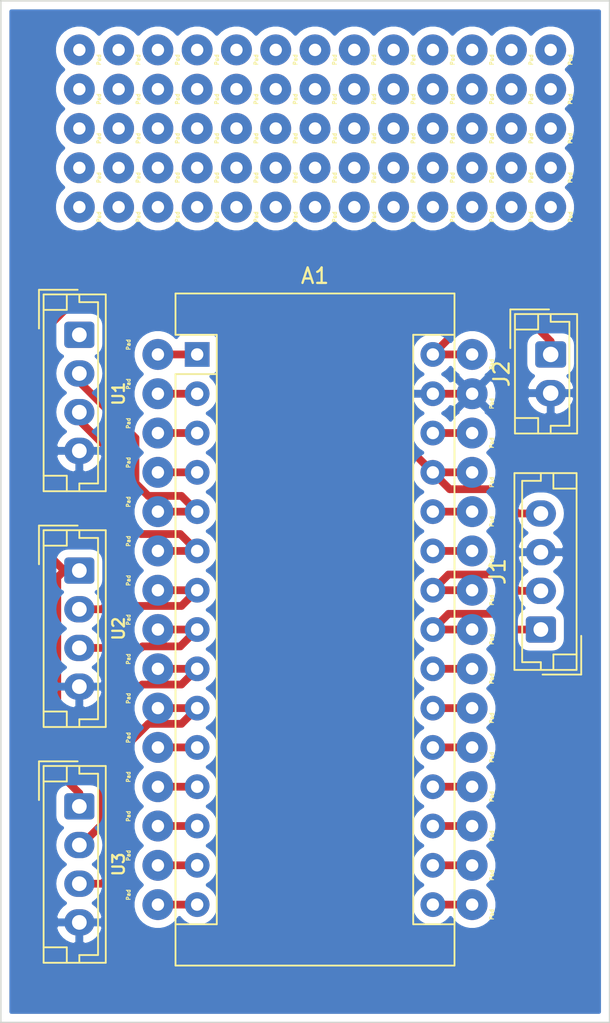
<source format=kicad_pcb>
(kicad_pcb (version 20171130) (host pcbnew "(5.1.5)-2")

  (general
    (thickness 1.6)
    (drawings 4)
    (tracks 90)
    (zones 0)
    (modules 101)
    (nets 31)
  )

  (page A4)
  (layers
    (0 F.Cu signal)
    (31 B.Cu signal)
    (32 B.Adhes user)
    (33 F.Adhes user)
    (34 B.Paste user)
    (35 F.Paste user)
    (36 B.SilkS user)
    (37 F.SilkS user)
    (38 B.Mask user)
    (39 F.Mask user)
    (40 Dwgs.User user)
    (41 Cmts.User user)
    (42 Eco1.User user)
    (43 Eco2.User user)
    (44 Edge.Cuts user)
    (45 Margin user)
    (46 B.CrtYd user)
    (47 F.CrtYd user)
    (48 B.Fab user)
    (49 F.Fab user)
  )

  (setup
    (last_trace_width 0.5)
    (user_trace_width 0.5)
    (trace_clearance 0.2)
    (zone_clearance 0.508)
    (zone_45_only no)
    (trace_min 0.2)
    (via_size 0.8)
    (via_drill 0.4)
    (via_min_size 0.4)
    (via_min_drill 0.3)
    (uvia_size 0.3)
    (uvia_drill 0.1)
    (uvias_allowed no)
    (uvia_min_size 0.2)
    (uvia_min_drill 0.1)
    (edge_width 0.05)
    (segment_width 0.2)
    (pcb_text_width 0.3)
    (pcb_text_size 1.5 1.5)
    (mod_edge_width 0.12)
    (mod_text_size 1 1)
    (mod_text_width 0.15)
    (pad_size 1.99898 1.99898)
    (pad_drill 0.8001)
    (pad_to_mask_clearance 0.051)
    (solder_mask_min_width 0.25)
    (aux_axis_origin 0 0)
    (visible_elements 7FFFFFFF)
    (pcbplotparams
      (layerselection 0x010fc_ffffffff)
      (usegerberextensions false)
      (usegerberattributes false)
      (usegerberadvancedattributes false)
      (creategerberjobfile false)
      (excludeedgelayer true)
      (linewidth 0.100000)
      (plotframeref false)
      (viasonmask false)
      (mode 1)
      (useauxorigin false)
      (hpglpennumber 1)
      (hpglpenspeed 20)
      (hpglpendiameter 15.000000)
      (psnegative false)
      (psa4output false)
      (plotreference true)
      (plotvalue true)
      (plotinvisibletext false)
      (padsonsilk false)
      (subtractmaskfromsilk false)
      (outputformat 1)
      (mirror false)
      (drillshape 1)
      (scaleselection 1)
      (outputdirectory ""))
  )

  (net 0 "")
  (net 1 "Net-(A1-Pad16)")
  (net 2 "Net-(A1-Pad15)")
  (net 3 "Net-(A1-Pad30)")
  (net 4 "Net-(A1-Pad14)")
  (net 5 GND)
  (net 6 "Net-(A1-Pad13)")
  (net 7 "Net-(A1-Pad28)")
  (net 8 "Net-(A1-Pad12)")
  (net 9 "Net-(A1-Pad27)")
  (net 10 "Net-(A1-Pad11)")
  (net 11 "Net-(A1-Pad26)")
  (net 12 "Net-(A1-Pad10)")
  (net 13 "Net-(A1-Pad25)")
  (net 14 "Net-(A1-Pad9)")
  (net 15 "Net-(A1-Pad24)")
  (net 16 "Net-(A1-Pad8)")
  (net 17 "Net-(A1-Pad23)")
  (net 18 "Net-(A1-Pad7)")
  (net 19 "Net-(A1-Pad22)")
  (net 20 "Net-(A1-Pad6)")
  (net 21 "Net-(A1-Pad21)")
  (net 22 "Net-(A1-Pad5)")
  (net 23 "Net-(A1-Pad20)")
  (net 24 "Net-(A1-Pad4)")
  (net 25 "Net-(A1-Pad19)")
  (net 26 "Net-(A1-Pad3)")
  (net 27 "Net-(A1-Pad18)")
  (net 28 "Net-(A1-Pad2)")
  (net 29 "Net-(A1-Pad17)")
  (net 30 "Net-(A1-Pad1)")

  (net_class Default "This is the default net class."
    (clearance 0.2)
    (trace_width 0.25)
    (via_dia 0.8)
    (via_drill 0.4)
    (uvia_dia 0.3)
    (uvia_drill 0.1)
    (add_net GND)
    (add_net "Net-(A1-Pad1)")
    (add_net "Net-(A1-Pad10)")
    (add_net "Net-(A1-Pad11)")
    (add_net "Net-(A1-Pad12)")
    (add_net "Net-(A1-Pad13)")
    (add_net "Net-(A1-Pad14)")
    (add_net "Net-(A1-Pad15)")
    (add_net "Net-(A1-Pad16)")
    (add_net "Net-(A1-Pad17)")
    (add_net "Net-(A1-Pad18)")
    (add_net "Net-(A1-Pad19)")
    (add_net "Net-(A1-Pad2)")
    (add_net "Net-(A1-Pad20)")
    (add_net "Net-(A1-Pad21)")
    (add_net "Net-(A1-Pad22)")
    (add_net "Net-(A1-Pad23)")
    (add_net "Net-(A1-Pad24)")
    (add_net "Net-(A1-Pad25)")
    (add_net "Net-(A1-Pad26)")
    (add_net "Net-(A1-Pad27)")
    (add_net "Net-(A1-Pad28)")
    (add_net "Net-(A1-Pad3)")
    (add_net "Net-(A1-Pad30)")
    (add_net "Net-(A1-Pad4)")
    (add_net "Net-(A1-Pad5)")
    (add_net "Net-(A1-Pad6)")
    (add_net "Net-(A1-Pad7)")
    (add_net "Net-(A1-Pad8)")
    (add_net "Net-(A1-Pad9)")
  )

  (module Module:Arduino_Nano (layer F.Cu) (tedit 58ACAF70) (tstamp 5E2AA1D6)
    (at 143.51 81.28)
    (descr "Arduino Nano, http://www.mouser.com/pdfdocs/Gravitech_Arduino_Nano3_0.pdf")
    (tags "Arduino Nano")
    (path /5E27973B)
    (fp_text reference A1 (at 7.62 -5.08) (layer F.SilkS)
      (effects (font (size 1 1) (thickness 0.15)))
    )
    (fp_text value Arduino_Nano_v3.x (at 8.89 19.05 90) (layer F.Fab)
      (effects (font (size 1 1) (thickness 0.15)))
    )
    (fp_line (start 16.75 42.16) (end -1.53 42.16) (layer F.CrtYd) (width 0.05))
    (fp_line (start 16.75 42.16) (end 16.75 -4.06) (layer F.CrtYd) (width 0.05))
    (fp_line (start -1.53 -4.06) (end -1.53 42.16) (layer F.CrtYd) (width 0.05))
    (fp_line (start -1.53 -4.06) (end 16.75 -4.06) (layer F.CrtYd) (width 0.05))
    (fp_line (start 16.51 -3.81) (end 16.51 39.37) (layer F.Fab) (width 0.1))
    (fp_line (start 0 -3.81) (end 16.51 -3.81) (layer F.Fab) (width 0.1))
    (fp_line (start -1.27 -2.54) (end 0 -3.81) (layer F.Fab) (width 0.1))
    (fp_line (start -1.27 39.37) (end -1.27 -2.54) (layer F.Fab) (width 0.1))
    (fp_line (start 16.51 39.37) (end -1.27 39.37) (layer F.Fab) (width 0.1))
    (fp_line (start 16.64 -3.94) (end -1.4 -3.94) (layer F.SilkS) (width 0.12))
    (fp_line (start 16.64 39.5) (end 16.64 -3.94) (layer F.SilkS) (width 0.12))
    (fp_line (start -1.4 39.5) (end 16.64 39.5) (layer F.SilkS) (width 0.12))
    (fp_line (start 3.81 41.91) (end 3.81 31.75) (layer F.Fab) (width 0.1))
    (fp_line (start 11.43 41.91) (end 3.81 41.91) (layer F.Fab) (width 0.1))
    (fp_line (start 11.43 31.75) (end 11.43 41.91) (layer F.Fab) (width 0.1))
    (fp_line (start 3.81 31.75) (end 11.43 31.75) (layer F.Fab) (width 0.1))
    (fp_line (start 1.27 36.83) (end -1.4 36.83) (layer F.SilkS) (width 0.12))
    (fp_line (start 1.27 1.27) (end 1.27 36.83) (layer F.SilkS) (width 0.12))
    (fp_line (start 1.27 1.27) (end -1.4 1.27) (layer F.SilkS) (width 0.12))
    (fp_line (start 13.97 36.83) (end 16.64 36.83) (layer F.SilkS) (width 0.12))
    (fp_line (start 13.97 -1.27) (end 13.97 36.83) (layer F.SilkS) (width 0.12))
    (fp_line (start 13.97 -1.27) (end 16.64 -1.27) (layer F.SilkS) (width 0.12))
    (fp_line (start -1.4 -3.94) (end -1.4 -1.27) (layer F.SilkS) (width 0.12))
    (fp_line (start -1.4 1.27) (end -1.4 39.5) (layer F.SilkS) (width 0.12))
    (fp_line (start 1.27 -1.27) (end -1.4 -1.27) (layer F.SilkS) (width 0.12))
    (fp_line (start 1.27 1.27) (end 1.27 -1.27) (layer F.SilkS) (width 0.12))
    (fp_text user %R (at 6.35 19.05 90) (layer F.Fab)
      (effects (font (size 1 1) (thickness 0.15)))
    )
    (pad 16 thru_hole oval (at 15.24 35.56) (size 1.6 1.6) (drill 0.8) (layers *.Cu *.Mask)
      (net 1 "Net-(A1-Pad16)"))
    (pad 15 thru_hole oval (at 0 35.56) (size 1.6 1.6) (drill 0.8) (layers *.Cu *.Mask)
      (net 2 "Net-(A1-Pad15)"))
    (pad 30 thru_hole oval (at 15.24 0) (size 1.6 1.6) (drill 0.8) (layers *.Cu *.Mask)
      (net 3 "Net-(A1-Pad30)"))
    (pad 14 thru_hole oval (at 0 33.02) (size 1.6 1.6) (drill 0.8) (layers *.Cu *.Mask)
      (net 4 "Net-(A1-Pad14)"))
    (pad 29 thru_hole oval (at 15.24 2.54) (size 1.6 1.6) (drill 0.8) (layers *.Cu *.Mask)
      (net 5 GND))
    (pad 13 thru_hole oval (at 0 30.48) (size 1.6 1.6) (drill 0.8) (layers *.Cu *.Mask)
      (net 6 "Net-(A1-Pad13)"))
    (pad 28 thru_hole oval (at 15.24 5.08) (size 1.6 1.6) (drill 0.8) (layers *.Cu *.Mask)
      (net 7 "Net-(A1-Pad28)"))
    (pad 12 thru_hole oval (at 0 27.94) (size 1.6 1.6) (drill 0.8) (layers *.Cu *.Mask)
      (net 8 "Net-(A1-Pad12)"))
    (pad 27 thru_hole oval (at 15.24 7.62) (size 1.6 1.6) (drill 0.8) (layers *.Cu *.Mask)
      (net 9 "Net-(A1-Pad27)"))
    (pad 11 thru_hole oval (at 0 25.4) (size 1.6 1.6) (drill 0.8) (layers *.Cu *.Mask)
      (net 10 "Net-(A1-Pad11)"))
    (pad 26 thru_hole oval (at 15.24 10.16) (size 1.6 1.6) (drill 0.8) (layers *.Cu *.Mask)
      (net 11 "Net-(A1-Pad26)"))
    (pad 10 thru_hole oval (at 0 22.86) (size 1.6 1.6) (drill 0.8) (layers *.Cu *.Mask)
      (net 12 "Net-(A1-Pad10)"))
    (pad 25 thru_hole oval (at 15.24 12.7) (size 1.6 1.6) (drill 0.8) (layers *.Cu *.Mask)
      (net 13 "Net-(A1-Pad25)"))
    (pad 9 thru_hole oval (at 0 20.32) (size 1.6 1.6) (drill 0.8) (layers *.Cu *.Mask)
      (net 14 "Net-(A1-Pad9)"))
    (pad 24 thru_hole oval (at 15.24 15.24) (size 1.6 1.6) (drill 0.8) (layers *.Cu *.Mask)
      (net 15 "Net-(A1-Pad24)"))
    (pad 8 thru_hole oval (at 0 17.78) (size 1.6 1.6) (drill 0.8) (layers *.Cu *.Mask)
      (net 16 "Net-(A1-Pad8)"))
    (pad 23 thru_hole oval (at 15.24 17.78) (size 1.6 1.6) (drill 0.8) (layers *.Cu *.Mask)
      (net 17 "Net-(A1-Pad23)"))
    (pad 7 thru_hole oval (at 0 15.24) (size 1.6 1.6) (drill 0.8) (layers *.Cu *.Mask)
      (net 18 "Net-(A1-Pad7)"))
    (pad 22 thru_hole oval (at 15.24 20.32) (size 1.6 1.6) (drill 0.8) (layers *.Cu *.Mask)
      (net 19 "Net-(A1-Pad22)"))
    (pad 6 thru_hole oval (at 0 12.7) (size 1.6 1.6) (drill 0.8) (layers *.Cu *.Mask)
      (net 20 "Net-(A1-Pad6)"))
    (pad 21 thru_hole oval (at 15.24 22.86) (size 1.6 1.6) (drill 0.8) (layers *.Cu *.Mask)
      (net 21 "Net-(A1-Pad21)"))
    (pad 5 thru_hole oval (at 0 10.16) (size 1.6 1.6) (drill 0.8) (layers *.Cu *.Mask)
      (net 22 "Net-(A1-Pad5)"))
    (pad 20 thru_hole oval (at 15.24 25.4) (size 1.6 1.6) (drill 0.8) (layers *.Cu *.Mask)
      (net 23 "Net-(A1-Pad20)"))
    (pad 4 thru_hole oval (at 0 7.62) (size 1.6 1.6) (drill 0.8) (layers *.Cu *.Mask)
      (net 24 "Net-(A1-Pad4)"))
    (pad 19 thru_hole oval (at 15.24 27.94) (size 1.6 1.6) (drill 0.8) (layers *.Cu *.Mask)
      (net 25 "Net-(A1-Pad19)"))
    (pad 3 thru_hole oval (at 0 5.08) (size 1.6 1.6) (drill 0.8) (layers *.Cu *.Mask)
      (net 26 "Net-(A1-Pad3)"))
    (pad 18 thru_hole oval (at 15.24 30.48) (size 1.6 1.6) (drill 0.8) (layers *.Cu *.Mask)
      (net 27 "Net-(A1-Pad18)"))
    (pad 2 thru_hole oval (at 0 2.54) (size 1.6 1.6) (drill 0.8) (layers *.Cu *.Mask)
      (net 28 "Net-(A1-Pad2)"))
    (pad 17 thru_hole oval (at 15.24 33.02) (size 1.6 1.6) (drill 0.8) (layers *.Cu *.Mask)
      (net 29 "Net-(A1-Pad17)"))
    (pad 1 thru_hole rect (at 0 0) (size 1.6 1.6) (drill 0.8) (layers *.Cu *.Mask)
      (net 30 "Net-(A1-Pad1)"))
    (model ${KISYS3DMOD}/Module.3dshapes/Arduino_Nano_WithMountingHoles.wrl
      (at (xyz 0 0 0))
      (scale (xyz 1 1 1))
      (rotate (xyz 0 0 0))
    )
  )

  (module Connector_Wire:SolderWirePad_1x01_Drill0.8mm (layer F.Cu) (tedit 5A2676A0) (tstamp 5E30FFC0)
    (at 166.37 61.595)
    (descr "Wire solder connection")
    (tags connector)
    (attr virtual)
    (fp_text reference Pad (at 1.27 0.635 -90) (layer F.SilkS)
      (effects (font (size 0.25 0.25) (thickness 0.0625)))
    )
    (fp_text value SolderWirePad (at 0 1.27) (layer F.Fab)
      (effects (font (size 0.25 0.25) (thickness 0.0625)))
    )
    (fp_line (start 1.5 1.5) (end -1.5 1.5) (layer F.CrtYd) (width 0.05))
    (fp_line (start 1.5 1.5) (end 1.5 -1.5) (layer F.CrtYd) (width 0.05))
    (fp_line (start -1.5 -1.5) (end -1.5 1.5) (layer F.CrtYd) (width 0.05))
    (fp_line (start -1.5 -1.5) (end 1.5 -1.5) (layer F.CrtYd) (width 0.05))
    (fp_text user Pad (at 1.27 -1.27 -90) (layer F.Fab)
      (effects (font (size 0.25 0.25) (thickness 0.0625)))
    )
    (pad 1 thru_hole circle (at 0 0) (size 1.99898 1.99898) (drill 0.8001) (layers *.Cu *.Mask))
  )

  (module Connector_Wire:SolderWirePad_1x01_Drill0.8mm (layer F.Cu) (tedit 5A2676A0) (tstamp 5E30FFAE)
    (at 163.83 61.595)
    (descr "Wire solder connection")
    (tags connector)
    (attr virtual)
    (fp_text reference Pad (at 1.27 0.635 -90) (layer F.SilkS)
      (effects (font (size 0.25 0.25) (thickness 0.0625)))
    )
    (fp_text value SolderWirePad (at 0 1.27) (layer F.Fab)
      (effects (font (size 0.25 0.25) (thickness 0.0625)))
    )
    (fp_text user Pad (at 1.27 -1.27 -90) (layer F.Fab)
      (effects (font (size 0.25 0.25) (thickness 0.0625)))
    )
    (fp_line (start -1.5 -1.5) (end 1.5 -1.5) (layer F.CrtYd) (width 0.05))
    (fp_line (start -1.5 -1.5) (end -1.5 1.5) (layer F.CrtYd) (width 0.05))
    (fp_line (start 1.5 1.5) (end 1.5 -1.5) (layer F.CrtYd) (width 0.05))
    (fp_line (start 1.5 1.5) (end -1.5 1.5) (layer F.CrtYd) (width 0.05))
    (pad 1 thru_hole circle (at 0 0) (size 1.99898 1.99898) (drill 0.8001) (layers *.Cu *.Mask))
  )

  (module Connector_Wire:SolderWirePad_1x01_Drill0.8mm (layer F.Cu) (tedit 5A2676A0) (tstamp 5E30FF9C)
    (at 163.83 64.135)
    (descr "Wire solder connection")
    (tags connector)
    (attr virtual)
    (fp_text reference Pad (at 1.27 0.635 -90) (layer F.SilkS)
      (effects (font (size 0.25 0.25) (thickness 0.0625)))
    )
    (fp_text value SolderWirePad (at 0 1.27) (layer F.Fab)
      (effects (font (size 0.25 0.25) (thickness 0.0625)))
    )
    (fp_line (start 1.5 1.5) (end -1.5 1.5) (layer F.CrtYd) (width 0.05))
    (fp_line (start 1.5 1.5) (end 1.5 -1.5) (layer F.CrtYd) (width 0.05))
    (fp_line (start -1.5 -1.5) (end -1.5 1.5) (layer F.CrtYd) (width 0.05))
    (fp_line (start -1.5 -1.5) (end 1.5 -1.5) (layer F.CrtYd) (width 0.05))
    (fp_text user Pad (at 1.27 -1.27 -90) (layer F.Fab)
      (effects (font (size 0.25 0.25) (thickness 0.0625)))
    )
    (pad 1 thru_hole circle (at 0 0) (size 1.99898 1.99898) (drill 0.8001) (layers *.Cu *.Mask))
  )

  (module Connector_Wire:SolderWirePad_1x01_Drill0.8mm (layer F.Cu) (tedit 5A2676A0) (tstamp 5E30FF8A)
    (at 166.37 64.135)
    (descr "Wire solder connection")
    (tags connector)
    (attr virtual)
    (fp_text reference Pad (at 1.27 0.635 -90) (layer F.SilkS)
      (effects (font (size 0.25 0.25) (thickness 0.0625)))
    )
    (fp_text value SolderWirePad (at 0 1.27) (layer F.Fab)
      (effects (font (size 0.25 0.25) (thickness 0.0625)))
    )
    (fp_text user Pad (at 1.27 -1.27 -90) (layer F.Fab)
      (effects (font (size 0.25 0.25) (thickness 0.0625)))
    )
    (fp_line (start -1.5 -1.5) (end 1.5 -1.5) (layer F.CrtYd) (width 0.05))
    (fp_line (start -1.5 -1.5) (end -1.5 1.5) (layer F.CrtYd) (width 0.05))
    (fp_line (start 1.5 1.5) (end 1.5 -1.5) (layer F.CrtYd) (width 0.05))
    (fp_line (start 1.5 1.5) (end -1.5 1.5) (layer F.CrtYd) (width 0.05))
    (pad 1 thru_hole circle (at 0 0) (size 1.99898 1.99898) (drill 0.8001) (layers *.Cu *.Mask))
  )

  (module Connector_Wire:SolderWirePad_1x01_Drill0.8mm (layer F.Cu) (tedit 5A2676A0) (tstamp 5E30FF78)
    (at 166.37 66.675)
    (descr "Wire solder connection")
    (tags connector)
    (attr virtual)
    (fp_text reference Pad (at 1.27 0.635 -90) (layer F.SilkS)
      (effects (font (size 0.25 0.25) (thickness 0.0625)))
    )
    (fp_text value SolderWirePad (at 0 1.27) (layer F.Fab)
      (effects (font (size 0.25 0.25) (thickness 0.0625)))
    )
    (fp_line (start 1.5 1.5) (end -1.5 1.5) (layer F.CrtYd) (width 0.05))
    (fp_line (start 1.5 1.5) (end 1.5 -1.5) (layer F.CrtYd) (width 0.05))
    (fp_line (start -1.5 -1.5) (end -1.5 1.5) (layer F.CrtYd) (width 0.05))
    (fp_line (start -1.5 -1.5) (end 1.5 -1.5) (layer F.CrtYd) (width 0.05))
    (fp_text user Pad (at 1.27 -1.27 -90) (layer F.Fab)
      (effects (font (size 0.25 0.25) (thickness 0.0625)))
    )
    (pad 1 thru_hole circle (at 0 0) (size 1.99898 1.99898) (drill 0.8001) (layers *.Cu *.Mask))
  )

  (module Connector_Wire:SolderWirePad_1x01_Drill0.8mm (layer F.Cu) (tedit 5A2676A0) (tstamp 5E30FF66)
    (at 163.83 66.675)
    (descr "Wire solder connection")
    (tags connector)
    (attr virtual)
    (fp_text reference Pad (at 1.27 0.635 -90) (layer F.SilkS)
      (effects (font (size 0.25 0.25) (thickness 0.0625)))
    )
    (fp_text value SolderWirePad (at 0 1.27) (layer F.Fab)
      (effects (font (size 0.25 0.25) (thickness 0.0625)))
    )
    (fp_text user Pad (at 1.27 -1.27 -90) (layer F.Fab)
      (effects (font (size 0.25 0.25) (thickness 0.0625)))
    )
    (fp_line (start -1.5 -1.5) (end 1.5 -1.5) (layer F.CrtYd) (width 0.05))
    (fp_line (start -1.5 -1.5) (end -1.5 1.5) (layer F.CrtYd) (width 0.05))
    (fp_line (start 1.5 1.5) (end 1.5 -1.5) (layer F.CrtYd) (width 0.05))
    (fp_line (start 1.5 1.5) (end -1.5 1.5) (layer F.CrtYd) (width 0.05))
    (pad 1 thru_hole circle (at 0 0) (size 1.99898 1.99898) (drill 0.8001) (layers *.Cu *.Mask))
  )

  (module Connector_Wire:SolderWirePad_1x01_Drill0.8mm (layer F.Cu) (tedit 5A2676A0) (tstamp 5E30FF54)
    (at 163.83 69.215)
    (descr "Wire solder connection")
    (tags connector)
    (attr virtual)
    (fp_text reference Pad (at 1.27 0.635 -90) (layer F.SilkS)
      (effects (font (size 0.25 0.25) (thickness 0.0625)))
    )
    (fp_text value SolderWirePad (at 0 1.27) (layer F.Fab)
      (effects (font (size 0.25 0.25) (thickness 0.0625)))
    )
    (fp_line (start 1.5 1.5) (end -1.5 1.5) (layer F.CrtYd) (width 0.05))
    (fp_line (start 1.5 1.5) (end 1.5 -1.5) (layer F.CrtYd) (width 0.05))
    (fp_line (start -1.5 -1.5) (end -1.5 1.5) (layer F.CrtYd) (width 0.05))
    (fp_line (start -1.5 -1.5) (end 1.5 -1.5) (layer F.CrtYd) (width 0.05))
    (fp_text user Pad (at 1.27 -1.27 -90) (layer F.Fab)
      (effects (font (size 0.25 0.25) (thickness 0.0625)))
    )
    (pad 1 thru_hole circle (at 0 0) (size 1.99898 1.99898) (drill 0.8001) (layers *.Cu *.Mask))
  )

  (module Connector_Wire:SolderWirePad_1x01_Drill0.8mm (layer F.Cu) (tedit 5A2676A0) (tstamp 5E30FF42)
    (at 166.37 69.215)
    (descr "Wire solder connection")
    (tags connector)
    (attr virtual)
    (fp_text reference Pad (at 1.27 0.635 -90) (layer F.SilkS)
      (effects (font (size 0.25 0.25) (thickness 0.0625)))
    )
    (fp_text value SolderWirePad (at 0 1.27) (layer F.Fab)
      (effects (font (size 0.25 0.25) (thickness 0.0625)))
    )
    (fp_text user Pad (at 1.27 -1.27 -90) (layer F.Fab)
      (effects (font (size 0.25 0.25) (thickness 0.0625)))
    )
    (fp_line (start -1.5 -1.5) (end 1.5 -1.5) (layer F.CrtYd) (width 0.05))
    (fp_line (start -1.5 -1.5) (end -1.5 1.5) (layer F.CrtYd) (width 0.05))
    (fp_line (start 1.5 1.5) (end 1.5 -1.5) (layer F.CrtYd) (width 0.05))
    (fp_line (start 1.5 1.5) (end -1.5 1.5) (layer F.CrtYd) (width 0.05))
    (pad 1 thru_hole circle (at 0 0) (size 1.99898 1.99898) (drill 0.8001) (layers *.Cu *.Mask))
  )

  (module Connector_Wire:SolderWirePad_1x01_Drill0.8mm (layer F.Cu) (tedit 5A2676A0) (tstamp 5E30FF30)
    (at 166.37 71.755)
    (descr "Wire solder connection")
    (tags connector)
    (attr virtual)
    (fp_text reference Pad (at 1.27 0.635 -90) (layer F.SilkS)
      (effects (font (size 0.25 0.25) (thickness 0.0625)))
    )
    (fp_text value SolderWirePad (at 0 1.27) (layer F.Fab)
      (effects (font (size 0.25 0.25) (thickness 0.0625)))
    )
    (fp_line (start 1.5 1.5) (end -1.5 1.5) (layer F.CrtYd) (width 0.05))
    (fp_line (start 1.5 1.5) (end 1.5 -1.5) (layer F.CrtYd) (width 0.05))
    (fp_line (start -1.5 -1.5) (end -1.5 1.5) (layer F.CrtYd) (width 0.05))
    (fp_line (start -1.5 -1.5) (end 1.5 -1.5) (layer F.CrtYd) (width 0.05))
    (fp_text user Pad (at 1.27 -1.27 -90) (layer F.Fab)
      (effects (font (size 0.25 0.25) (thickness 0.0625)))
    )
    (pad 1 thru_hole circle (at 0 0) (size 1.99898 1.99898) (drill 0.8001) (layers *.Cu *.Mask))
  )

  (module Connector_Wire:SolderWirePad_1x01_Drill0.8mm (layer F.Cu) (tedit 5A2676A0) (tstamp 5E30FF1E)
    (at 163.83 71.755)
    (descr "Wire solder connection")
    (tags connector)
    (attr virtual)
    (fp_text reference Pad (at 1.27 0.635 -90) (layer F.SilkS)
      (effects (font (size 0.25 0.25) (thickness 0.0625)))
    )
    (fp_text value SolderWirePad (at 0 1.27) (layer F.Fab)
      (effects (font (size 0.25 0.25) (thickness 0.0625)))
    )
    (fp_text user Pad (at 1.27 -1.27 -90) (layer F.Fab)
      (effects (font (size 0.25 0.25) (thickness 0.0625)))
    )
    (fp_line (start -1.5 -1.5) (end 1.5 -1.5) (layer F.CrtYd) (width 0.05))
    (fp_line (start -1.5 -1.5) (end -1.5 1.5) (layer F.CrtYd) (width 0.05))
    (fp_line (start 1.5 1.5) (end 1.5 -1.5) (layer F.CrtYd) (width 0.05))
    (fp_line (start 1.5 1.5) (end -1.5 1.5) (layer F.CrtYd) (width 0.05))
    (pad 1 thru_hole circle (at 0 0) (size 1.99898 1.99898) (drill 0.8001) (layers *.Cu *.Mask))
  )

  (module Connector_Wire:SolderWirePad_1x01_Drill0.8mm (layer F.Cu) (tedit 5A2676A0) (tstamp 5E30FF0C)
    (at 161.29 71.755)
    (descr "Wire solder connection")
    (tags connector)
    (attr virtual)
    (fp_text reference Pad (at 1.27 0.635 -90) (layer F.SilkS)
      (effects (font (size 0.25 0.25) (thickness 0.0625)))
    )
    (fp_text value SolderWirePad (at 0 1.27) (layer F.Fab)
      (effects (font (size 0.25 0.25) (thickness 0.0625)))
    )
    (fp_line (start 1.5 1.5) (end -1.5 1.5) (layer F.CrtYd) (width 0.05))
    (fp_line (start 1.5 1.5) (end 1.5 -1.5) (layer F.CrtYd) (width 0.05))
    (fp_line (start -1.5 -1.5) (end -1.5 1.5) (layer F.CrtYd) (width 0.05))
    (fp_line (start -1.5 -1.5) (end 1.5 -1.5) (layer F.CrtYd) (width 0.05))
    (fp_text user Pad (at 1.27 -1.27 -90) (layer F.Fab)
      (effects (font (size 0.25 0.25) (thickness 0.0625)))
    )
    (pad 1 thru_hole circle (at 0 0) (size 1.99898 1.99898) (drill 0.8001) (layers *.Cu *.Mask))
  )

  (module Connector_Wire:SolderWirePad_1x01_Drill0.8mm (layer F.Cu) (tedit 5A2676A0) (tstamp 5E30FEFA)
    (at 161.29 69.215)
    (descr "Wire solder connection")
    (tags connector)
    (attr virtual)
    (fp_text reference Pad (at 1.27 0.635 -90) (layer F.SilkS)
      (effects (font (size 0.25 0.25) (thickness 0.0625)))
    )
    (fp_text value SolderWirePad (at 0 1.27) (layer F.Fab)
      (effects (font (size 0.25 0.25) (thickness 0.0625)))
    )
    (fp_text user Pad (at 1.27 -1.27 -90) (layer F.Fab)
      (effects (font (size 0.25 0.25) (thickness 0.0625)))
    )
    (fp_line (start -1.5 -1.5) (end 1.5 -1.5) (layer F.CrtYd) (width 0.05))
    (fp_line (start -1.5 -1.5) (end -1.5 1.5) (layer F.CrtYd) (width 0.05))
    (fp_line (start 1.5 1.5) (end 1.5 -1.5) (layer F.CrtYd) (width 0.05))
    (fp_line (start 1.5 1.5) (end -1.5 1.5) (layer F.CrtYd) (width 0.05))
    (pad 1 thru_hole circle (at 0 0) (size 1.99898 1.99898) (drill 0.8001) (layers *.Cu *.Mask))
  )

  (module Connector_Wire:SolderWirePad_1x01_Drill0.8mm (layer F.Cu) (tedit 5A2676A0) (tstamp 5E30FEE8)
    (at 161.29 66.675)
    (descr "Wire solder connection")
    (tags connector)
    (attr virtual)
    (fp_text reference Pad (at 1.27 0.635 -90) (layer F.SilkS)
      (effects (font (size 0.25 0.25) (thickness 0.0625)))
    )
    (fp_text value SolderWirePad (at 0 1.27) (layer F.Fab)
      (effects (font (size 0.25 0.25) (thickness 0.0625)))
    )
    (fp_line (start 1.5 1.5) (end -1.5 1.5) (layer F.CrtYd) (width 0.05))
    (fp_line (start 1.5 1.5) (end 1.5 -1.5) (layer F.CrtYd) (width 0.05))
    (fp_line (start -1.5 -1.5) (end -1.5 1.5) (layer F.CrtYd) (width 0.05))
    (fp_line (start -1.5 -1.5) (end 1.5 -1.5) (layer F.CrtYd) (width 0.05))
    (fp_text user Pad (at 1.27 -1.27 -90) (layer F.Fab)
      (effects (font (size 0.25 0.25) (thickness 0.0625)))
    )
    (pad 1 thru_hole circle (at 0 0) (size 1.99898 1.99898) (drill 0.8001) (layers *.Cu *.Mask))
  )

  (module Connector_Wire:SolderWirePad_1x01_Drill0.8mm (layer F.Cu) (tedit 5A2676A0) (tstamp 5E30FED6)
    (at 161.29 64.135)
    (descr "Wire solder connection")
    (tags connector)
    (attr virtual)
    (fp_text reference Pad (at 1.27 0.635 -90) (layer F.SilkS)
      (effects (font (size 0.25 0.25) (thickness 0.0625)))
    )
    (fp_text value SolderWirePad (at 0 1.27) (layer F.Fab)
      (effects (font (size 0.25 0.25) (thickness 0.0625)))
    )
    (fp_text user Pad (at 1.27 -1.27 -90) (layer F.Fab)
      (effects (font (size 0.25 0.25) (thickness 0.0625)))
    )
    (fp_line (start -1.5 -1.5) (end 1.5 -1.5) (layer F.CrtYd) (width 0.05))
    (fp_line (start -1.5 -1.5) (end -1.5 1.5) (layer F.CrtYd) (width 0.05))
    (fp_line (start 1.5 1.5) (end 1.5 -1.5) (layer F.CrtYd) (width 0.05))
    (fp_line (start 1.5 1.5) (end -1.5 1.5) (layer F.CrtYd) (width 0.05))
    (pad 1 thru_hole circle (at 0 0) (size 1.99898 1.99898) (drill 0.8001) (layers *.Cu *.Mask))
  )

  (module Connector_Wire:SolderWirePad_1x01_Drill0.8mm (layer F.Cu) (tedit 5A2676A0) (tstamp 5E30FEC4)
    (at 161.29 61.595)
    (descr "Wire solder connection")
    (tags connector)
    (attr virtual)
    (fp_text reference Pad (at 1.27 0.635 -90) (layer F.SilkS)
      (effects (font (size 0.25 0.25) (thickness 0.0625)))
    )
    (fp_text value SolderWirePad (at 0 1.27) (layer F.Fab)
      (effects (font (size 0.25 0.25) (thickness 0.0625)))
    )
    (fp_line (start 1.5 1.5) (end -1.5 1.5) (layer F.CrtYd) (width 0.05))
    (fp_line (start 1.5 1.5) (end 1.5 -1.5) (layer F.CrtYd) (width 0.05))
    (fp_line (start -1.5 -1.5) (end -1.5 1.5) (layer F.CrtYd) (width 0.05))
    (fp_line (start -1.5 -1.5) (end 1.5 -1.5) (layer F.CrtYd) (width 0.05))
    (fp_text user Pad (at 1.27 -1.27 -90) (layer F.Fab)
      (effects (font (size 0.25 0.25) (thickness 0.0625)))
    )
    (pad 1 thru_hole circle (at 0 0) (size 1.99898 1.99898) (drill 0.8001) (layers *.Cu *.Mask))
  )

  (module Connector_Wire:SolderWirePad_1x01_Drill0.8mm (layer F.Cu) (tedit 5A2676A0) (tstamp 5E30FEB2)
    (at 158.75 61.595)
    (descr "Wire solder connection")
    (tags connector)
    (attr virtual)
    (fp_text reference Pad (at 1.27 0.635 -90) (layer F.SilkS)
      (effects (font (size 0.25 0.25) (thickness 0.0625)))
    )
    (fp_text value SolderWirePad (at 0 1.27) (layer F.Fab)
      (effects (font (size 0.25 0.25) (thickness 0.0625)))
    )
    (fp_text user Pad (at 1.27 -1.27 -90) (layer F.Fab)
      (effects (font (size 0.25 0.25) (thickness 0.0625)))
    )
    (fp_line (start -1.5 -1.5) (end 1.5 -1.5) (layer F.CrtYd) (width 0.05))
    (fp_line (start -1.5 -1.5) (end -1.5 1.5) (layer F.CrtYd) (width 0.05))
    (fp_line (start 1.5 1.5) (end 1.5 -1.5) (layer F.CrtYd) (width 0.05))
    (fp_line (start 1.5 1.5) (end -1.5 1.5) (layer F.CrtYd) (width 0.05))
    (pad 1 thru_hole circle (at 0 0) (size 1.99898 1.99898) (drill 0.8001) (layers *.Cu *.Mask))
  )

  (module Connector_Wire:SolderWirePad_1x01_Drill0.8mm (layer F.Cu) (tedit 5A2676A0) (tstamp 5E30FEA0)
    (at 158.75 64.135)
    (descr "Wire solder connection")
    (tags connector)
    (attr virtual)
    (fp_text reference Pad (at 1.27 0.635 -90) (layer F.SilkS)
      (effects (font (size 0.25 0.25) (thickness 0.0625)))
    )
    (fp_text value SolderWirePad (at 0 1.27) (layer F.Fab)
      (effects (font (size 0.25 0.25) (thickness 0.0625)))
    )
    (fp_line (start 1.5 1.5) (end -1.5 1.5) (layer F.CrtYd) (width 0.05))
    (fp_line (start 1.5 1.5) (end 1.5 -1.5) (layer F.CrtYd) (width 0.05))
    (fp_line (start -1.5 -1.5) (end -1.5 1.5) (layer F.CrtYd) (width 0.05))
    (fp_line (start -1.5 -1.5) (end 1.5 -1.5) (layer F.CrtYd) (width 0.05))
    (fp_text user Pad (at 1.27 -1.27 -90) (layer F.Fab)
      (effects (font (size 0.25 0.25) (thickness 0.0625)))
    )
    (pad 1 thru_hole circle (at 0 0) (size 1.99898 1.99898) (drill 0.8001) (layers *.Cu *.Mask))
  )

  (module Connector_Wire:SolderWirePad_1x01_Drill0.8mm (layer F.Cu) (tedit 5A2676A0) (tstamp 5E30FE8E)
    (at 158.75 66.675)
    (descr "Wire solder connection")
    (tags connector)
    (attr virtual)
    (fp_text reference Pad (at 1.27 0.635 -90) (layer F.SilkS)
      (effects (font (size 0.25 0.25) (thickness 0.0625)))
    )
    (fp_text value SolderWirePad (at 0 1.27) (layer F.Fab)
      (effects (font (size 0.25 0.25) (thickness 0.0625)))
    )
    (fp_text user Pad (at 1.27 -1.27 -90) (layer F.Fab)
      (effects (font (size 0.25 0.25) (thickness 0.0625)))
    )
    (fp_line (start -1.5 -1.5) (end 1.5 -1.5) (layer F.CrtYd) (width 0.05))
    (fp_line (start -1.5 -1.5) (end -1.5 1.5) (layer F.CrtYd) (width 0.05))
    (fp_line (start 1.5 1.5) (end 1.5 -1.5) (layer F.CrtYd) (width 0.05))
    (fp_line (start 1.5 1.5) (end -1.5 1.5) (layer F.CrtYd) (width 0.05))
    (pad 1 thru_hole circle (at 0 0) (size 1.99898 1.99898) (drill 0.8001) (layers *.Cu *.Mask))
  )

  (module Connector_Wire:SolderWirePad_1x01_Drill0.8mm (layer F.Cu) (tedit 5A2676A0) (tstamp 5E30FE7C)
    (at 158.75 69.215)
    (descr "Wire solder connection")
    (tags connector)
    (attr virtual)
    (fp_text reference Pad (at 1.27 0.635 -90) (layer F.SilkS)
      (effects (font (size 0.25 0.25) (thickness 0.0625)))
    )
    (fp_text value SolderWirePad (at 0 1.27) (layer F.Fab)
      (effects (font (size 0.25 0.25) (thickness 0.0625)))
    )
    (fp_line (start 1.5 1.5) (end -1.5 1.5) (layer F.CrtYd) (width 0.05))
    (fp_line (start 1.5 1.5) (end 1.5 -1.5) (layer F.CrtYd) (width 0.05))
    (fp_line (start -1.5 -1.5) (end -1.5 1.5) (layer F.CrtYd) (width 0.05))
    (fp_line (start -1.5 -1.5) (end 1.5 -1.5) (layer F.CrtYd) (width 0.05))
    (fp_text user Pad (at 1.27 -1.27 -90) (layer F.Fab)
      (effects (font (size 0.25 0.25) (thickness 0.0625)))
    )
    (pad 1 thru_hole circle (at 0 0) (size 1.99898 1.99898) (drill 0.8001) (layers *.Cu *.Mask))
  )

  (module Connector_Wire:SolderWirePad_1x01_Drill0.8mm (layer F.Cu) (tedit 5A2676A0) (tstamp 5E30FE6A)
    (at 158.75 71.755)
    (descr "Wire solder connection")
    (tags connector)
    (attr virtual)
    (fp_text reference Pad (at 1.27 0.635 -90) (layer F.SilkS)
      (effects (font (size 0.25 0.25) (thickness 0.0625)))
    )
    (fp_text value SolderWirePad (at 0 1.27) (layer F.Fab)
      (effects (font (size 0.25 0.25) (thickness 0.0625)))
    )
    (fp_text user Pad (at 1.27 -1.27 -90) (layer F.Fab)
      (effects (font (size 0.25 0.25) (thickness 0.0625)))
    )
    (fp_line (start -1.5 -1.5) (end 1.5 -1.5) (layer F.CrtYd) (width 0.05))
    (fp_line (start -1.5 -1.5) (end -1.5 1.5) (layer F.CrtYd) (width 0.05))
    (fp_line (start 1.5 1.5) (end 1.5 -1.5) (layer F.CrtYd) (width 0.05))
    (fp_line (start 1.5 1.5) (end -1.5 1.5) (layer F.CrtYd) (width 0.05))
    (pad 1 thru_hole circle (at 0 0) (size 1.99898 1.99898) (drill 0.8001) (layers *.Cu *.Mask))
  )

  (module Connector_Wire:SolderWirePad_1x01_Drill0.8mm (layer F.Cu) (tedit 5A2676A0) (tstamp 5E30FE58)
    (at 156.21 71.755)
    (descr "Wire solder connection")
    (tags connector)
    (attr virtual)
    (fp_text reference Pad (at 1.27 0.635 -90) (layer F.SilkS)
      (effects (font (size 0.25 0.25) (thickness 0.0625)))
    )
    (fp_text value SolderWirePad (at 0 1.27) (layer F.Fab)
      (effects (font (size 0.25 0.25) (thickness 0.0625)))
    )
    (fp_line (start 1.5 1.5) (end -1.5 1.5) (layer F.CrtYd) (width 0.05))
    (fp_line (start 1.5 1.5) (end 1.5 -1.5) (layer F.CrtYd) (width 0.05))
    (fp_line (start -1.5 -1.5) (end -1.5 1.5) (layer F.CrtYd) (width 0.05))
    (fp_line (start -1.5 -1.5) (end 1.5 -1.5) (layer F.CrtYd) (width 0.05))
    (fp_text user Pad (at 1.27 -1.27 -90) (layer F.Fab)
      (effects (font (size 0.25 0.25) (thickness 0.0625)))
    )
    (pad 1 thru_hole circle (at 0 0) (size 1.99898 1.99898) (drill 0.8001) (layers *.Cu *.Mask))
  )

  (module Connector_Wire:SolderWirePad_1x01_Drill0.8mm (layer F.Cu) (tedit 5A2676A0) (tstamp 5E30FE46)
    (at 156.21 69.215)
    (descr "Wire solder connection")
    (tags connector)
    (attr virtual)
    (fp_text reference Pad (at 1.27 0.635 -90) (layer F.SilkS)
      (effects (font (size 0.25 0.25) (thickness 0.0625)))
    )
    (fp_text value SolderWirePad (at 0 1.27) (layer F.Fab)
      (effects (font (size 0.25 0.25) (thickness 0.0625)))
    )
    (fp_text user Pad (at 1.27 -1.27 -90) (layer F.Fab)
      (effects (font (size 0.25 0.25) (thickness 0.0625)))
    )
    (fp_line (start -1.5 -1.5) (end 1.5 -1.5) (layer F.CrtYd) (width 0.05))
    (fp_line (start -1.5 -1.5) (end -1.5 1.5) (layer F.CrtYd) (width 0.05))
    (fp_line (start 1.5 1.5) (end 1.5 -1.5) (layer F.CrtYd) (width 0.05))
    (fp_line (start 1.5 1.5) (end -1.5 1.5) (layer F.CrtYd) (width 0.05))
    (pad 1 thru_hole circle (at 0 0) (size 1.99898 1.99898) (drill 0.8001) (layers *.Cu *.Mask))
  )

  (module Connector_Wire:SolderWirePad_1x01_Drill0.8mm (layer F.Cu) (tedit 5A2676A0) (tstamp 5E30FE34)
    (at 156.21 66.675)
    (descr "Wire solder connection")
    (tags connector)
    (attr virtual)
    (fp_text reference Pad (at 1.27 0.635 -90) (layer F.SilkS)
      (effects (font (size 0.25 0.25) (thickness 0.0625)))
    )
    (fp_text value SolderWirePad (at 0 1.27) (layer F.Fab)
      (effects (font (size 0.25 0.25) (thickness 0.0625)))
    )
    (fp_line (start 1.5 1.5) (end -1.5 1.5) (layer F.CrtYd) (width 0.05))
    (fp_line (start 1.5 1.5) (end 1.5 -1.5) (layer F.CrtYd) (width 0.05))
    (fp_line (start -1.5 -1.5) (end -1.5 1.5) (layer F.CrtYd) (width 0.05))
    (fp_line (start -1.5 -1.5) (end 1.5 -1.5) (layer F.CrtYd) (width 0.05))
    (fp_text user Pad (at 1.27 -1.27 -90) (layer F.Fab)
      (effects (font (size 0.25 0.25) (thickness 0.0625)))
    )
    (pad 1 thru_hole circle (at 0 0) (size 1.99898 1.99898) (drill 0.8001) (layers *.Cu *.Mask))
  )

  (module Connector_Wire:SolderWirePad_1x01_Drill0.8mm (layer F.Cu) (tedit 5A2676A0) (tstamp 5E30FE22)
    (at 156.21 64.135)
    (descr "Wire solder connection")
    (tags connector)
    (attr virtual)
    (fp_text reference Pad (at 1.27 0.635 -90) (layer F.SilkS)
      (effects (font (size 0.25 0.25) (thickness 0.0625)))
    )
    (fp_text value SolderWirePad (at 0 1.27) (layer F.Fab)
      (effects (font (size 0.25 0.25) (thickness 0.0625)))
    )
    (fp_text user Pad (at 1.27 -1.27 -90) (layer F.Fab)
      (effects (font (size 0.25 0.25) (thickness 0.0625)))
    )
    (fp_line (start -1.5 -1.5) (end 1.5 -1.5) (layer F.CrtYd) (width 0.05))
    (fp_line (start -1.5 -1.5) (end -1.5 1.5) (layer F.CrtYd) (width 0.05))
    (fp_line (start 1.5 1.5) (end 1.5 -1.5) (layer F.CrtYd) (width 0.05))
    (fp_line (start 1.5 1.5) (end -1.5 1.5) (layer F.CrtYd) (width 0.05))
    (pad 1 thru_hole circle (at 0 0) (size 1.99898 1.99898) (drill 0.8001) (layers *.Cu *.Mask))
  )

  (module Connector_Wire:SolderWirePad_1x01_Drill0.8mm (layer F.Cu) (tedit 5A2676A0) (tstamp 5E30FE10)
    (at 156.21 61.595)
    (descr "Wire solder connection")
    (tags connector)
    (attr virtual)
    (fp_text reference Pad (at 1.27 0.635 -90) (layer F.SilkS)
      (effects (font (size 0.25 0.25) (thickness 0.0625)))
    )
    (fp_text value SolderWirePad (at 0 1.27) (layer F.Fab)
      (effects (font (size 0.25 0.25) (thickness 0.0625)))
    )
    (fp_line (start 1.5 1.5) (end -1.5 1.5) (layer F.CrtYd) (width 0.05))
    (fp_line (start 1.5 1.5) (end 1.5 -1.5) (layer F.CrtYd) (width 0.05))
    (fp_line (start -1.5 -1.5) (end -1.5 1.5) (layer F.CrtYd) (width 0.05))
    (fp_line (start -1.5 -1.5) (end 1.5 -1.5) (layer F.CrtYd) (width 0.05))
    (fp_text user Pad (at 1.27 -1.27 -90) (layer F.Fab)
      (effects (font (size 0.25 0.25) (thickness 0.0625)))
    )
    (pad 1 thru_hole circle (at 0 0) (size 1.99898 1.99898) (drill 0.8001) (layers *.Cu *.Mask))
  )

  (module Connector_Wire:SolderWirePad_1x01_Drill0.8mm (layer F.Cu) (tedit 5A2676A0) (tstamp 5E30FDFE)
    (at 153.67 61.595)
    (descr "Wire solder connection")
    (tags connector)
    (attr virtual)
    (fp_text reference Pad (at 1.27 0.635 -90) (layer F.SilkS)
      (effects (font (size 0.25 0.25) (thickness 0.0625)))
    )
    (fp_text value SolderWirePad (at 0 1.27) (layer F.Fab)
      (effects (font (size 0.25 0.25) (thickness 0.0625)))
    )
    (fp_text user Pad (at 1.27 -1.27 -90) (layer F.Fab)
      (effects (font (size 0.25 0.25) (thickness 0.0625)))
    )
    (fp_line (start -1.5 -1.5) (end 1.5 -1.5) (layer F.CrtYd) (width 0.05))
    (fp_line (start -1.5 -1.5) (end -1.5 1.5) (layer F.CrtYd) (width 0.05))
    (fp_line (start 1.5 1.5) (end 1.5 -1.5) (layer F.CrtYd) (width 0.05))
    (fp_line (start 1.5 1.5) (end -1.5 1.5) (layer F.CrtYd) (width 0.05))
    (pad 1 thru_hole circle (at 0 0) (size 1.99898 1.99898) (drill 0.8001) (layers *.Cu *.Mask))
  )

  (module Connector_Wire:SolderWirePad_1x01_Drill0.8mm (layer F.Cu) (tedit 5A2676A0) (tstamp 5E30FDEC)
    (at 153.67 64.135)
    (descr "Wire solder connection")
    (tags connector)
    (attr virtual)
    (fp_text reference Pad (at 1.27 0.635 -90) (layer F.SilkS)
      (effects (font (size 0.25 0.25) (thickness 0.0625)))
    )
    (fp_text value SolderWirePad (at 0 1.27) (layer F.Fab)
      (effects (font (size 0.25 0.25) (thickness 0.0625)))
    )
    (fp_line (start 1.5 1.5) (end -1.5 1.5) (layer F.CrtYd) (width 0.05))
    (fp_line (start 1.5 1.5) (end 1.5 -1.5) (layer F.CrtYd) (width 0.05))
    (fp_line (start -1.5 -1.5) (end -1.5 1.5) (layer F.CrtYd) (width 0.05))
    (fp_line (start -1.5 -1.5) (end 1.5 -1.5) (layer F.CrtYd) (width 0.05))
    (fp_text user Pad (at 1.27 -1.27 -90) (layer F.Fab)
      (effects (font (size 0.25 0.25) (thickness 0.0625)))
    )
    (pad 1 thru_hole circle (at 0 0) (size 1.99898 1.99898) (drill 0.8001) (layers *.Cu *.Mask))
  )

  (module Connector_Wire:SolderWirePad_1x01_Drill0.8mm (layer F.Cu) (tedit 5A2676A0) (tstamp 5E30FDDA)
    (at 153.67 66.675)
    (descr "Wire solder connection")
    (tags connector)
    (attr virtual)
    (fp_text reference Pad (at 1.27 0.635 -90) (layer F.SilkS)
      (effects (font (size 0.25 0.25) (thickness 0.0625)))
    )
    (fp_text value SolderWirePad (at 0 1.27) (layer F.Fab)
      (effects (font (size 0.25 0.25) (thickness 0.0625)))
    )
    (fp_text user Pad (at 1.27 -1.27 -90) (layer F.Fab)
      (effects (font (size 0.25 0.25) (thickness 0.0625)))
    )
    (fp_line (start -1.5 -1.5) (end 1.5 -1.5) (layer F.CrtYd) (width 0.05))
    (fp_line (start -1.5 -1.5) (end -1.5 1.5) (layer F.CrtYd) (width 0.05))
    (fp_line (start 1.5 1.5) (end 1.5 -1.5) (layer F.CrtYd) (width 0.05))
    (fp_line (start 1.5 1.5) (end -1.5 1.5) (layer F.CrtYd) (width 0.05))
    (pad 1 thru_hole circle (at 0 0) (size 1.99898 1.99898) (drill 0.8001) (layers *.Cu *.Mask))
  )

  (module Connector_Wire:SolderWirePad_1x01_Drill0.8mm (layer F.Cu) (tedit 5A2676A0) (tstamp 5E30FDC8)
    (at 153.67 69.215)
    (descr "Wire solder connection")
    (tags connector)
    (attr virtual)
    (fp_text reference Pad (at 1.27 0.635 -90) (layer F.SilkS)
      (effects (font (size 0.25 0.25) (thickness 0.0625)))
    )
    (fp_text value SolderWirePad (at 0 1.27) (layer F.Fab)
      (effects (font (size 0.25 0.25) (thickness 0.0625)))
    )
    (fp_line (start 1.5 1.5) (end -1.5 1.5) (layer F.CrtYd) (width 0.05))
    (fp_line (start 1.5 1.5) (end 1.5 -1.5) (layer F.CrtYd) (width 0.05))
    (fp_line (start -1.5 -1.5) (end -1.5 1.5) (layer F.CrtYd) (width 0.05))
    (fp_line (start -1.5 -1.5) (end 1.5 -1.5) (layer F.CrtYd) (width 0.05))
    (fp_text user Pad (at 1.27 -1.27 -90) (layer F.Fab)
      (effects (font (size 0.25 0.25) (thickness 0.0625)))
    )
    (pad 1 thru_hole circle (at 0 0) (size 1.99898 1.99898) (drill 0.8001) (layers *.Cu *.Mask))
  )

  (module Connector_Wire:SolderWirePad_1x01_Drill0.8mm (layer F.Cu) (tedit 5A2676A0) (tstamp 5E30FDB6)
    (at 153.67 71.755)
    (descr "Wire solder connection")
    (tags connector)
    (attr virtual)
    (fp_text reference Pad (at 1.27 0.635 -90) (layer F.SilkS)
      (effects (font (size 0.25 0.25) (thickness 0.0625)))
    )
    (fp_text value SolderWirePad (at 0 1.27) (layer F.Fab)
      (effects (font (size 0.25 0.25) (thickness 0.0625)))
    )
    (fp_text user Pad (at 1.27 -1.27 -90) (layer F.Fab)
      (effects (font (size 0.25 0.25) (thickness 0.0625)))
    )
    (fp_line (start -1.5 -1.5) (end 1.5 -1.5) (layer F.CrtYd) (width 0.05))
    (fp_line (start -1.5 -1.5) (end -1.5 1.5) (layer F.CrtYd) (width 0.05))
    (fp_line (start 1.5 1.5) (end 1.5 -1.5) (layer F.CrtYd) (width 0.05))
    (fp_line (start 1.5 1.5) (end -1.5 1.5) (layer F.CrtYd) (width 0.05))
    (pad 1 thru_hole circle (at 0 0) (size 1.99898 1.99898) (drill 0.8001) (layers *.Cu *.Mask))
  )

  (module Connector_Wire:SolderWirePad_1x01_Drill0.8mm (layer F.Cu) (tedit 5A2676A0) (tstamp 5E30FDA4)
    (at 151.13 71.755)
    (descr "Wire solder connection")
    (tags connector)
    (attr virtual)
    (fp_text reference Pad (at 1.27 0.635 -90) (layer F.SilkS)
      (effects (font (size 0.25 0.25) (thickness 0.0625)))
    )
    (fp_text value SolderWirePad (at 0 1.27) (layer F.Fab)
      (effects (font (size 0.25 0.25) (thickness 0.0625)))
    )
    (fp_line (start 1.5 1.5) (end -1.5 1.5) (layer F.CrtYd) (width 0.05))
    (fp_line (start 1.5 1.5) (end 1.5 -1.5) (layer F.CrtYd) (width 0.05))
    (fp_line (start -1.5 -1.5) (end -1.5 1.5) (layer F.CrtYd) (width 0.05))
    (fp_line (start -1.5 -1.5) (end 1.5 -1.5) (layer F.CrtYd) (width 0.05))
    (fp_text user Pad (at 1.27 -1.27 -90) (layer F.Fab)
      (effects (font (size 0.25 0.25) (thickness 0.0625)))
    )
    (pad 1 thru_hole circle (at 0 0) (size 1.99898 1.99898) (drill 0.8001) (layers *.Cu *.Mask))
  )

  (module Connector_Wire:SolderWirePad_1x01_Drill0.8mm (layer F.Cu) (tedit 5A2676A0) (tstamp 5E30FD92)
    (at 151.13 69.215)
    (descr "Wire solder connection")
    (tags connector)
    (attr virtual)
    (fp_text reference Pad (at 1.27 0.635 -90) (layer F.SilkS)
      (effects (font (size 0.25 0.25) (thickness 0.0625)))
    )
    (fp_text value SolderWirePad (at 0 1.27) (layer F.Fab)
      (effects (font (size 0.25 0.25) (thickness 0.0625)))
    )
    (fp_text user Pad (at 1.27 -1.27 -90) (layer F.Fab)
      (effects (font (size 0.25 0.25) (thickness 0.0625)))
    )
    (fp_line (start -1.5 -1.5) (end 1.5 -1.5) (layer F.CrtYd) (width 0.05))
    (fp_line (start -1.5 -1.5) (end -1.5 1.5) (layer F.CrtYd) (width 0.05))
    (fp_line (start 1.5 1.5) (end 1.5 -1.5) (layer F.CrtYd) (width 0.05))
    (fp_line (start 1.5 1.5) (end -1.5 1.5) (layer F.CrtYd) (width 0.05))
    (pad 1 thru_hole circle (at 0 0) (size 1.99898 1.99898) (drill 0.8001) (layers *.Cu *.Mask))
  )

  (module Connector_Wire:SolderWirePad_1x01_Drill0.8mm (layer F.Cu) (tedit 5A2676A0) (tstamp 5E30FD80)
    (at 151.13 66.675)
    (descr "Wire solder connection")
    (tags connector)
    (attr virtual)
    (fp_text reference Pad (at 1.27 0.635 -90) (layer F.SilkS)
      (effects (font (size 0.25 0.25) (thickness 0.0625)))
    )
    (fp_text value SolderWirePad (at 0 1.27) (layer F.Fab)
      (effects (font (size 0.25 0.25) (thickness 0.0625)))
    )
    (fp_line (start 1.5 1.5) (end -1.5 1.5) (layer F.CrtYd) (width 0.05))
    (fp_line (start 1.5 1.5) (end 1.5 -1.5) (layer F.CrtYd) (width 0.05))
    (fp_line (start -1.5 -1.5) (end -1.5 1.5) (layer F.CrtYd) (width 0.05))
    (fp_line (start -1.5 -1.5) (end 1.5 -1.5) (layer F.CrtYd) (width 0.05))
    (fp_text user Pad (at 1.27 -1.27 -90) (layer F.Fab)
      (effects (font (size 0.25 0.25) (thickness 0.0625)))
    )
    (pad 1 thru_hole circle (at 0 0) (size 1.99898 1.99898) (drill 0.8001) (layers *.Cu *.Mask))
  )

  (module Connector_Wire:SolderWirePad_1x01_Drill0.8mm (layer F.Cu) (tedit 5A2676A0) (tstamp 5E30FD6E)
    (at 151.13 64.135)
    (descr "Wire solder connection")
    (tags connector)
    (attr virtual)
    (fp_text reference Pad (at 1.27 0.635 -90) (layer F.SilkS)
      (effects (font (size 0.25 0.25) (thickness 0.0625)))
    )
    (fp_text value SolderWirePad (at 0 1.27) (layer F.Fab)
      (effects (font (size 0.25 0.25) (thickness 0.0625)))
    )
    (fp_text user Pad (at 1.27 -1.27 -90) (layer F.Fab)
      (effects (font (size 0.25 0.25) (thickness 0.0625)))
    )
    (fp_line (start -1.5 -1.5) (end 1.5 -1.5) (layer F.CrtYd) (width 0.05))
    (fp_line (start -1.5 -1.5) (end -1.5 1.5) (layer F.CrtYd) (width 0.05))
    (fp_line (start 1.5 1.5) (end 1.5 -1.5) (layer F.CrtYd) (width 0.05))
    (fp_line (start 1.5 1.5) (end -1.5 1.5) (layer F.CrtYd) (width 0.05))
    (pad 1 thru_hole circle (at 0 0) (size 1.99898 1.99898) (drill 0.8001) (layers *.Cu *.Mask))
  )

  (module Connector_Wire:SolderWirePad_1x01_Drill0.8mm (layer F.Cu) (tedit 5A2676A0) (tstamp 5E30FD5C)
    (at 151.13 61.595)
    (descr "Wire solder connection")
    (tags connector)
    (attr virtual)
    (fp_text reference Pad (at 1.27 0.635 -90) (layer F.SilkS)
      (effects (font (size 0.25 0.25) (thickness 0.0625)))
    )
    (fp_text value SolderWirePad (at 0 1.27) (layer F.Fab)
      (effects (font (size 0.25 0.25) (thickness 0.0625)))
    )
    (fp_line (start 1.5 1.5) (end -1.5 1.5) (layer F.CrtYd) (width 0.05))
    (fp_line (start 1.5 1.5) (end 1.5 -1.5) (layer F.CrtYd) (width 0.05))
    (fp_line (start -1.5 -1.5) (end -1.5 1.5) (layer F.CrtYd) (width 0.05))
    (fp_line (start -1.5 -1.5) (end 1.5 -1.5) (layer F.CrtYd) (width 0.05))
    (fp_text user Pad (at 1.27 -1.27 -90) (layer F.Fab)
      (effects (font (size 0.25 0.25) (thickness 0.0625)))
    )
    (pad 1 thru_hole circle (at 0 0) (size 1.99898 1.99898) (drill 0.8001) (layers *.Cu *.Mask))
  )

  (module Connector_Wire:SolderWirePad_1x01_Drill0.8mm (layer F.Cu) (tedit 5A2676A0) (tstamp 5E30FD4A)
    (at 148.59 61.595)
    (descr "Wire solder connection")
    (tags connector)
    (attr virtual)
    (fp_text reference Pad (at 1.27 0.635 -90) (layer F.SilkS)
      (effects (font (size 0.25 0.25) (thickness 0.0625)))
    )
    (fp_text value SolderWirePad (at 0 1.27) (layer F.Fab)
      (effects (font (size 0.25 0.25) (thickness 0.0625)))
    )
    (fp_text user Pad (at 1.27 -1.27 -90) (layer F.Fab)
      (effects (font (size 0.25 0.25) (thickness 0.0625)))
    )
    (fp_line (start -1.5 -1.5) (end 1.5 -1.5) (layer F.CrtYd) (width 0.05))
    (fp_line (start -1.5 -1.5) (end -1.5 1.5) (layer F.CrtYd) (width 0.05))
    (fp_line (start 1.5 1.5) (end 1.5 -1.5) (layer F.CrtYd) (width 0.05))
    (fp_line (start 1.5 1.5) (end -1.5 1.5) (layer F.CrtYd) (width 0.05))
    (pad 1 thru_hole circle (at 0 0) (size 1.99898 1.99898) (drill 0.8001) (layers *.Cu *.Mask))
  )

  (module Connector_Wire:SolderWirePad_1x01_Drill0.8mm (layer F.Cu) (tedit 5A2676A0) (tstamp 5E30FD38)
    (at 148.59 64.135)
    (descr "Wire solder connection")
    (tags connector)
    (attr virtual)
    (fp_text reference Pad (at 1.27 0.635 -90) (layer F.SilkS)
      (effects (font (size 0.25 0.25) (thickness 0.0625)))
    )
    (fp_text value SolderWirePad (at 0 1.27) (layer F.Fab)
      (effects (font (size 0.25 0.25) (thickness 0.0625)))
    )
    (fp_line (start 1.5 1.5) (end -1.5 1.5) (layer F.CrtYd) (width 0.05))
    (fp_line (start 1.5 1.5) (end 1.5 -1.5) (layer F.CrtYd) (width 0.05))
    (fp_line (start -1.5 -1.5) (end -1.5 1.5) (layer F.CrtYd) (width 0.05))
    (fp_line (start -1.5 -1.5) (end 1.5 -1.5) (layer F.CrtYd) (width 0.05))
    (fp_text user Pad (at 1.27 -1.27 -90) (layer F.Fab)
      (effects (font (size 0.25 0.25) (thickness 0.0625)))
    )
    (pad 1 thru_hole circle (at 0 0) (size 1.99898 1.99898) (drill 0.8001) (layers *.Cu *.Mask))
  )

  (module Connector_Wire:SolderWirePad_1x01_Drill0.8mm (layer F.Cu) (tedit 5A2676A0) (tstamp 5E30FD26)
    (at 148.59 66.675)
    (descr "Wire solder connection")
    (tags connector)
    (attr virtual)
    (fp_text reference Pad (at 1.27 0.635 -90) (layer F.SilkS)
      (effects (font (size 0.25 0.25) (thickness 0.0625)))
    )
    (fp_text value SolderWirePad (at 0 1.27) (layer F.Fab)
      (effects (font (size 0.25 0.25) (thickness 0.0625)))
    )
    (fp_text user Pad (at 1.27 -1.27 -90) (layer F.Fab)
      (effects (font (size 0.25 0.25) (thickness 0.0625)))
    )
    (fp_line (start -1.5 -1.5) (end 1.5 -1.5) (layer F.CrtYd) (width 0.05))
    (fp_line (start -1.5 -1.5) (end -1.5 1.5) (layer F.CrtYd) (width 0.05))
    (fp_line (start 1.5 1.5) (end 1.5 -1.5) (layer F.CrtYd) (width 0.05))
    (fp_line (start 1.5 1.5) (end -1.5 1.5) (layer F.CrtYd) (width 0.05))
    (pad 1 thru_hole circle (at 0 0) (size 1.99898 1.99898) (drill 0.8001) (layers *.Cu *.Mask))
  )

  (module Connector_Wire:SolderWirePad_1x01_Drill0.8mm (layer F.Cu) (tedit 5A2676A0) (tstamp 5E30FD14)
    (at 148.59 69.215)
    (descr "Wire solder connection")
    (tags connector)
    (attr virtual)
    (fp_text reference Pad (at 1.27 0.635 -90) (layer F.SilkS)
      (effects (font (size 0.25 0.25) (thickness 0.0625)))
    )
    (fp_text value SolderWirePad (at 0 1.27) (layer F.Fab)
      (effects (font (size 0.25 0.25) (thickness 0.0625)))
    )
    (fp_line (start 1.5 1.5) (end -1.5 1.5) (layer F.CrtYd) (width 0.05))
    (fp_line (start 1.5 1.5) (end 1.5 -1.5) (layer F.CrtYd) (width 0.05))
    (fp_line (start -1.5 -1.5) (end -1.5 1.5) (layer F.CrtYd) (width 0.05))
    (fp_line (start -1.5 -1.5) (end 1.5 -1.5) (layer F.CrtYd) (width 0.05))
    (fp_text user Pad (at 1.27 -1.27 -90) (layer F.Fab)
      (effects (font (size 0.25 0.25) (thickness 0.0625)))
    )
    (pad 1 thru_hole circle (at 0 0) (size 1.99898 1.99898) (drill 0.8001) (layers *.Cu *.Mask))
  )

  (module Connector_Wire:SolderWirePad_1x01_Drill0.8mm (layer F.Cu) (tedit 5A2676A0) (tstamp 5E30FD02)
    (at 148.59 71.755)
    (descr "Wire solder connection")
    (tags connector)
    (attr virtual)
    (fp_text reference Pad (at 1.27 0.635 -90) (layer F.SilkS)
      (effects (font (size 0.25 0.25) (thickness 0.0625)))
    )
    (fp_text value SolderWirePad (at 0 1.27) (layer F.Fab)
      (effects (font (size 0.25 0.25) (thickness 0.0625)))
    )
    (fp_text user Pad (at 1.27 -1.27 -90) (layer F.Fab)
      (effects (font (size 0.25 0.25) (thickness 0.0625)))
    )
    (fp_line (start -1.5 -1.5) (end 1.5 -1.5) (layer F.CrtYd) (width 0.05))
    (fp_line (start -1.5 -1.5) (end -1.5 1.5) (layer F.CrtYd) (width 0.05))
    (fp_line (start 1.5 1.5) (end 1.5 -1.5) (layer F.CrtYd) (width 0.05))
    (fp_line (start 1.5 1.5) (end -1.5 1.5) (layer F.CrtYd) (width 0.05))
    (pad 1 thru_hole circle (at 0 0) (size 1.99898 1.99898) (drill 0.8001) (layers *.Cu *.Mask))
  )

  (module Connector_Wire:SolderWirePad_1x01_Drill0.8mm (layer F.Cu) (tedit 5A2676A0) (tstamp 5E30FCF0)
    (at 146.05 71.755)
    (descr "Wire solder connection")
    (tags connector)
    (attr virtual)
    (fp_text reference Pad (at 1.27 0.635 -90) (layer F.SilkS)
      (effects (font (size 0.25 0.25) (thickness 0.0625)))
    )
    (fp_text value SolderWirePad (at 0 1.27) (layer F.Fab)
      (effects (font (size 0.25 0.25) (thickness 0.0625)))
    )
    (fp_line (start 1.5 1.5) (end -1.5 1.5) (layer F.CrtYd) (width 0.05))
    (fp_line (start 1.5 1.5) (end 1.5 -1.5) (layer F.CrtYd) (width 0.05))
    (fp_line (start -1.5 -1.5) (end -1.5 1.5) (layer F.CrtYd) (width 0.05))
    (fp_line (start -1.5 -1.5) (end 1.5 -1.5) (layer F.CrtYd) (width 0.05))
    (fp_text user Pad (at 1.27 -1.27 -90) (layer F.Fab)
      (effects (font (size 0.25 0.25) (thickness 0.0625)))
    )
    (pad 1 thru_hole circle (at 0 0) (size 1.99898 1.99898) (drill 0.8001) (layers *.Cu *.Mask))
  )

  (module Connector_Wire:SolderWirePad_1x01_Drill0.8mm (layer F.Cu) (tedit 5A2676A0) (tstamp 5E30FCDE)
    (at 146.05 69.215)
    (descr "Wire solder connection")
    (tags connector)
    (attr virtual)
    (fp_text reference Pad (at 1.27 0.635 -90) (layer F.SilkS)
      (effects (font (size 0.25 0.25) (thickness 0.0625)))
    )
    (fp_text value SolderWirePad (at 0 1.27) (layer F.Fab)
      (effects (font (size 0.25 0.25) (thickness 0.0625)))
    )
    (fp_text user Pad (at 1.27 -1.27 -90) (layer F.Fab)
      (effects (font (size 0.25 0.25) (thickness 0.0625)))
    )
    (fp_line (start -1.5 -1.5) (end 1.5 -1.5) (layer F.CrtYd) (width 0.05))
    (fp_line (start -1.5 -1.5) (end -1.5 1.5) (layer F.CrtYd) (width 0.05))
    (fp_line (start 1.5 1.5) (end 1.5 -1.5) (layer F.CrtYd) (width 0.05))
    (fp_line (start 1.5 1.5) (end -1.5 1.5) (layer F.CrtYd) (width 0.05))
    (pad 1 thru_hole circle (at 0 0) (size 1.99898 1.99898) (drill 0.8001) (layers *.Cu *.Mask))
  )

  (module Connector_Wire:SolderWirePad_1x01_Drill0.8mm (layer F.Cu) (tedit 5A2676A0) (tstamp 5E30FCCC)
    (at 146.05 66.675)
    (descr "Wire solder connection")
    (tags connector)
    (attr virtual)
    (fp_text reference Pad (at 1.27 0.635 -90) (layer F.SilkS)
      (effects (font (size 0.25 0.25) (thickness 0.0625)))
    )
    (fp_text value SolderWirePad (at 0 1.27) (layer F.Fab)
      (effects (font (size 0.25 0.25) (thickness 0.0625)))
    )
    (fp_line (start 1.5 1.5) (end -1.5 1.5) (layer F.CrtYd) (width 0.05))
    (fp_line (start 1.5 1.5) (end 1.5 -1.5) (layer F.CrtYd) (width 0.05))
    (fp_line (start -1.5 -1.5) (end -1.5 1.5) (layer F.CrtYd) (width 0.05))
    (fp_line (start -1.5 -1.5) (end 1.5 -1.5) (layer F.CrtYd) (width 0.05))
    (fp_text user Pad (at 1.27 -1.27 -90) (layer F.Fab)
      (effects (font (size 0.25 0.25) (thickness 0.0625)))
    )
    (pad 1 thru_hole circle (at 0 0) (size 1.99898 1.99898) (drill 0.8001) (layers *.Cu *.Mask))
  )

  (module Connector_Wire:SolderWirePad_1x01_Drill0.8mm (layer F.Cu) (tedit 5A2676A0) (tstamp 5E30FCBA)
    (at 146.05 64.135)
    (descr "Wire solder connection")
    (tags connector)
    (attr virtual)
    (fp_text reference Pad (at 1.27 0.635 -90) (layer F.SilkS)
      (effects (font (size 0.25 0.25) (thickness 0.0625)))
    )
    (fp_text value SolderWirePad (at 0 1.27) (layer F.Fab)
      (effects (font (size 0.25 0.25) (thickness 0.0625)))
    )
    (fp_text user Pad (at 1.27 -1.27 -90) (layer F.Fab)
      (effects (font (size 0.25 0.25) (thickness 0.0625)))
    )
    (fp_line (start -1.5 -1.5) (end 1.5 -1.5) (layer F.CrtYd) (width 0.05))
    (fp_line (start -1.5 -1.5) (end -1.5 1.5) (layer F.CrtYd) (width 0.05))
    (fp_line (start 1.5 1.5) (end 1.5 -1.5) (layer F.CrtYd) (width 0.05))
    (fp_line (start 1.5 1.5) (end -1.5 1.5) (layer F.CrtYd) (width 0.05))
    (pad 1 thru_hole circle (at 0 0) (size 1.99898 1.99898) (drill 0.8001) (layers *.Cu *.Mask))
  )

  (module Connector_Wire:SolderWirePad_1x01_Drill0.8mm (layer F.Cu) (tedit 5A2676A0) (tstamp 5E30FCA8)
    (at 146.05 61.595)
    (descr "Wire solder connection")
    (tags connector)
    (attr virtual)
    (fp_text reference Pad (at 1.27 0.635 -90) (layer F.SilkS)
      (effects (font (size 0.25 0.25) (thickness 0.0625)))
    )
    (fp_text value SolderWirePad (at 0 1.27) (layer F.Fab)
      (effects (font (size 0.25 0.25) (thickness 0.0625)))
    )
    (fp_line (start 1.5 1.5) (end -1.5 1.5) (layer F.CrtYd) (width 0.05))
    (fp_line (start 1.5 1.5) (end 1.5 -1.5) (layer F.CrtYd) (width 0.05))
    (fp_line (start -1.5 -1.5) (end -1.5 1.5) (layer F.CrtYd) (width 0.05))
    (fp_line (start -1.5 -1.5) (end 1.5 -1.5) (layer F.CrtYd) (width 0.05))
    (fp_text user Pad (at 1.27 -1.27 -90) (layer F.Fab)
      (effects (font (size 0.25 0.25) (thickness 0.0625)))
    )
    (pad 1 thru_hole circle (at 0 0) (size 1.99898 1.99898) (drill 0.8001) (layers *.Cu *.Mask))
  )

  (module Connector_Wire:SolderWirePad_1x01_Drill0.8mm (layer F.Cu) (tedit 5A2676A0) (tstamp 5E30FC96)
    (at 143.51 61.595)
    (descr "Wire solder connection")
    (tags connector)
    (attr virtual)
    (fp_text reference Pad (at 1.27 0.635 -90) (layer F.SilkS)
      (effects (font (size 0.25 0.25) (thickness 0.0625)))
    )
    (fp_text value SolderWirePad (at 0 1.27) (layer F.Fab)
      (effects (font (size 0.25 0.25) (thickness 0.0625)))
    )
    (fp_text user Pad (at 1.27 -1.27 -90) (layer F.Fab)
      (effects (font (size 0.25 0.25) (thickness 0.0625)))
    )
    (fp_line (start -1.5 -1.5) (end 1.5 -1.5) (layer F.CrtYd) (width 0.05))
    (fp_line (start -1.5 -1.5) (end -1.5 1.5) (layer F.CrtYd) (width 0.05))
    (fp_line (start 1.5 1.5) (end 1.5 -1.5) (layer F.CrtYd) (width 0.05))
    (fp_line (start 1.5 1.5) (end -1.5 1.5) (layer F.CrtYd) (width 0.05))
    (pad 1 thru_hole circle (at 0 0) (size 1.99898 1.99898) (drill 0.8001) (layers *.Cu *.Mask))
  )

  (module Connector_Wire:SolderWirePad_1x01_Drill0.8mm (layer F.Cu) (tedit 5A2676A0) (tstamp 5E30FC7B)
    (at 143.51 64.135)
    (descr "Wire solder connection")
    (tags connector)
    (attr virtual)
    (fp_text reference Pad (at 1.27 0.635 -90) (layer F.SilkS)
      (effects (font (size 0.25 0.25) (thickness 0.0625)))
    )
    (fp_text value SolderWirePad (at 0 1.27) (layer F.Fab)
      (effects (font (size 0.25 0.25) (thickness 0.0625)))
    )
    (fp_line (start 1.5 1.5) (end -1.5 1.5) (layer F.CrtYd) (width 0.05))
    (fp_line (start 1.5 1.5) (end 1.5 -1.5) (layer F.CrtYd) (width 0.05))
    (fp_line (start -1.5 -1.5) (end -1.5 1.5) (layer F.CrtYd) (width 0.05))
    (fp_line (start -1.5 -1.5) (end 1.5 -1.5) (layer F.CrtYd) (width 0.05))
    (fp_text user Pad (at 1.27 -1.27 -90) (layer F.Fab)
      (effects (font (size 0.25 0.25) (thickness 0.0625)))
    )
    (pad 1 thru_hole circle (at 0 0) (size 1.99898 1.99898) (drill 0.8001) (layers *.Cu *.Mask))
  )

  (module Connector_Wire:SolderWirePad_1x01_Drill0.8mm (layer F.Cu) (tedit 5A2676A0) (tstamp 5E30FC69)
    (at 143.51 66.675)
    (descr "Wire solder connection")
    (tags connector)
    (attr virtual)
    (fp_text reference Pad (at 1.27 0.635 -90) (layer F.SilkS)
      (effects (font (size 0.25 0.25) (thickness 0.0625)))
    )
    (fp_text value SolderWirePad (at 0 1.27) (layer F.Fab)
      (effects (font (size 0.25 0.25) (thickness 0.0625)))
    )
    (fp_text user Pad (at 1.27 -1.27 -90) (layer F.Fab)
      (effects (font (size 0.25 0.25) (thickness 0.0625)))
    )
    (fp_line (start -1.5 -1.5) (end 1.5 -1.5) (layer F.CrtYd) (width 0.05))
    (fp_line (start -1.5 -1.5) (end -1.5 1.5) (layer F.CrtYd) (width 0.05))
    (fp_line (start 1.5 1.5) (end 1.5 -1.5) (layer F.CrtYd) (width 0.05))
    (fp_line (start 1.5 1.5) (end -1.5 1.5) (layer F.CrtYd) (width 0.05))
    (pad 1 thru_hole circle (at 0 0) (size 1.99898 1.99898) (drill 0.8001) (layers *.Cu *.Mask))
  )

  (module Connector_Wire:SolderWirePad_1x01_Drill0.8mm (layer F.Cu) (tedit 5A2676A0) (tstamp 5E30FC57)
    (at 143.51 69.215)
    (descr "Wire solder connection")
    (tags connector)
    (attr virtual)
    (fp_text reference Pad (at 1.27 0.635 -90) (layer F.SilkS)
      (effects (font (size 0.25 0.25) (thickness 0.0625)))
    )
    (fp_text value SolderWirePad (at 0 1.27) (layer F.Fab)
      (effects (font (size 0.25 0.25) (thickness 0.0625)))
    )
    (fp_line (start 1.5 1.5) (end -1.5 1.5) (layer F.CrtYd) (width 0.05))
    (fp_line (start 1.5 1.5) (end 1.5 -1.5) (layer F.CrtYd) (width 0.05))
    (fp_line (start -1.5 -1.5) (end -1.5 1.5) (layer F.CrtYd) (width 0.05))
    (fp_line (start -1.5 -1.5) (end 1.5 -1.5) (layer F.CrtYd) (width 0.05))
    (fp_text user Pad (at 1.27 -1.27 -90) (layer F.Fab)
      (effects (font (size 0.25 0.25) (thickness 0.0625)))
    )
    (pad 1 thru_hole circle (at 0 0) (size 1.99898 1.99898) (drill 0.8001) (layers *.Cu *.Mask))
  )

  (module Connector_Wire:SolderWirePad_1x01_Drill0.8mm (layer F.Cu) (tedit 5A2676A0) (tstamp 5E30FC45)
    (at 143.51 71.755)
    (descr "Wire solder connection")
    (tags connector)
    (attr virtual)
    (fp_text reference Pad (at 1.27 0.635 -90) (layer F.SilkS)
      (effects (font (size 0.25 0.25) (thickness 0.0625)))
    )
    (fp_text value SolderWirePad (at 0 1.27) (layer F.Fab)
      (effects (font (size 0.25 0.25) (thickness 0.0625)))
    )
    (fp_text user Pad (at 1.27 -1.27 -90) (layer F.Fab)
      (effects (font (size 0.25 0.25) (thickness 0.0625)))
    )
    (fp_line (start -1.5 -1.5) (end 1.5 -1.5) (layer F.CrtYd) (width 0.05))
    (fp_line (start -1.5 -1.5) (end -1.5 1.5) (layer F.CrtYd) (width 0.05))
    (fp_line (start 1.5 1.5) (end 1.5 -1.5) (layer F.CrtYd) (width 0.05))
    (fp_line (start 1.5 1.5) (end -1.5 1.5) (layer F.CrtYd) (width 0.05))
    (pad 1 thru_hole circle (at 0 0) (size 1.99898 1.99898) (drill 0.8001) (layers *.Cu *.Mask))
  )

  (module Connector_Wire:SolderWirePad_1x01_Drill0.8mm (layer F.Cu) (tedit 5A2676A0) (tstamp 5E30FC33)
    (at 140.97 71.755)
    (descr "Wire solder connection")
    (tags connector)
    (attr virtual)
    (fp_text reference Pad (at 1.27 0.635 -90) (layer F.SilkS)
      (effects (font (size 0.25 0.25) (thickness 0.0625)))
    )
    (fp_text value SolderWirePad (at 0 1.27) (layer F.Fab)
      (effects (font (size 0.25 0.25) (thickness 0.0625)))
    )
    (fp_line (start 1.5 1.5) (end -1.5 1.5) (layer F.CrtYd) (width 0.05))
    (fp_line (start 1.5 1.5) (end 1.5 -1.5) (layer F.CrtYd) (width 0.05))
    (fp_line (start -1.5 -1.5) (end -1.5 1.5) (layer F.CrtYd) (width 0.05))
    (fp_line (start -1.5 -1.5) (end 1.5 -1.5) (layer F.CrtYd) (width 0.05))
    (fp_text user Pad (at 1.27 -1.27 -90) (layer F.Fab)
      (effects (font (size 0.25 0.25) (thickness 0.0625)))
    )
    (pad 1 thru_hole circle (at 0 0) (size 1.99898 1.99898) (drill 0.8001) (layers *.Cu *.Mask))
  )

  (module Connector_Wire:SolderWirePad_1x01_Drill0.8mm (layer F.Cu) (tedit 5A2676A0) (tstamp 5E30FC21)
    (at 140.97 69.215)
    (descr "Wire solder connection")
    (tags connector)
    (attr virtual)
    (fp_text reference Pad (at 1.27 0.635 -90) (layer F.SilkS)
      (effects (font (size 0.25 0.25) (thickness 0.0625)))
    )
    (fp_text value SolderWirePad (at 0 1.27) (layer F.Fab)
      (effects (font (size 0.25 0.25) (thickness 0.0625)))
    )
    (fp_text user Pad (at 1.27 -1.27 -90) (layer F.Fab)
      (effects (font (size 0.25 0.25) (thickness 0.0625)))
    )
    (fp_line (start -1.5 -1.5) (end 1.5 -1.5) (layer F.CrtYd) (width 0.05))
    (fp_line (start -1.5 -1.5) (end -1.5 1.5) (layer F.CrtYd) (width 0.05))
    (fp_line (start 1.5 1.5) (end 1.5 -1.5) (layer F.CrtYd) (width 0.05))
    (fp_line (start 1.5 1.5) (end -1.5 1.5) (layer F.CrtYd) (width 0.05))
    (pad 1 thru_hole circle (at 0 0) (size 1.99898 1.99898) (drill 0.8001) (layers *.Cu *.Mask))
  )

  (module Connector_Wire:SolderWirePad_1x01_Drill0.8mm (layer F.Cu) (tedit 5A2676A0) (tstamp 5E30FC0F)
    (at 140.97 66.675)
    (descr "Wire solder connection")
    (tags connector)
    (attr virtual)
    (fp_text reference Pad (at 1.27 0.635 -90) (layer F.SilkS)
      (effects (font (size 0.25 0.25) (thickness 0.0625)))
    )
    (fp_text value SolderWirePad (at 0 1.27) (layer F.Fab)
      (effects (font (size 0.25 0.25) (thickness 0.0625)))
    )
    (fp_line (start 1.5 1.5) (end -1.5 1.5) (layer F.CrtYd) (width 0.05))
    (fp_line (start 1.5 1.5) (end 1.5 -1.5) (layer F.CrtYd) (width 0.05))
    (fp_line (start -1.5 -1.5) (end -1.5 1.5) (layer F.CrtYd) (width 0.05))
    (fp_line (start -1.5 -1.5) (end 1.5 -1.5) (layer F.CrtYd) (width 0.05))
    (fp_text user Pad (at 1.27 -1.27 -90) (layer F.Fab)
      (effects (font (size 0.25 0.25) (thickness 0.0625)))
    )
    (pad 1 thru_hole circle (at 0 0) (size 1.99898 1.99898) (drill 0.8001) (layers *.Cu *.Mask))
  )

  (module Connector_Wire:SolderWirePad_1x01_Drill0.8mm (layer F.Cu) (tedit 5A2676A0) (tstamp 5E30FBFD)
    (at 140.97 64.135)
    (descr "Wire solder connection")
    (tags connector)
    (attr virtual)
    (fp_text reference Pad (at 1.27 0.635 -90) (layer F.SilkS)
      (effects (font (size 0.25 0.25) (thickness 0.0625)))
    )
    (fp_text value SolderWirePad (at 0 1.27) (layer F.Fab)
      (effects (font (size 0.25 0.25) (thickness 0.0625)))
    )
    (fp_text user Pad (at 1.27 -1.27 -90) (layer F.Fab)
      (effects (font (size 0.25 0.25) (thickness 0.0625)))
    )
    (fp_line (start -1.5 -1.5) (end 1.5 -1.5) (layer F.CrtYd) (width 0.05))
    (fp_line (start -1.5 -1.5) (end -1.5 1.5) (layer F.CrtYd) (width 0.05))
    (fp_line (start 1.5 1.5) (end 1.5 -1.5) (layer F.CrtYd) (width 0.05))
    (fp_line (start 1.5 1.5) (end -1.5 1.5) (layer F.CrtYd) (width 0.05))
    (pad 1 thru_hole circle (at 0 0) (size 1.99898 1.99898) (drill 0.8001) (layers *.Cu *.Mask))
  )

  (module Connector_Wire:SolderWirePad_1x01_Drill0.8mm (layer F.Cu) (tedit 5A2676A0) (tstamp 5E30FBEB)
    (at 140.97 61.595)
    (descr "Wire solder connection")
    (tags connector)
    (attr virtual)
    (fp_text reference Pad (at 1.27 0.635 -90) (layer F.SilkS)
      (effects (font (size 0.25 0.25) (thickness 0.0625)))
    )
    (fp_text value SolderWirePad (at 0 1.27) (layer F.Fab)
      (effects (font (size 0.25 0.25) (thickness 0.0625)))
    )
    (fp_line (start 1.5 1.5) (end -1.5 1.5) (layer F.CrtYd) (width 0.05))
    (fp_line (start 1.5 1.5) (end 1.5 -1.5) (layer F.CrtYd) (width 0.05))
    (fp_line (start -1.5 -1.5) (end -1.5 1.5) (layer F.CrtYd) (width 0.05))
    (fp_line (start -1.5 -1.5) (end 1.5 -1.5) (layer F.CrtYd) (width 0.05))
    (fp_text user Pad (at 1.27 -1.27 -90) (layer F.Fab)
      (effects (font (size 0.25 0.25) (thickness 0.0625)))
    )
    (pad 1 thru_hole circle (at 0 0) (size 1.99898 1.99898) (drill 0.8001) (layers *.Cu *.Mask))
  )

  (module Connector_Wire:SolderWirePad_1x01_Drill0.8mm (layer F.Cu) (tedit 5A2676A0) (tstamp 5E30FBD9)
    (at 138.43 61.595)
    (descr "Wire solder connection")
    (tags connector)
    (attr virtual)
    (fp_text reference Pad (at 1.27 0.635 -90) (layer F.SilkS)
      (effects (font (size 0.25 0.25) (thickness 0.0625)))
    )
    (fp_text value SolderWirePad (at 0 1.27) (layer F.Fab)
      (effects (font (size 0.25 0.25) (thickness 0.0625)))
    )
    (fp_text user Pad (at 1.27 -1.27 -90) (layer F.Fab)
      (effects (font (size 0.25 0.25) (thickness 0.0625)))
    )
    (fp_line (start -1.5 -1.5) (end 1.5 -1.5) (layer F.CrtYd) (width 0.05))
    (fp_line (start -1.5 -1.5) (end -1.5 1.5) (layer F.CrtYd) (width 0.05))
    (fp_line (start 1.5 1.5) (end 1.5 -1.5) (layer F.CrtYd) (width 0.05))
    (fp_line (start 1.5 1.5) (end -1.5 1.5) (layer F.CrtYd) (width 0.05))
    (pad 1 thru_hole circle (at 0 0) (size 1.99898 1.99898) (drill 0.8001) (layers *.Cu *.Mask))
  )

  (module Connector_Wire:SolderWirePad_1x01_Drill0.8mm (layer F.Cu) (tedit 5A2676A0) (tstamp 5E30FBC7)
    (at 138.43 64.135)
    (descr "Wire solder connection")
    (tags connector)
    (attr virtual)
    (fp_text reference Pad (at 1.27 0.635 -90) (layer F.SilkS)
      (effects (font (size 0.25 0.25) (thickness 0.0625)))
    )
    (fp_text value SolderWirePad (at 0 1.27) (layer F.Fab)
      (effects (font (size 0.25 0.25) (thickness 0.0625)))
    )
    (fp_line (start 1.5 1.5) (end -1.5 1.5) (layer F.CrtYd) (width 0.05))
    (fp_line (start 1.5 1.5) (end 1.5 -1.5) (layer F.CrtYd) (width 0.05))
    (fp_line (start -1.5 -1.5) (end -1.5 1.5) (layer F.CrtYd) (width 0.05))
    (fp_line (start -1.5 -1.5) (end 1.5 -1.5) (layer F.CrtYd) (width 0.05))
    (fp_text user Pad (at 1.27 -1.27 -90) (layer F.Fab)
      (effects (font (size 0.25 0.25) (thickness 0.0625)))
    )
    (pad 1 thru_hole circle (at 0 0) (size 1.99898 1.99898) (drill 0.8001) (layers *.Cu *.Mask))
  )

  (module Connector_Wire:SolderWirePad_1x01_Drill0.8mm (layer F.Cu) (tedit 5A2676A0) (tstamp 5E30FBB5)
    (at 138.43 66.675)
    (descr "Wire solder connection")
    (tags connector)
    (attr virtual)
    (fp_text reference Pad (at 1.27 0.635 -90) (layer F.SilkS)
      (effects (font (size 0.25 0.25) (thickness 0.0625)))
    )
    (fp_text value SolderWirePad (at 0 1.27) (layer F.Fab)
      (effects (font (size 0.25 0.25) (thickness 0.0625)))
    )
    (fp_text user Pad (at 1.27 -1.27 -90) (layer F.Fab)
      (effects (font (size 0.25 0.25) (thickness 0.0625)))
    )
    (fp_line (start -1.5 -1.5) (end 1.5 -1.5) (layer F.CrtYd) (width 0.05))
    (fp_line (start -1.5 -1.5) (end -1.5 1.5) (layer F.CrtYd) (width 0.05))
    (fp_line (start 1.5 1.5) (end 1.5 -1.5) (layer F.CrtYd) (width 0.05))
    (fp_line (start 1.5 1.5) (end -1.5 1.5) (layer F.CrtYd) (width 0.05))
    (pad 1 thru_hole circle (at 0 0) (size 1.99898 1.99898) (drill 0.8001) (layers *.Cu *.Mask))
  )

  (module Connector_Wire:SolderWirePad_1x01_Drill0.8mm (layer F.Cu) (tedit 5A2676A0) (tstamp 5E30FBA3)
    (at 138.43 69.215)
    (descr "Wire solder connection")
    (tags connector)
    (attr virtual)
    (fp_text reference Pad (at 1.27 0.635 -90) (layer F.SilkS)
      (effects (font (size 0.25 0.25) (thickness 0.0625)))
    )
    (fp_text value SolderWirePad (at 0 1.27) (layer F.Fab)
      (effects (font (size 0.25 0.25) (thickness 0.0625)))
    )
    (fp_line (start 1.5 1.5) (end -1.5 1.5) (layer F.CrtYd) (width 0.05))
    (fp_line (start 1.5 1.5) (end 1.5 -1.5) (layer F.CrtYd) (width 0.05))
    (fp_line (start -1.5 -1.5) (end -1.5 1.5) (layer F.CrtYd) (width 0.05))
    (fp_line (start -1.5 -1.5) (end 1.5 -1.5) (layer F.CrtYd) (width 0.05))
    (fp_text user Pad (at 1.27 -1.27 -90) (layer F.Fab)
      (effects (font (size 0.25 0.25) (thickness 0.0625)))
    )
    (pad 1 thru_hole circle (at 0 0) (size 1.99898 1.99898) (drill 0.8001) (layers *.Cu *.Mask))
  )

  (module Connector_Wire:SolderWirePad_1x01_Drill0.8mm (layer F.Cu) (tedit 5A2676A0) (tstamp 5E30FB91)
    (at 138.43 71.755)
    (descr "Wire solder connection")
    (tags connector)
    (attr virtual)
    (fp_text reference Pad (at 1.27 0.635 -90) (layer F.SilkS)
      (effects (font (size 0.25 0.25) (thickness 0.0625)))
    )
    (fp_text value SolderWirePad (at 0 1.27) (layer F.Fab)
      (effects (font (size 0.25 0.25) (thickness 0.0625)))
    )
    (fp_text user Pad (at 1.27 -1.27 -90) (layer F.Fab)
      (effects (font (size 0.25 0.25) (thickness 0.0625)))
    )
    (fp_line (start -1.5 -1.5) (end 1.5 -1.5) (layer F.CrtYd) (width 0.05))
    (fp_line (start -1.5 -1.5) (end -1.5 1.5) (layer F.CrtYd) (width 0.05))
    (fp_line (start 1.5 1.5) (end 1.5 -1.5) (layer F.CrtYd) (width 0.05))
    (fp_line (start 1.5 1.5) (end -1.5 1.5) (layer F.CrtYd) (width 0.05))
    (pad 1 thru_hole circle (at 0 0) (size 1.99898 1.99898) (drill 0.8001) (layers *.Cu *.Mask))
  )

  (module Connector_Wire:SolderWirePad_1x01_Drill0.8mm (layer F.Cu) (tedit 5A2676A0) (tstamp 5E30FB7F)
    (at 135.89 71.755)
    (descr "Wire solder connection")
    (tags connector)
    (attr virtual)
    (fp_text reference Pad (at 1.27 0.635 -90) (layer F.SilkS)
      (effects (font (size 0.25 0.25) (thickness 0.0625)))
    )
    (fp_text value SolderWirePad (at 0 1.27) (layer F.Fab)
      (effects (font (size 0.25 0.25) (thickness 0.0625)))
    )
    (fp_line (start 1.5 1.5) (end -1.5 1.5) (layer F.CrtYd) (width 0.05))
    (fp_line (start 1.5 1.5) (end 1.5 -1.5) (layer F.CrtYd) (width 0.05))
    (fp_line (start -1.5 -1.5) (end -1.5 1.5) (layer F.CrtYd) (width 0.05))
    (fp_line (start -1.5 -1.5) (end 1.5 -1.5) (layer F.CrtYd) (width 0.05))
    (fp_text user Pad (at 1.27 -1.27 -90) (layer F.Fab)
      (effects (font (size 0.25 0.25) (thickness 0.0625)))
    )
    (pad 1 thru_hole circle (at 0 0) (size 1.99898 1.99898) (drill 0.8001) (layers *.Cu *.Mask))
  )

  (module Connector_Wire:SolderWirePad_1x01_Drill0.8mm (layer F.Cu) (tedit 5A2676A0) (tstamp 5E30FB6D)
    (at 135.89 69.215)
    (descr "Wire solder connection")
    (tags connector)
    (attr virtual)
    (fp_text reference Pad (at 1.27 0.635 -90) (layer F.SilkS)
      (effects (font (size 0.25 0.25) (thickness 0.0625)))
    )
    (fp_text value SolderWirePad (at 0 1.27) (layer F.Fab)
      (effects (font (size 0.25 0.25) (thickness 0.0625)))
    )
    (fp_text user Pad (at 1.27 -1.27 -90) (layer F.Fab)
      (effects (font (size 0.25 0.25) (thickness 0.0625)))
    )
    (fp_line (start -1.5 -1.5) (end 1.5 -1.5) (layer F.CrtYd) (width 0.05))
    (fp_line (start -1.5 -1.5) (end -1.5 1.5) (layer F.CrtYd) (width 0.05))
    (fp_line (start 1.5 1.5) (end 1.5 -1.5) (layer F.CrtYd) (width 0.05))
    (fp_line (start 1.5 1.5) (end -1.5 1.5) (layer F.CrtYd) (width 0.05))
    (pad 1 thru_hole circle (at 0 0) (size 1.99898 1.99898) (drill 0.8001) (layers *.Cu *.Mask))
  )

  (module Connector_Wire:SolderWirePad_1x01_Drill0.8mm (layer F.Cu) (tedit 5A2676A0) (tstamp 5E30FB5B)
    (at 135.89 66.675)
    (descr "Wire solder connection")
    (tags connector)
    (attr virtual)
    (fp_text reference Pad (at 1.27 0.635 -90) (layer F.SilkS)
      (effects (font (size 0.25 0.25) (thickness 0.0625)))
    )
    (fp_text value SolderWirePad (at 0 1.27) (layer F.Fab)
      (effects (font (size 0.25 0.25) (thickness 0.0625)))
    )
    (fp_line (start 1.5 1.5) (end -1.5 1.5) (layer F.CrtYd) (width 0.05))
    (fp_line (start 1.5 1.5) (end 1.5 -1.5) (layer F.CrtYd) (width 0.05))
    (fp_line (start -1.5 -1.5) (end -1.5 1.5) (layer F.CrtYd) (width 0.05))
    (fp_line (start -1.5 -1.5) (end 1.5 -1.5) (layer F.CrtYd) (width 0.05))
    (fp_text user Pad (at 1.27 -1.27 -90) (layer F.Fab)
      (effects (font (size 0.25 0.25) (thickness 0.0625)))
    )
    (pad 1 thru_hole circle (at 0 0) (size 1.99898 1.99898) (drill 0.8001) (layers *.Cu *.Mask))
  )

  (module Connector_Wire:SolderWirePad_1x01_Drill0.8mm (layer F.Cu) (tedit 5A2676A0) (tstamp 5E30FB49)
    (at 135.89 64.135)
    (descr "Wire solder connection")
    (tags connector)
    (attr virtual)
    (fp_text reference Pad (at 1.27 0.635 -90) (layer F.SilkS)
      (effects (font (size 0.25 0.25) (thickness 0.0625)))
    )
    (fp_text value SolderWirePad (at 0 1.27) (layer F.Fab)
      (effects (font (size 0.25 0.25) (thickness 0.0625)))
    )
    (fp_text user Pad (at 1.27 -1.27 -90) (layer F.Fab)
      (effects (font (size 0.25 0.25) (thickness 0.0625)))
    )
    (fp_line (start -1.5 -1.5) (end 1.5 -1.5) (layer F.CrtYd) (width 0.05))
    (fp_line (start -1.5 -1.5) (end -1.5 1.5) (layer F.CrtYd) (width 0.05))
    (fp_line (start 1.5 1.5) (end 1.5 -1.5) (layer F.CrtYd) (width 0.05))
    (fp_line (start 1.5 1.5) (end -1.5 1.5) (layer F.CrtYd) (width 0.05))
    (pad 1 thru_hole circle (at 0 0) (size 1.99898 1.99898) (drill 0.8001) (layers *.Cu *.Mask))
  )

  (module Connector_Wire:SolderWirePad_1x01_Drill0.8mm (layer F.Cu) (tedit 5A2676A0) (tstamp 5E30FB37)
    (at 135.89 61.595)
    (descr "Wire solder connection")
    (tags connector)
    (attr virtual)
    (fp_text reference Pad (at 1.27 0.635 -90) (layer F.SilkS)
      (effects (font (size 0.25 0.25) (thickness 0.0625)))
    )
    (fp_text value SolderWirePad (at 0 1.27) (layer F.Fab)
      (effects (font (size 0.25 0.25) (thickness 0.0625)))
    )
    (fp_line (start 1.5 1.5) (end -1.5 1.5) (layer F.CrtYd) (width 0.05))
    (fp_line (start 1.5 1.5) (end 1.5 -1.5) (layer F.CrtYd) (width 0.05))
    (fp_line (start -1.5 -1.5) (end -1.5 1.5) (layer F.CrtYd) (width 0.05))
    (fp_line (start -1.5 -1.5) (end 1.5 -1.5) (layer F.CrtYd) (width 0.05))
    (fp_text user Pad (at 1.27 -1.27 -90) (layer F.Fab)
      (effects (font (size 0.25 0.25) (thickness 0.0625)))
    )
    (pad 1 thru_hole circle (at 0 0) (size 1.99898 1.99898) (drill 0.8001) (layers *.Cu *.Mask))
  )

  (module Connector_Wire:SolderWirePad_1x01_Drill0.8mm (layer F.Cu) (tedit 5E30E6F9) (tstamp 5E30FB25)
    (at 161.29 116.84)
    (descr "Wire solder connection")
    (tags connector)
    (attr virtual)
    (fp_text reference Pad (at 1.27 0.635 -90) (layer F.SilkS)
      (effects (font (size 0.25 0.25) (thickness 0.0625)))
    )
    (fp_text value SolderWirePad (at 0 1.27) (layer F.Fab)
      (effects (font (size 0.25 0.25) (thickness 0.0625)))
    )
    (fp_text user Pad (at 1.27 -1.27 -90) (layer F.Fab)
      (effects (font (size 0.25 0.25) (thickness 0.0625)))
    )
    (fp_line (start -1.5 -1.5) (end 1.5 -1.5) (layer F.CrtYd) (width 0.05))
    (fp_line (start -1.5 -1.5) (end -1.5 1.5) (layer F.CrtYd) (width 0.05))
    (fp_line (start 1.5 1.5) (end 1.5 -1.5) (layer F.CrtYd) (width 0.05))
    (fp_line (start 1.5 1.5) (end -1.5 1.5) (layer F.CrtYd) (width 0.05))
    (pad 1 thru_hole circle (at 0 0) (size 1.99898 1.99898) (drill 0.8001) (layers *.Cu *.Mask)
      (net 1 "Net-(A1-Pad16)"))
  )

  (module Connector_Wire:SolderWirePad_1x01_Drill0.8mm (layer F.Cu) (tedit 5E30E700) (tstamp 5E30FB13)
    (at 161.29 114.3)
    (descr "Wire solder connection")
    (tags connector)
    (attr virtual)
    (fp_text reference Pad (at 1.27 0.635 -90) (layer F.SilkS)
      (effects (font (size 0.25 0.25) (thickness 0.0625)))
    )
    (fp_text value SolderWirePad (at 0 1.27) (layer F.Fab)
      (effects (font (size 0.25 0.25) (thickness 0.0625)))
    )
    (fp_line (start 1.5 1.5) (end -1.5 1.5) (layer F.CrtYd) (width 0.05))
    (fp_line (start 1.5 1.5) (end 1.5 -1.5) (layer F.CrtYd) (width 0.05))
    (fp_line (start -1.5 -1.5) (end -1.5 1.5) (layer F.CrtYd) (width 0.05))
    (fp_line (start -1.5 -1.5) (end 1.5 -1.5) (layer F.CrtYd) (width 0.05))
    (fp_text user Pad (at 1.27 -1.27 -90) (layer F.Fab)
      (effects (font (size 0.25 0.25) (thickness 0.0625)))
    )
    (pad 1 thru_hole circle (at 0 0) (size 1.99898 1.99898) (drill 0.8001) (layers *.Cu *.Mask)
      (net 29 "Net-(A1-Pad17)"))
  )

  (module Connector_Wire:SolderWirePad_1x01_Drill0.8mm (layer F.Cu) (tedit 5E30E70B) (tstamp 5E30FB01)
    (at 161.29 111.76)
    (descr "Wire solder connection")
    (tags connector)
    (attr virtual)
    (fp_text reference Pad (at 1.27 0.635 -90) (layer F.SilkS)
      (effects (font (size 0.25 0.25) (thickness 0.0625)))
    )
    (fp_text value SolderWirePad (at 0 1.27) (layer F.Fab)
      (effects (font (size 0.25 0.25) (thickness 0.0625)))
    )
    (fp_text user Pad (at 1.27 -1.27 -90) (layer F.Fab)
      (effects (font (size 0.25 0.25) (thickness 0.0625)))
    )
    (fp_line (start -1.5 -1.5) (end 1.5 -1.5) (layer F.CrtYd) (width 0.05))
    (fp_line (start -1.5 -1.5) (end -1.5 1.5) (layer F.CrtYd) (width 0.05))
    (fp_line (start 1.5 1.5) (end 1.5 -1.5) (layer F.CrtYd) (width 0.05))
    (fp_line (start 1.5 1.5) (end -1.5 1.5) (layer F.CrtYd) (width 0.05))
    (pad 1 thru_hole circle (at 0 0) (size 1.99898 1.99898) (drill 0.8001) (layers *.Cu *.Mask)
      (net 27 "Net-(A1-Pad18)"))
  )

  (module Connector_Wire:SolderWirePad_1x01_Drill0.8mm (layer F.Cu) (tedit 5E30E713) (tstamp 5E30FAEF)
    (at 161.29 109.22)
    (descr "Wire solder connection")
    (tags connector)
    (attr virtual)
    (fp_text reference Pad (at 1.27 0.635 -90) (layer F.SilkS)
      (effects (font (size 0.25 0.25) (thickness 0.0625)))
    )
    (fp_text value SolderWirePad (at 0 1.27) (layer F.Fab)
      (effects (font (size 0.25 0.25) (thickness 0.0625)))
    )
    (fp_line (start 1.5 1.5) (end -1.5 1.5) (layer F.CrtYd) (width 0.05))
    (fp_line (start 1.5 1.5) (end 1.5 -1.5) (layer F.CrtYd) (width 0.05))
    (fp_line (start -1.5 -1.5) (end -1.5 1.5) (layer F.CrtYd) (width 0.05))
    (fp_line (start -1.5 -1.5) (end 1.5 -1.5) (layer F.CrtYd) (width 0.05))
    (fp_text user Pad (at 1.27 -1.27 -90) (layer F.Fab)
      (effects (font (size 0.25 0.25) (thickness 0.0625)))
    )
    (pad 1 thru_hole circle (at 0 0) (size 1.99898 1.99898) (drill 0.8001) (layers *.Cu *.Mask)
      (net 25 "Net-(A1-Pad19)"))
  )

  (module Connector_Wire:SolderWirePad_1x01_Drill0.8mm (layer F.Cu) (tedit 5E30E719) (tstamp 5E30FADD)
    (at 161.29 106.68)
    (descr "Wire solder connection")
    (tags connector)
    (attr virtual)
    (fp_text reference Pad (at 1.27 0.635 -90) (layer F.SilkS)
      (effects (font (size 0.25 0.25) (thickness 0.0625)))
    )
    (fp_text value SolderWirePad (at 0 1.27) (layer F.Fab)
      (effects (font (size 0.25 0.25) (thickness 0.0625)))
    )
    (fp_text user Pad (at 1.27 -1.27 -90) (layer F.Fab)
      (effects (font (size 0.25 0.25) (thickness 0.0625)))
    )
    (fp_line (start -1.5 -1.5) (end 1.5 -1.5) (layer F.CrtYd) (width 0.05))
    (fp_line (start -1.5 -1.5) (end -1.5 1.5) (layer F.CrtYd) (width 0.05))
    (fp_line (start 1.5 1.5) (end 1.5 -1.5) (layer F.CrtYd) (width 0.05))
    (fp_line (start 1.5 1.5) (end -1.5 1.5) (layer F.CrtYd) (width 0.05))
    (pad 1 thru_hole circle (at 0 0) (size 1.99898 1.99898) (drill 0.8001) (layers *.Cu *.Mask)
      (net 23 "Net-(A1-Pad20)"))
  )

  (module Connector_Wire:SolderWirePad_1x01_Drill0.8mm (layer F.Cu) (tedit 5E30E721) (tstamp 5E30FACB)
    (at 161.29 104.14)
    (descr "Wire solder connection")
    (tags connector)
    (attr virtual)
    (fp_text reference Pad (at 1.27 0.635 -90) (layer F.SilkS)
      (effects (font (size 0.25 0.25) (thickness 0.0625)))
    )
    (fp_text value SolderWirePad (at 0 1.27) (layer F.Fab)
      (effects (font (size 0.25 0.25) (thickness 0.0625)))
    )
    (fp_line (start 1.5 1.5) (end -1.5 1.5) (layer F.CrtYd) (width 0.05))
    (fp_line (start 1.5 1.5) (end 1.5 -1.5) (layer F.CrtYd) (width 0.05))
    (fp_line (start -1.5 -1.5) (end -1.5 1.5) (layer F.CrtYd) (width 0.05))
    (fp_line (start -1.5 -1.5) (end 1.5 -1.5) (layer F.CrtYd) (width 0.05))
    (fp_text user Pad (at 1.27 -1.27 -90) (layer F.Fab)
      (effects (font (size 0.25 0.25) (thickness 0.0625)))
    )
    (pad 1 thru_hole circle (at 0 0) (size 1.99898 1.99898) (drill 0.8001) (layers *.Cu *.Mask)
      (net 21 "Net-(A1-Pad21)"))
  )

  (module Connector_Wire:SolderWirePad_1x01_Drill0.8mm (layer F.Cu) (tedit 5E30E727) (tstamp 5E30FAB9)
    (at 161.29 101.6)
    (descr "Wire solder connection")
    (tags connector)
    (attr virtual)
    (fp_text reference Pad (at 1.27 0.635 -90) (layer F.SilkS)
      (effects (font (size 0.25 0.25) (thickness 0.0625)))
    )
    (fp_text value SolderWirePad (at 0 1.27) (layer F.Fab)
      (effects (font (size 0.25 0.25) (thickness 0.0625)))
    )
    (fp_text user Pad (at 1.27 -1.27 -90) (layer F.Fab)
      (effects (font (size 0.25 0.25) (thickness 0.0625)))
    )
    (fp_line (start -1.5 -1.5) (end 1.5 -1.5) (layer F.CrtYd) (width 0.05))
    (fp_line (start -1.5 -1.5) (end -1.5 1.5) (layer F.CrtYd) (width 0.05))
    (fp_line (start 1.5 1.5) (end 1.5 -1.5) (layer F.CrtYd) (width 0.05))
    (fp_line (start 1.5 1.5) (end -1.5 1.5) (layer F.CrtYd) (width 0.05))
    (pad 1 thru_hole circle (at 0 0) (size 1.99898 1.99898) (drill 0.8001) (layers *.Cu *.Mask)
      (net 19 "Net-(A1-Pad22)"))
  )

  (module Connector_Wire:SolderWirePad_1x01_Drill0.8mm (layer F.Cu) (tedit 5E30E72E) (tstamp 5E30FAA7)
    (at 161.29 99.06)
    (descr "Wire solder connection")
    (tags connector)
    (attr virtual)
    (fp_text reference Pad (at 1.27 0.635 -90) (layer F.SilkS)
      (effects (font (size 0.25 0.25) (thickness 0.0625)))
    )
    (fp_text value SolderWirePad (at 0 1.27) (layer F.Fab)
      (effects (font (size 0.25 0.25) (thickness 0.0625)))
    )
    (fp_line (start 1.5 1.5) (end -1.5 1.5) (layer F.CrtYd) (width 0.05))
    (fp_line (start 1.5 1.5) (end 1.5 -1.5) (layer F.CrtYd) (width 0.05))
    (fp_line (start -1.5 -1.5) (end -1.5 1.5) (layer F.CrtYd) (width 0.05))
    (fp_line (start -1.5 -1.5) (end 1.5 -1.5) (layer F.CrtYd) (width 0.05))
    (fp_text user Pad (at 1.27 -1.27 -90) (layer F.Fab)
      (effects (font (size 0.25 0.25) (thickness 0.0625)))
    )
    (pad 1 thru_hole circle (at 0 0) (size 1.99898 1.99898) (drill 0.8001) (layers *.Cu *.Mask)
      (net 17 "Net-(A1-Pad23)"))
  )

  (module Connector_Wire:SolderWirePad_1x01_Drill0.8mm (layer F.Cu) (tedit 5E30E734) (tstamp 5E30FA95)
    (at 161.29 96.52)
    (descr "Wire solder connection")
    (tags connector)
    (attr virtual)
    (fp_text reference Pad (at 1.27 0.635 -90) (layer F.SilkS)
      (effects (font (size 0.25 0.25) (thickness 0.0625)))
    )
    (fp_text value SolderWirePad (at 0 1.27) (layer F.Fab)
      (effects (font (size 0.25 0.25) (thickness 0.0625)))
    )
    (fp_text user Pad (at 1.27 -1.27 -90) (layer F.Fab)
      (effects (font (size 0.25 0.25) (thickness 0.0625)))
    )
    (fp_line (start -1.5 -1.5) (end 1.5 -1.5) (layer F.CrtYd) (width 0.05))
    (fp_line (start -1.5 -1.5) (end -1.5 1.5) (layer F.CrtYd) (width 0.05))
    (fp_line (start 1.5 1.5) (end 1.5 -1.5) (layer F.CrtYd) (width 0.05))
    (fp_line (start 1.5 1.5) (end -1.5 1.5) (layer F.CrtYd) (width 0.05))
    (pad 1 thru_hole circle (at 0 0) (size 1.99898 1.99898) (drill 0.8001) (layers *.Cu *.Mask)
      (net 15 "Net-(A1-Pad24)"))
  )

  (module Connector_Wire:SolderWirePad_1x01_Drill0.8mm (layer F.Cu) (tedit 5E30E73A) (tstamp 5E30FA83)
    (at 161.29 93.98)
    (descr "Wire solder connection")
    (tags connector)
    (attr virtual)
    (fp_text reference Pad (at 1.27 0.635 -90) (layer F.SilkS)
      (effects (font (size 0.25 0.25) (thickness 0.0625)))
    )
    (fp_text value SolderWirePad (at 0 1.27) (layer F.Fab)
      (effects (font (size 0.25 0.25) (thickness 0.0625)))
    )
    (fp_line (start 1.5 1.5) (end -1.5 1.5) (layer F.CrtYd) (width 0.05))
    (fp_line (start 1.5 1.5) (end 1.5 -1.5) (layer F.CrtYd) (width 0.05))
    (fp_line (start -1.5 -1.5) (end -1.5 1.5) (layer F.CrtYd) (width 0.05))
    (fp_line (start -1.5 -1.5) (end 1.5 -1.5) (layer F.CrtYd) (width 0.05))
    (fp_text user Pad (at 1.27 -1.27 -90) (layer F.Fab)
      (effects (font (size 0.25 0.25) (thickness 0.0625)))
    )
    (pad 1 thru_hole circle (at 0 0) (size 1.99898 1.99898) (drill 0.8001) (layers *.Cu *.Mask)
      (net 13 "Net-(A1-Pad25)"))
  )

  (module Connector_Wire:SolderWirePad_1x01_Drill0.8mm (layer F.Cu) (tedit 5E30E73F) (tstamp 5E30FA71)
    (at 161.29 91.44)
    (descr "Wire solder connection")
    (tags connector)
    (attr virtual)
    (fp_text reference Pad (at 1.27 0.635 -90) (layer F.SilkS)
      (effects (font (size 0.25 0.25) (thickness 0.0625)))
    )
    (fp_text value SolderWirePad (at 0 1.27) (layer F.Fab)
      (effects (font (size 0.25 0.25) (thickness 0.0625)))
    )
    (fp_text user Pad (at 1.27 -1.27 -90) (layer F.Fab)
      (effects (font (size 0.25 0.25) (thickness 0.0625)))
    )
    (fp_line (start -1.5 -1.5) (end 1.5 -1.5) (layer F.CrtYd) (width 0.05))
    (fp_line (start -1.5 -1.5) (end -1.5 1.5) (layer F.CrtYd) (width 0.05))
    (fp_line (start 1.5 1.5) (end 1.5 -1.5) (layer F.CrtYd) (width 0.05))
    (fp_line (start 1.5 1.5) (end -1.5 1.5) (layer F.CrtYd) (width 0.05))
    (pad 1 thru_hole circle (at 0 0) (size 1.99898 1.99898) (drill 0.8001) (layers *.Cu *.Mask)
      (net 11 "Net-(A1-Pad26)"))
  )

  (module Connector_Wire:SolderWirePad_1x01_Drill0.8mm (layer F.Cu) (tedit 5E30E748) (tstamp 5E30FA5F)
    (at 161.29 88.9)
    (descr "Wire solder connection")
    (tags connector)
    (attr virtual)
    (fp_text reference Pad (at 1.27 0.635 -90) (layer F.SilkS)
      (effects (font (size 0.25 0.25) (thickness 0.0625)))
    )
    (fp_text value SolderWirePad (at 0 1.27) (layer F.Fab)
      (effects (font (size 0.25 0.25) (thickness 0.0625)))
    )
    (fp_line (start 1.5 1.5) (end -1.5 1.5) (layer F.CrtYd) (width 0.05))
    (fp_line (start 1.5 1.5) (end 1.5 -1.5) (layer F.CrtYd) (width 0.05))
    (fp_line (start -1.5 -1.5) (end -1.5 1.5) (layer F.CrtYd) (width 0.05))
    (fp_line (start -1.5 -1.5) (end 1.5 -1.5) (layer F.CrtYd) (width 0.05))
    (fp_text user Pad (at 1.27 -1.27 -90) (layer F.Fab)
      (effects (font (size 0.25 0.25) (thickness 0.0625)))
    )
    (pad 1 thru_hole circle (at 0 0) (size 1.99898 1.99898) (drill 0.8001) (layers *.Cu *.Mask)
      (net 9 "Net-(A1-Pad27)"))
  )

  (module Connector_Wire:SolderWirePad_1x01_Drill0.8mm (layer F.Cu) (tedit 5E30E74E) (tstamp 5E30FA4D)
    (at 161.29 86.36)
    (descr "Wire solder connection")
    (tags connector)
    (attr virtual)
    (fp_text reference Pad (at 1.27 0.635 -90) (layer F.SilkS)
      (effects (font (size 0.25 0.25) (thickness 0.0625)))
    )
    (fp_text value SolderWirePad (at 0 1.27) (layer F.Fab)
      (effects (font (size 0.25 0.25) (thickness 0.0625)))
    )
    (fp_text user Pad (at 1.27 -1.27 -90) (layer F.Fab)
      (effects (font (size 0.25 0.25) (thickness 0.0625)))
    )
    (fp_line (start -1.5 -1.5) (end 1.5 -1.5) (layer F.CrtYd) (width 0.05))
    (fp_line (start -1.5 -1.5) (end -1.5 1.5) (layer F.CrtYd) (width 0.05))
    (fp_line (start 1.5 1.5) (end 1.5 -1.5) (layer F.CrtYd) (width 0.05))
    (fp_line (start 1.5 1.5) (end -1.5 1.5) (layer F.CrtYd) (width 0.05))
    (pad 1 thru_hole circle (at 0 0) (size 1.99898 1.99898) (drill 0.8001) (layers *.Cu *.Mask)
      (net 7 "Net-(A1-Pad28)"))
  )

  (module Connector_Wire:SolderWirePad_1x01_Drill0.8mm (layer F.Cu) (tedit 5E30E76D) (tstamp 5E30FA3B)
    (at 161.29 83.82)
    (descr "Wire solder connection")
    (tags connector)
    (attr virtual)
    (fp_text reference Pad (at 1.27 0.635 -90) (layer F.SilkS)
      (effects (font (size 0.25 0.25) (thickness 0.0625)))
    )
    (fp_text value SolderWirePad (at 0 1.27) (layer F.Fab)
      (effects (font (size 0.25 0.25) (thickness 0.0625)))
    )
    (fp_line (start 1.5 1.5) (end -1.5 1.5) (layer F.CrtYd) (width 0.05))
    (fp_line (start 1.5 1.5) (end 1.5 -1.5) (layer F.CrtYd) (width 0.05))
    (fp_line (start -1.5 -1.5) (end -1.5 1.5) (layer F.CrtYd) (width 0.05))
    (fp_line (start -1.5 -1.5) (end 1.5 -1.5) (layer F.CrtYd) (width 0.05))
    (fp_text user Pad (at 1.27 -1.27 -90) (layer F.Fab)
      (effects (font (size 0.25 0.25) (thickness 0.0625)))
    )
    (pad 1 thru_hole circle (at 0 0) (size 1.99898 1.99898) (drill 0.8001) (layers *.Cu *.Mask)
      (net 5 GND))
  )

  (module Connector_Wire:SolderWirePad_1x01_Drill0.8mm (layer F.Cu) (tedit 5E30E761) (tstamp 5E30F61E)
    (at 161.29 81.28)
    (descr "Wire solder connection")
    (tags connector)
    (attr virtual)
    (fp_text reference Pad (at 1.27 0.635 -90) (layer F.SilkS)
      (effects (font (size 0.25 0.25) (thickness 0.0625)))
    )
    (fp_text value SolderWirePad (at 0 1.27) (layer F.Fab)
      (effects (font (size 0.25 0.25) (thickness 0.0625)))
    )
    (fp_text user Pad (at 1.27 -1.27 -90) (layer F.Fab)
      (effects (font (size 0.25 0.25) (thickness 0.0625)))
    )
    (fp_line (start -1.5 -1.5) (end 1.5 -1.5) (layer F.CrtYd) (width 0.05))
    (fp_line (start -1.5 -1.5) (end -1.5 1.5) (layer F.CrtYd) (width 0.05))
    (fp_line (start 1.5 1.5) (end 1.5 -1.5) (layer F.CrtYd) (width 0.05))
    (fp_line (start 1.5 1.5) (end -1.5 1.5) (layer F.CrtYd) (width 0.05))
    (pad 1 thru_hole circle (at 0 0) (size 1.99898 1.99898) (drill 0.8001) (layers *.Cu *.Mask)
      (net 3 "Net-(A1-Pad30)"))
  )

  (module Connector_Wire:SolderWirePad_1x01_Drill0.8mm (layer F.Cu) (tedit 5E30E6EF) (tstamp 5E30F60C)
    (at 140.97 81.28)
    (descr "Wire solder connection")
    (tags connector)
    (attr virtual)
    (fp_text reference Pad (at -1.905 -0.635 90) (layer F.SilkS)
      (effects (font (size 0.25 0.25) (thickness 0.0625)))
    )
    (fp_text value SolderWirePad (at 0 -1.27) (layer F.Fab)
      (effects (font (size 0.25 0.25) (thickness 0.0625)))
    )
    (fp_line (start 1.5 1.5) (end -1.5 1.5) (layer F.CrtYd) (width 0.05))
    (fp_line (start 1.5 1.5) (end 1.5 -1.5) (layer F.CrtYd) (width 0.05))
    (fp_line (start -1.5 -1.5) (end -1.5 1.5) (layer F.CrtYd) (width 0.05))
    (fp_line (start -1.5 -1.5) (end 1.5 -1.5) (layer F.CrtYd) (width 0.05))
    (fp_text user Pad (at -1.905 1.27 90) (layer F.Fab)
      (effects (font (size 0.25 0.25) (thickness 0.0625)))
    )
    (pad 1 thru_hole circle (at 0 0) (size 1.99898 1.99898) (drill 0.8001) (layers *.Cu *.Mask)
      (net 30 "Net-(A1-Pad1)"))
  )

  (module Connector_Wire:SolderWirePad_1x01_Drill0.8mm (layer F.Cu) (tedit 5E30E6E9) (tstamp 5E30F5FA)
    (at 140.97 83.82)
    (descr "Wire solder connection")
    (tags connector)
    (attr virtual)
    (fp_text reference Pad (at -1.905 -0.635 90) (layer F.SilkS)
      (effects (font (size 0.25 0.25) (thickness 0.0625)))
    )
    (fp_text value SolderWirePad (at 0 -1.27) (layer F.Fab)
      (effects (font (size 0.25 0.25) (thickness 0.0625)))
    )
    (fp_text user Pad (at -1.905 1.27 90) (layer F.Fab)
      (effects (font (size 0.25 0.25) (thickness 0.0625)))
    )
    (fp_line (start -1.5 -1.5) (end 1.5 -1.5) (layer F.CrtYd) (width 0.05))
    (fp_line (start -1.5 -1.5) (end -1.5 1.5) (layer F.CrtYd) (width 0.05))
    (fp_line (start 1.5 1.5) (end 1.5 -1.5) (layer F.CrtYd) (width 0.05))
    (fp_line (start 1.5 1.5) (end -1.5 1.5) (layer F.CrtYd) (width 0.05))
    (pad 1 thru_hole circle (at 0 0) (size 1.99898 1.99898) (drill 0.8001) (layers *.Cu *.Mask)
      (net 28 "Net-(A1-Pad2)"))
  )

  (module Connector_Wire:SolderWirePad_1x01_Drill0.8mm (layer F.Cu) (tedit 5E30E6DE) (tstamp 5E30F5E8)
    (at 140.97 86.36)
    (descr "Wire solder connection")
    (tags connector)
    (attr virtual)
    (fp_text reference Pad (at -1.905 -0.635 90) (layer F.SilkS)
      (effects (font (size 0.25 0.25) (thickness 0.0625)))
    )
    (fp_text value SolderWirePad (at 0 -1.27) (layer F.Fab)
      (effects (font (size 0.25 0.25) (thickness 0.0625)))
    )
    (fp_line (start 1.5 1.5) (end -1.5 1.5) (layer F.CrtYd) (width 0.05))
    (fp_line (start 1.5 1.5) (end 1.5 -1.5) (layer F.CrtYd) (width 0.05))
    (fp_line (start -1.5 -1.5) (end -1.5 1.5) (layer F.CrtYd) (width 0.05))
    (fp_line (start -1.5 -1.5) (end 1.5 -1.5) (layer F.CrtYd) (width 0.05))
    (fp_text user Pad (at -1.905 1.27 90) (layer F.Fab)
      (effects (font (size 0.25 0.25) (thickness 0.0625)))
    )
    (pad 1 thru_hole circle (at 0 0) (size 1.99898 1.99898) (drill 0.8001) (layers *.Cu *.Mask)
      (net 26 "Net-(A1-Pad3)"))
  )

  (module Connector_Wire:SolderWirePad_1x01_Drill0.8mm (layer F.Cu) (tedit 5E30E6CF) (tstamp 5E30F5D6)
    (at 140.97 88.9)
    (descr "Wire solder connection")
    (tags connector)
    (attr virtual)
    (fp_text reference Pad (at -1.905 -0.635 90) (layer F.SilkS)
      (effects (font (size 0.25 0.25) (thickness 0.0625)))
    )
    (fp_text value SolderWirePad (at 0 -1.27) (layer F.Fab)
      (effects (font (size 0.25 0.25) (thickness 0.0625)))
    )
    (fp_text user Pad (at -1.905 1.27 90) (layer F.Fab)
      (effects (font (size 0.25 0.25) (thickness 0.0625)))
    )
    (fp_line (start -1.5 -1.5) (end 1.5 -1.5) (layer F.CrtYd) (width 0.05))
    (fp_line (start -1.5 -1.5) (end -1.5 1.5) (layer F.CrtYd) (width 0.05))
    (fp_line (start 1.5 1.5) (end 1.5 -1.5) (layer F.CrtYd) (width 0.05))
    (fp_line (start 1.5 1.5) (end -1.5 1.5) (layer F.CrtYd) (width 0.05))
    (pad 1 thru_hole circle (at 0 0) (size 1.99898 1.99898) (drill 0.8001) (layers *.Cu *.Mask)
      (net 24 "Net-(A1-Pad4)"))
  )

  (module Connector_Wire:SolderWirePad_1x01_Drill0.8mm (layer F.Cu) (tedit 5E30E6C5) (tstamp 5E30F5C4)
    (at 140.97 91.44)
    (descr "Wire solder connection")
    (tags connector)
    (attr virtual)
    (fp_text reference Pad (at -1.905 -0.635 90) (layer F.SilkS)
      (effects (font (size 0.25 0.25) (thickness 0.0625)))
    )
    (fp_text value SolderWirePad (at 0 -1.27) (layer F.Fab)
      (effects (font (size 0.25 0.25) (thickness 0.0625)))
    )
    (fp_line (start 1.5 1.5) (end -1.5 1.5) (layer F.CrtYd) (width 0.05))
    (fp_line (start 1.5 1.5) (end 1.5 -1.5) (layer F.CrtYd) (width 0.05))
    (fp_line (start -1.5 -1.5) (end -1.5 1.5) (layer F.CrtYd) (width 0.05))
    (fp_line (start -1.5 -1.5) (end 1.5 -1.5) (layer F.CrtYd) (width 0.05))
    (fp_text user Pad (at -1.905 1.27 90) (layer F.Fab)
      (effects (font (size 0.25 0.25) (thickness 0.0625)))
    )
    (pad 1 thru_hole circle (at 0 0) (size 1.99898 1.99898) (drill 0.8001) (layers *.Cu *.Mask)
      (net 22 "Net-(A1-Pad5)"))
  )

  (module Connector_Wire:SolderWirePad_1x01_Drill0.8mm (layer F.Cu) (tedit 5E30E6BD) (tstamp 5E30F5B2)
    (at 140.97 93.98)
    (descr "Wire solder connection")
    (tags connector)
    (attr virtual)
    (fp_text reference Pad (at -1.905 -0.635 90) (layer F.SilkS)
      (effects (font (size 0.25 0.25) (thickness 0.0625)))
    )
    (fp_text value SolderWirePad (at 0 -1.27) (layer F.Fab)
      (effects (font (size 0.25 0.25) (thickness 0.0625)))
    )
    (fp_text user Pad (at -1.905 1.27 90) (layer F.Fab)
      (effects (font (size 0.25 0.25) (thickness 0.0625)))
    )
    (fp_line (start -1.5 -1.5) (end 1.5 -1.5) (layer F.CrtYd) (width 0.05))
    (fp_line (start -1.5 -1.5) (end -1.5 1.5) (layer F.CrtYd) (width 0.05))
    (fp_line (start 1.5 1.5) (end 1.5 -1.5) (layer F.CrtYd) (width 0.05))
    (fp_line (start 1.5 1.5) (end -1.5 1.5) (layer F.CrtYd) (width 0.05))
    (pad 1 thru_hole circle (at 0 0) (size 1.99898 1.99898) (drill 0.8001) (layers *.Cu *.Mask)
      (net 20 "Net-(A1-Pad6)"))
  )

  (module Connector_Wire:SolderWirePad_1x01_Drill0.8mm (layer F.Cu) (tedit 5E30E6B7) (tstamp 5E30F5A0)
    (at 140.97 96.52)
    (descr "Wire solder connection")
    (tags connector)
    (attr virtual)
    (fp_text reference Pad (at -1.905 -0.635 90) (layer F.SilkS)
      (effects (font (size 0.25 0.25) (thickness 0.0625)))
    )
    (fp_text value SolderWirePad (at 0 -1.27) (layer F.Fab)
      (effects (font (size 0.25 0.25) (thickness 0.0625)))
    )
    (fp_line (start 1.5 1.5) (end -1.5 1.5) (layer F.CrtYd) (width 0.05))
    (fp_line (start 1.5 1.5) (end 1.5 -1.5) (layer F.CrtYd) (width 0.05))
    (fp_line (start -1.5 -1.5) (end -1.5 1.5) (layer F.CrtYd) (width 0.05))
    (fp_line (start -1.5 -1.5) (end 1.5 -1.5) (layer F.CrtYd) (width 0.05))
    (fp_text user Pad (at -1.905 1.27 90) (layer F.Fab)
      (effects (font (size 0.25 0.25) (thickness 0.0625)))
    )
    (pad 1 thru_hole circle (at 0 0) (size 1.99898 1.99898) (drill 0.8001) (layers *.Cu *.Mask)
      (net 18 "Net-(A1-Pad7)"))
  )

  (module Connector_Wire:SolderWirePad_1x01_Drill0.8mm (layer F.Cu) (tedit 5E30E6B0) (tstamp 5E30F58E)
    (at 140.97 99.06)
    (descr "Wire solder connection")
    (tags connector)
    (attr virtual)
    (fp_text reference Pad (at -1.905 -0.635 90) (layer F.SilkS)
      (effects (font (size 0.25 0.25) (thickness 0.0625)))
    )
    (fp_text value SolderWirePad (at 0 -1.27) (layer F.Fab)
      (effects (font (size 0.25 0.25) (thickness 0.0625)))
    )
    (fp_text user Pad (at -1.905 1.27 90) (layer F.Fab)
      (effects (font (size 0.25 0.25) (thickness 0.0625)))
    )
    (fp_line (start -1.5 -1.5) (end 1.5 -1.5) (layer F.CrtYd) (width 0.05))
    (fp_line (start -1.5 -1.5) (end -1.5 1.5) (layer F.CrtYd) (width 0.05))
    (fp_line (start 1.5 1.5) (end 1.5 -1.5) (layer F.CrtYd) (width 0.05))
    (fp_line (start 1.5 1.5) (end -1.5 1.5) (layer F.CrtYd) (width 0.05))
    (pad 1 thru_hole circle (at 0 0) (size 1.99898 1.99898) (drill 0.8001) (layers *.Cu *.Mask)
      (net 16 "Net-(A1-Pad8)"))
  )

  (module Connector_Wire:SolderWirePad_1x01_Drill0.8mm (layer F.Cu) (tedit 5E30E6AA) (tstamp 5E30F57C)
    (at 140.97 101.6)
    (descr "Wire solder connection")
    (tags connector)
    (attr virtual)
    (fp_text reference Pad (at -1.905 -0.635 90) (layer F.SilkS)
      (effects (font (size 0.25 0.25) (thickness 0.0625)))
    )
    (fp_text value SolderWirePad (at 0 -1.27) (layer F.Fab)
      (effects (font (size 0.25 0.25) (thickness 0.0625)))
    )
    (fp_line (start 1.5 1.5) (end -1.5 1.5) (layer F.CrtYd) (width 0.05))
    (fp_line (start 1.5 1.5) (end 1.5 -1.5) (layer F.CrtYd) (width 0.05))
    (fp_line (start -1.5 -1.5) (end -1.5 1.5) (layer F.CrtYd) (width 0.05))
    (fp_line (start -1.5 -1.5) (end 1.5 -1.5) (layer F.CrtYd) (width 0.05))
    (fp_text user Pad (at -1.905 1.27 90) (layer F.Fab)
      (effects (font (size 0.25 0.25) (thickness 0.0625)))
    )
    (pad 1 thru_hole circle (at 0 0) (size 1.99898 1.99898) (drill 0.8001) (layers *.Cu *.Mask)
      (net 14 "Net-(A1-Pad9)"))
  )

  (module Connector_Wire:SolderWirePad_1x01_Drill0.8mm (layer F.Cu) (tedit 5E30E6A1) (tstamp 5E30F56A)
    (at 140.97 104.14)
    (descr "Wire solder connection")
    (tags connector)
    (attr virtual)
    (fp_text reference Pad (at -1.905 -0.635 90) (layer F.SilkS)
      (effects (font (size 0.25 0.25) (thickness 0.0625)))
    )
    (fp_text value SolderWirePad (at 0 -1.27) (layer F.Fab)
      (effects (font (size 0.25 0.25) (thickness 0.0625)))
    )
    (fp_text user Pad (at -1.905 1.27 90) (layer F.Fab)
      (effects (font (size 0.25 0.25) (thickness 0.0625)))
    )
    (fp_line (start -1.5 -1.5) (end 1.5 -1.5) (layer F.CrtYd) (width 0.05))
    (fp_line (start -1.5 -1.5) (end -1.5 1.5) (layer F.CrtYd) (width 0.05))
    (fp_line (start 1.5 1.5) (end 1.5 -1.5) (layer F.CrtYd) (width 0.05))
    (fp_line (start 1.5 1.5) (end -1.5 1.5) (layer F.CrtYd) (width 0.05))
    (pad 1 thru_hole circle (at 0 0) (size 1.99898 1.99898) (drill 0.8001) (layers *.Cu *.Mask)
      (net 12 "Net-(A1-Pad10)"))
  )

  (module Connector_Wire:SolderWirePad_1x01_Drill0.8mm (layer F.Cu) (tedit 5E30E69B) (tstamp 5E30F558)
    (at 140.97 106.68)
    (descr "Wire solder connection")
    (tags connector)
    (attr virtual)
    (fp_text reference Pad (at -1.905 -0.635 90) (layer F.SilkS)
      (effects (font (size 0.25 0.25) (thickness 0.0625)))
    )
    (fp_text value SolderWirePad (at 0 -1.27) (layer F.Fab)
      (effects (font (size 0.25 0.25) (thickness 0.0625)))
    )
    (fp_line (start 1.5 1.5) (end -1.5 1.5) (layer F.CrtYd) (width 0.05))
    (fp_line (start 1.5 1.5) (end 1.5 -1.5) (layer F.CrtYd) (width 0.05))
    (fp_line (start -1.5 -1.5) (end -1.5 1.5) (layer F.CrtYd) (width 0.05))
    (fp_line (start -1.5 -1.5) (end 1.5 -1.5) (layer F.CrtYd) (width 0.05))
    (fp_text user Pad (at -1.905 1.27 90) (layer F.Fab)
      (effects (font (size 0.25 0.25) (thickness 0.0625)))
    )
    (pad 1 thru_hole circle (at 0 0) (size 1.99898 1.99898) (drill 0.8001) (layers *.Cu *.Mask)
      (net 10 "Net-(A1-Pad11)"))
  )

  (module Connector_Wire:SolderWirePad_1x01_Drill0.8mm (layer F.Cu) (tedit 5E30E695) (tstamp 5E30F546)
    (at 140.97 109.22)
    (descr "Wire solder connection")
    (tags connector)
    (attr virtual)
    (fp_text reference Pad (at -1.905 -0.635 90) (layer F.SilkS)
      (effects (font (size 0.25 0.25) (thickness 0.0625)))
    )
    (fp_text value SolderWirePad (at 0 -1.27) (layer F.Fab)
      (effects (font (size 0.25 0.25) (thickness 0.0625)))
    )
    (fp_text user Pad (at -1.905 1.27 90) (layer F.Fab)
      (effects (font (size 0.25 0.25) (thickness 0.0625)))
    )
    (fp_line (start -1.5 -1.5) (end 1.5 -1.5) (layer F.CrtYd) (width 0.05))
    (fp_line (start -1.5 -1.5) (end -1.5 1.5) (layer F.CrtYd) (width 0.05))
    (fp_line (start 1.5 1.5) (end 1.5 -1.5) (layer F.CrtYd) (width 0.05))
    (fp_line (start 1.5 1.5) (end -1.5 1.5) (layer F.CrtYd) (width 0.05))
    (pad 1 thru_hole circle (at 0 0) (size 1.99898 1.99898) (drill 0.8001) (layers *.Cu *.Mask)
      (net 8 "Net-(A1-Pad12)"))
  )

  (module Connector_Wire:SolderWirePad_1x01_Drill0.8mm (layer F.Cu) (tedit 5E30E68D) (tstamp 5E30F534)
    (at 140.97 111.76)
    (descr "Wire solder connection")
    (tags connector)
    (attr virtual)
    (fp_text reference Pad (at -1.905 -0.635 90) (layer F.SilkS)
      (effects (font (size 0.25 0.25) (thickness 0.0625)))
    )
    (fp_text value SolderWirePad (at 0 -1.27) (layer F.Fab)
      (effects (font (size 0.25 0.25) (thickness 0.0625)))
    )
    (fp_line (start 1.5 1.5) (end -1.5 1.5) (layer F.CrtYd) (width 0.05))
    (fp_line (start 1.5 1.5) (end 1.5 -1.5) (layer F.CrtYd) (width 0.05))
    (fp_line (start -1.5 -1.5) (end -1.5 1.5) (layer F.CrtYd) (width 0.05))
    (fp_line (start -1.5 -1.5) (end 1.5 -1.5) (layer F.CrtYd) (width 0.05))
    (fp_text user Pad (at -1.905 1.27 90) (layer F.Fab)
      (effects (font (size 0.25 0.25) (thickness 0.0625)))
    )
    (pad 1 thru_hole circle (at 0 0) (size 1.99898 1.99898) (drill 0.8001) (layers *.Cu *.Mask)
      (net 6 "Net-(A1-Pad13)"))
  )

  (module Connector_Wire:SolderWirePad_1x01_Drill0.8mm (layer F.Cu) (tedit 5E30E688) (tstamp 5E30F522)
    (at 140.97 114.3)
    (descr "Wire solder connection")
    (tags connector)
    (attr virtual)
    (fp_text reference Pad (at -1.905 -0.635 90) (layer F.SilkS)
      (effects (font (size 0.25 0.25) (thickness 0.0625)))
    )
    (fp_text value SolderWirePad (at 0 -1.27) (layer F.Fab)
      (effects (font (size 0.25 0.25) (thickness 0.0625)))
    )
    (fp_text user Pad (at -1.905 1.27 90) (layer F.Fab)
      (effects (font (size 0.25 0.25) (thickness 0.0625)))
    )
    (fp_line (start -1.5 -1.5) (end 1.5 -1.5) (layer F.CrtYd) (width 0.05))
    (fp_line (start -1.5 -1.5) (end -1.5 1.5) (layer F.CrtYd) (width 0.05))
    (fp_line (start 1.5 1.5) (end 1.5 -1.5) (layer F.CrtYd) (width 0.05))
    (fp_line (start 1.5 1.5) (end -1.5 1.5) (layer F.CrtYd) (width 0.05))
    (pad 1 thru_hole circle (at 0 0) (size 1.99898 1.99898) (drill 0.8001) (layers *.Cu *.Mask)
      (net 4 "Net-(A1-Pad14)"))
  )

  (module Connector_Wire:SolderWirePad_1x01_Drill0.8mm (layer F.Cu) (tedit 5E30E66C) (tstamp 5E30F2BD)
    (at 140.97 116.84)
    (descr "Wire solder connection")
    (tags connector)
    (attr virtual)
    (fp_text reference Pad (at -1.905 -0.635 90) (layer F.SilkS)
      (effects (font (size 0.25 0.25) (thickness 0.0625)))
    )
    (fp_text value SolderWirePad (at 0 -1.27) (layer F.Fab)
      (effects (font (size 0.25 0.25) (thickness 0.0625)))
    )
    (fp_line (start 1.5 1.5) (end -1.5 1.5) (layer F.CrtYd) (width 0.05))
    (fp_line (start 1.5 1.5) (end 1.5 -1.5) (layer F.CrtYd) (width 0.05))
    (fp_line (start -1.5 -1.5) (end -1.5 1.5) (layer F.CrtYd) (width 0.05))
    (fp_line (start -1.5 -1.5) (end 1.5 -1.5) (layer F.CrtYd) (width 0.05))
    (fp_text user Pad (at -1.905 1.27 90) (layer F.Fab)
      (effects (font (size 0.25 0.25) (thickness 0.0625)))
    )
    (pad 1 thru_hole circle (at 0 0) (size 1.99898 1.99898) (drill 0.8001) (layers *.Cu *.Mask)
      (net 2 "Net-(A1-Pad15)"))
  )

  (module Connector_JST:JST_EH_B4B-EH-A_1x04_P2.50mm_Vertical (layer F.Cu) (tedit 5C28142C) (tstamp 5E2AA27E)
    (at 135.89 110.49 270)
    (descr "JST EH series connector, B4B-EH-A (http://www.jst-mfg.com/product/pdf/eng/eEH.pdf), generated with kicad-footprint-generator")
    (tags "connector JST EH vertical")
    (path /5E2A4813)
    (fp_text reference U3 (at 3.75 -2.54 90) (layer F.SilkS)
      (effects (font (size 0.75 0.75) (thickness 0.15)))
    )
    (fp_text value JST4Pin (at 3.75 3.4 90) (layer F.Fab)
      (effects (font (size 1 1) (thickness 0.15)))
    )
    (fp_text user %R (at 3.75 1.5 90) (layer F.Fab)
      (effects (font (size 1 1) (thickness 0.15)))
    )
    (fp_line (start -2.91 2.61) (end -0.41 2.61) (layer F.Fab) (width 0.1))
    (fp_line (start -2.91 0.11) (end -2.91 2.61) (layer F.Fab) (width 0.1))
    (fp_line (start -2.91 2.61) (end -0.41 2.61) (layer F.SilkS) (width 0.12))
    (fp_line (start -2.91 0.11) (end -2.91 2.61) (layer F.SilkS) (width 0.12))
    (fp_line (start 9.11 0.81) (end 9.11 2.31) (layer F.SilkS) (width 0.12))
    (fp_line (start 10.11 0.81) (end 9.11 0.81) (layer F.SilkS) (width 0.12))
    (fp_line (start -1.61 0.81) (end -1.61 2.31) (layer F.SilkS) (width 0.12))
    (fp_line (start -2.61 0.81) (end -1.61 0.81) (layer F.SilkS) (width 0.12))
    (fp_line (start 9.61 0) (end 10.11 0) (layer F.SilkS) (width 0.12))
    (fp_line (start 9.61 -1.21) (end 9.61 0) (layer F.SilkS) (width 0.12))
    (fp_line (start -2.11 -1.21) (end 9.61 -1.21) (layer F.SilkS) (width 0.12))
    (fp_line (start -2.11 0) (end -2.11 -1.21) (layer F.SilkS) (width 0.12))
    (fp_line (start -2.61 0) (end -2.11 0) (layer F.SilkS) (width 0.12))
    (fp_line (start 10.11 -1.71) (end -2.61 -1.71) (layer F.SilkS) (width 0.12))
    (fp_line (start 10.11 2.31) (end 10.11 -1.71) (layer F.SilkS) (width 0.12))
    (fp_line (start -2.61 2.31) (end 10.11 2.31) (layer F.SilkS) (width 0.12))
    (fp_line (start -2.61 -1.71) (end -2.61 2.31) (layer F.SilkS) (width 0.12))
    (fp_line (start 10.5 -2.1) (end -3 -2.1) (layer F.CrtYd) (width 0.05))
    (fp_line (start 10.5 2.7) (end 10.5 -2.1) (layer F.CrtYd) (width 0.05))
    (fp_line (start -3 2.7) (end 10.5 2.7) (layer F.CrtYd) (width 0.05))
    (fp_line (start -3 -2.1) (end -3 2.7) (layer F.CrtYd) (width 0.05))
    (fp_line (start 10 -1.6) (end -2.5 -1.6) (layer F.Fab) (width 0.1))
    (fp_line (start 10 2.2) (end 10 -1.6) (layer F.Fab) (width 0.1))
    (fp_line (start -2.5 2.2) (end 10 2.2) (layer F.Fab) (width 0.1))
    (fp_line (start -2.5 -1.6) (end -2.5 2.2) (layer F.Fab) (width 0.1))
    (pad 4 thru_hole oval (at 7.5 0 270) (size 1.7 1.95) (drill 0.95) (layers *.Cu *.Mask)
      (net 5 GND))
    (pad 3 thru_hole oval (at 5 0 270) (size 1.7 1.95) (drill 0.95) (layers *.Cu *.Mask)
      (net 12 "Net-(A1-Pad10)"))
    (pad 2 thru_hole oval (at 2.5 0 270) (size 1.7 1.95) (drill 0.95) (layers *.Cu *.Mask)
      (net 14 "Net-(A1-Pad9)"))
    (pad 1 thru_hole roundrect (at 0 0 270) (size 1.7 1.95) (drill 0.95) (layers *.Cu *.Mask) (roundrect_rratio 0.147059)
      (net 9 "Net-(A1-Pad27)"))
    (model ${KISYS3DMOD}/Connector_JST.3dshapes/JST_EH_B4B-EH-A_1x04_P2.50mm_Vertical.wrl
      (at (xyz 0 0 0))
      (scale (xyz 1 1 1))
      (rotate (xyz 0 0 0))
    )
  )

  (module Connector_JST:JST_EH_B4B-EH-A_1x04_P2.50mm_Vertical (layer F.Cu) (tedit 5C28142C) (tstamp 5E2AA25C)
    (at 135.89 95.25 270)
    (descr "JST EH series connector, B4B-EH-A (http://www.jst-mfg.com/product/pdf/eng/eEH.pdf), generated with kicad-footprint-generator")
    (tags "connector JST EH vertical")
    (path /5E2A3ADE)
    (fp_text reference U2 (at 3.75 -2.54 90) (layer F.SilkS)
      (effects (font (size 0.75 0.75) (thickness 0.15)))
    )
    (fp_text value JST4Pin (at 3.75 3.4 90) (layer F.Fab)
      (effects (font (size 1 1) (thickness 0.15)))
    )
    (fp_text user %R (at 3.75 1.5 90) (layer F.Fab)
      (effects (font (size 1 1) (thickness 0.15)))
    )
    (fp_line (start -2.91 2.61) (end -0.41 2.61) (layer F.Fab) (width 0.1))
    (fp_line (start -2.91 0.11) (end -2.91 2.61) (layer F.Fab) (width 0.1))
    (fp_line (start -2.91 2.61) (end -0.41 2.61) (layer F.SilkS) (width 0.12))
    (fp_line (start -2.91 0.11) (end -2.91 2.61) (layer F.SilkS) (width 0.12))
    (fp_line (start 9.11 0.81) (end 9.11 2.31) (layer F.SilkS) (width 0.12))
    (fp_line (start 10.11 0.81) (end 9.11 0.81) (layer F.SilkS) (width 0.12))
    (fp_line (start -1.61 0.81) (end -1.61 2.31) (layer F.SilkS) (width 0.12))
    (fp_line (start -2.61 0.81) (end -1.61 0.81) (layer F.SilkS) (width 0.12))
    (fp_line (start 9.61 0) (end 10.11 0) (layer F.SilkS) (width 0.12))
    (fp_line (start 9.61 -1.21) (end 9.61 0) (layer F.SilkS) (width 0.12))
    (fp_line (start -2.11 -1.21) (end 9.61 -1.21) (layer F.SilkS) (width 0.12))
    (fp_line (start -2.11 0) (end -2.11 -1.21) (layer F.SilkS) (width 0.12))
    (fp_line (start -2.61 0) (end -2.11 0) (layer F.SilkS) (width 0.12))
    (fp_line (start 10.11 -1.71) (end -2.61 -1.71) (layer F.SilkS) (width 0.12))
    (fp_line (start 10.11 2.31) (end 10.11 -1.71) (layer F.SilkS) (width 0.12))
    (fp_line (start -2.61 2.31) (end 10.11 2.31) (layer F.SilkS) (width 0.12))
    (fp_line (start -2.61 -1.71) (end -2.61 2.31) (layer F.SilkS) (width 0.12))
    (fp_line (start 10.5 -2.1) (end -3 -2.1) (layer F.CrtYd) (width 0.05))
    (fp_line (start 10.5 2.7) (end 10.5 -2.1) (layer F.CrtYd) (width 0.05))
    (fp_line (start -3 2.7) (end 10.5 2.7) (layer F.CrtYd) (width 0.05))
    (fp_line (start -3 -2.1) (end -3 2.7) (layer F.CrtYd) (width 0.05))
    (fp_line (start 10 -1.6) (end -2.5 -1.6) (layer F.Fab) (width 0.1))
    (fp_line (start 10 2.2) (end 10 -1.6) (layer F.Fab) (width 0.1))
    (fp_line (start -2.5 2.2) (end 10 2.2) (layer F.Fab) (width 0.1))
    (fp_line (start -2.5 -1.6) (end -2.5 2.2) (layer F.Fab) (width 0.1))
    (pad 4 thru_hole oval (at 7.5 0 270) (size 1.7 1.95) (drill 0.95) (layers *.Cu *.Mask)
      (net 5 GND))
    (pad 3 thru_hole oval (at 5 0 270) (size 1.7 1.95) (drill 0.95) (layers *.Cu *.Mask)
      (net 16 "Net-(A1-Pad8)"))
    (pad 2 thru_hole oval (at 2.5 0 270) (size 1.7 1.95) (drill 0.95) (layers *.Cu *.Mask)
      (net 18 "Net-(A1-Pad7)"))
    (pad 1 thru_hole roundrect (at 0 0 270) (size 1.7 1.95) (drill 0.95) (layers *.Cu *.Mask) (roundrect_rratio 0.147059)
      (net 9 "Net-(A1-Pad27)"))
    (model ${KISYS3DMOD}/Connector_JST.3dshapes/JST_EH_B4B-EH-A_1x04_P2.50mm_Vertical.wrl
      (at (xyz 0 0 0))
      (scale (xyz 1 1 1))
      (rotate (xyz 0 0 0))
    )
  )

  (module Connector_JST:JST_EH_B4B-EH-A_1x04_P2.50mm_Vertical (layer F.Cu) (tedit 5C28142C) (tstamp 5E2AA23A)
    (at 135.89 80.01 270)
    (descr "JST EH series connector, B4B-EH-A (http://www.jst-mfg.com/product/pdf/eng/eEH.pdf), generated with kicad-footprint-generator")
    (tags "connector JST EH vertical")
    (path /5E28A3D7)
    (fp_text reference U1 (at 3.81 -2.54 90) (layer F.SilkS)
      (effects (font (size 0.75 0.75) (thickness 0.15)))
    )
    (fp_text value JST4Pin (at 3.75 3.4 90) (layer F.Fab)
      (effects (font (size 1 1) (thickness 0.15)))
    )
    (fp_text user %R (at 3.75 1.5 90) (layer F.Fab)
      (effects (font (size 1 1) (thickness 0.15)))
    )
    (fp_line (start -2.91 2.61) (end -0.41 2.61) (layer F.Fab) (width 0.1))
    (fp_line (start -2.91 0.11) (end -2.91 2.61) (layer F.Fab) (width 0.1))
    (fp_line (start -2.91 2.61) (end -0.41 2.61) (layer F.SilkS) (width 0.12))
    (fp_line (start -2.91 0.11) (end -2.91 2.61) (layer F.SilkS) (width 0.12))
    (fp_line (start 9.11 0.81) (end 9.11 2.31) (layer F.SilkS) (width 0.12))
    (fp_line (start 10.11 0.81) (end 9.11 0.81) (layer F.SilkS) (width 0.12))
    (fp_line (start -1.61 0.81) (end -1.61 2.31) (layer F.SilkS) (width 0.12))
    (fp_line (start -2.61 0.81) (end -1.61 0.81) (layer F.SilkS) (width 0.12))
    (fp_line (start 9.61 0) (end 10.11 0) (layer F.SilkS) (width 0.12))
    (fp_line (start 9.61 -1.21) (end 9.61 0) (layer F.SilkS) (width 0.12))
    (fp_line (start -2.11 -1.21) (end 9.61 -1.21) (layer F.SilkS) (width 0.12))
    (fp_line (start -2.11 0) (end -2.11 -1.21) (layer F.SilkS) (width 0.12))
    (fp_line (start -2.61 0) (end -2.11 0) (layer F.SilkS) (width 0.12))
    (fp_line (start 10.11 -1.71) (end -2.61 -1.71) (layer F.SilkS) (width 0.12))
    (fp_line (start 10.11 2.31) (end 10.11 -1.71) (layer F.SilkS) (width 0.12))
    (fp_line (start -2.61 2.31) (end 10.11 2.31) (layer F.SilkS) (width 0.12))
    (fp_line (start -2.61 -1.71) (end -2.61 2.31) (layer F.SilkS) (width 0.12))
    (fp_line (start 10.5 -2.1) (end -3 -2.1) (layer F.CrtYd) (width 0.05))
    (fp_line (start 10.5 2.7) (end 10.5 -2.1) (layer F.CrtYd) (width 0.05))
    (fp_line (start -3 2.7) (end 10.5 2.7) (layer F.CrtYd) (width 0.05))
    (fp_line (start -3 -2.1) (end -3 2.7) (layer F.CrtYd) (width 0.05))
    (fp_line (start 10 -1.6) (end -2.5 -1.6) (layer F.Fab) (width 0.1))
    (fp_line (start 10 2.2) (end 10 -1.6) (layer F.Fab) (width 0.1))
    (fp_line (start -2.5 2.2) (end 10 2.2) (layer F.Fab) (width 0.1))
    (fp_line (start -2.5 -1.6) (end -2.5 2.2) (layer F.Fab) (width 0.1))
    (pad 4 thru_hole oval (at 7.5 0 270) (size 1.7 1.95) (drill 0.95) (layers *.Cu *.Mask)
      (net 5 GND))
    (pad 3 thru_hole oval (at 5 0 270) (size 1.7 1.95) (drill 0.95) (layers *.Cu *.Mask)
      (net 20 "Net-(A1-Pad6)"))
    (pad 2 thru_hole oval (at 2.5 0 270) (size 1.7 1.95) (drill 0.95) (layers *.Cu *.Mask)
      (net 22 "Net-(A1-Pad5)"))
    (pad 1 thru_hole roundrect (at 0 0 270) (size 1.7 1.95) (drill 0.95) (layers *.Cu *.Mask) (roundrect_rratio 0.147059)
      (net 9 "Net-(A1-Pad27)"))
    (model ${KISYS3DMOD}/Connector_JST.3dshapes/JST_EH_B4B-EH-A_1x04_P2.50mm_Vertical.wrl
      (at (xyz 0 0 0))
      (scale (xyz 1 1 1))
      (rotate (xyz 0 0 0))
    )
  )

  (module Connector_JST:JST_EH_B2B-EH-A_1x02_P2.50mm_Vertical (layer F.Cu) (tedit 5C28142C) (tstamp 5E2AA218)
    (at 166.37 81.28 270)
    (descr "JST EH series connector, B2B-EH-A (http://www.jst-mfg.com/product/pdf/eng/eEH.pdf), generated with kicad-footprint-generator")
    (tags "connector JST EH vertical")
    (path /5E2A5632)
    (fp_text reference J2 (at 1.25 3.175 90) (layer F.SilkS)
      (effects (font (size 1 1) (thickness 0.15)))
    )
    (fp_text value Conn_01x02_Male (at 0 -2.54 90) (layer F.Fab)
      (effects (font (size 1 1) (thickness 0.15)))
    )
    (fp_text user %R (at 1.25 1.5 90) (layer B.Fab)
      (effects (font (size 1 1) (thickness 0.15)) (justify mirror))
    )
    (fp_line (start -2.91 2.61) (end -0.41 2.61) (layer F.Fab) (width 0.1))
    (fp_line (start -2.91 0.11) (end -2.91 2.61) (layer F.Fab) (width 0.1))
    (fp_line (start -2.91 2.61) (end -0.41 2.61) (layer F.SilkS) (width 0.12))
    (fp_line (start -2.91 0.11) (end -2.91 2.61) (layer F.SilkS) (width 0.12))
    (fp_line (start 4.11 0.81) (end 4.11 2.31) (layer F.SilkS) (width 0.12))
    (fp_line (start 5.11 0.81) (end 4.11 0.81) (layer F.SilkS) (width 0.12))
    (fp_line (start -1.61 0.81) (end -1.61 2.31) (layer F.SilkS) (width 0.12))
    (fp_line (start -2.61 0.81) (end -1.61 0.81) (layer F.SilkS) (width 0.12))
    (fp_line (start 4.61 0) (end 5.11 0) (layer F.SilkS) (width 0.12))
    (fp_line (start 4.61 -1.21) (end 4.61 0) (layer F.SilkS) (width 0.12))
    (fp_line (start -2.11 -1.21) (end 4.61 -1.21) (layer F.SilkS) (width 0.12))
    (fp_line (start -2.11 0) (end -2.11 -1.21) (layer F.SilkS) (width 0.12))
    (fp_line (start -2.61 0) (end -2.11 0) (layer F.SilkS) (width 0.12))
    (fp_line (start 5.11 -1.71) (end -2.61 -1.71) (layer F.SilkS) (width 0.12))
    (fp_line (start 5.11 2.31) (end 5.11 -1.71) (layer F.SilkS) (width 0.12))
    (fp_line (start -2.61 2.31) (end 5.11 2.31) (layer F.SilkS) (width 0.12))
    (fp_line (start -2.61 -1.71) (end -2.61 2.31) (layer F.SilkS) (width 0.12))
    (fp_line (start 5.5 -2.1) (end -3 -2.1) (layer F.CrtYd) (width 0.05))
    (fp_line (start 5.5 2.7) (end 5.5 -2.1) (layer F.CrtYd) (width 0.05))
    (fp_line (start -3 2.7) (end 5.5 2.7) (layer F.CrtYd) (width 0.05))
    (fp_line (start -3 -2.1) (end -3 2.7) (layer F.CrtYd) (width 0.05))
    (fp_line (start 5 -1.6) (end -2.5 -1.6) (layer F.Fab) (width 0.1))
    (fp_line (start 5 2.2) (end 5 -1.6) (layer F.Fab) (width 0.1))
    (fp_line (start -2.5 2.2) (end 5 2.2) (layer F.Fab) (width 0.1))
    (fp_line (start -2.5 -1.6) (end -2.5 2.2) (layer F.Fab) (width 0.1))
    (pad 2 thru_hole oval (at 2.5 0 270) (size 1.7 2) (drill 1) (layers *.Cu *.Mask)
      (net 5 GND))
    (pad 1 thru_hole roundrect (at 0 0 270) (size 1.7 2) (drill 1) (layers *.Cu *.Mask) (roundrect_rratio 0.147059)
      (net 3 "Net-(A1-Pad30)"))
    (model ${KISYS3DMOD}/Connector_JST.3dshapes/JST_EH_B2B-EH-A_1x02_P2.50mm_Vertical.wrl
      (at (xyz 0 0 0))
      (scale (xyz 1 1 1))
      (rotate (xyz 0 0 0))
    )
  )

  (module Connector_JST:JST_EH_B4B-EH-A_1x04_P2.50mm_Vertical (layer F.Cu) (tedit 5C28142C) (tstamp 5E2AA1F8)
    (at 165.735 99.06 90)
    (descr "JST EH series connector, B4B-EH-A (http://www.jst-mfg.com/product/pdf/eng/eEH.pdf), generated with kicad-footprint-generator")
    (tags "connector JST EH vertical")
    (path /5E2AC4B6)
    (fp_text reference J1 (at 3.75 -2.8 90) (layer F.SilkS)
      (effects (font (size 1 1) (thickness 0.15)))
    )
    (fp_text value Conn_01x04_Male (at 3.75 3.4 90) (layer F.Fab)
      (effects (font (size 1 1) (thickness 0.15)))
    )
    (fp_text user %R (at 3.75 1.5 90) (layer F.Fab)
      (effects (font (size 1 1) (thickness 0.15)))
    )
    (fp_line (start -2.91 2.61) (end -0.41 2.61) (layer F.Fab) (width 0.1))
    (fp_line (start -2.91 0.11) (end -2.91 2.61) (layer F.Fab) (width 0.1))
    (fp_line (start -2.91 2.61) (end -0.41 2.61) (layer F.SilkS) (width 0.12))
    (fp_line (start -2.91 0.11) (end -2.91 2.61) (layer F.SilkS) (width 0.12))
    (fp_line (start 9.11 0.81) (end 9.11 2.31) (layer F.SilkS) (width 0.12))
    (fp_line (start 10.11 0.81) (end 9.11 0.81) (layer F.SilkS) (width 0.12))
    (fp_line (start -1.61 0.81) (end -1.61 2.31) (layer F.SilkS) (width 0.12))
    (fp_line (start -2.61 0.81) (end -1.61 0.81) (layer F.SilkS) (width 0.12))
    (fp_line (start 9.61 0) (end 10.11 0) (layer F.SilkS) (width 0.12))
    (fp_line (start 9.61 -1.21) (end 9.61 0) (layer F.SilkS) (width 0.12))
    (fp_line (start -2.11 -1.21) (end 9.61 -1.21) (layer F.SilkS) (width 0.12))
    (fp_line (start -2.11 0) (end -2.11 -1.21) (layer F.SilkS) (width 0.12))
    (fp_line (start -2.61 0) (end -2.11 0) (layer F.SilkS) (width 0.12))
    (fp_line (start 10.11 -1.71) (end -2.61 -1.71) (layer F.SilkS) (width 0.12))
    (fp_line (start 10.11 2.31) (end 10.11 -1.71) (layer F.SilkS) (width 0.12))
    (fp_line (start -2.61 2.31) (end 10.11 2.31) (layer F.SilkS) (width 0.12))
    (fp_line (start -2.61 -1.71) (end -2.61 2.31) (layer F.SilkS) (width 0.12))
    (fp_line (start 10.5 -2.1) (end -3 -2.1) (layer F.CrtYd) (width 0.05))
    (fp_line (start 10.5 2.7) (end 10.5 -2.1) (layer F.CrtYd) (width 0.05))
    (fp_line (start -3 2.7) (end 10.5 2.7) (layer F.CrtYd) (width 0.05))
    (fp_line (start -3 -2.1) (end -3 2.7) (layer F.CrtYd) (width 0.05))
    (fp_line (start 10 -1.6) (end -2.5 -1.6) (layer F.Fab) (width 0.1))
    (fp_line (start 10 2.2) (end 10 -1.6) (layer F.Fab) (width 0.1))
    (fp_line (start -2.5 2.2) (end 10 2.2) (layer F.Fab) (width 0.1))
    (fp_line (start -2.5 -1.6) (end -2.5 2.2) (layer F.Fab) (width 0.1))
    (pad 4 thru_hole oval (at 7.5 0 90) (size 1.7 1.95) (drill 0.95) (layers *.Cu *.Mask)
      (net 9 "Net-(A1-Pad27)"))
    (pad 3 thru_hole oval (at 5 0 90) (size 1.7 1.95) (drill 0.95) (layers *.Cu *.Mask)
      (net 5 GND))
    (pad 2 thru_hole oval (at 2.5 0 90) (size 1.7 1.95) (drill 0.95) (layers *.Cu *.Mask)
      (net 15 "Net-(A1-Pad24)"))
    (pad 1 thru_hole roundrect (at 0 0 90) (size 1.7 1.95) (drill 0.95) (layers *.Cu *.Mask) (roundrect_rratio 0.147059)
      (net 17 "Net-(A1-Pad23)"))
    (model ${KISYS3DMOD}/Connector_JST.3dshapes/JST_EH_B4B-EH-A_1x04_P2.50mm_Vertical.wrl
      (at (xyz 0 0 0))
      (scale (xyz 1 1 1))
      (rotate (xyz 0 0 0))
    )
  )

  (gr_line (start 170.18 58.42) (end 170.18 124.46) (layer Edge.Cuts) (width 0.1))
  (gr_line (start 130.81 58.42) (end 170.18 58.42) (layer Edge.Cuts) (width 0.1))
  (gr_line (start 130.81 124.46) (end 130.81 58.42) (layer Edge.Cuts) (width 0.1))
  (gr_line (start 170.18 124.46) (end 130.81 124.46) (layer Edge.Cuts) (width 0.1))

  (segment (start 158.75 116.84) (end 161.29 116.84) (width 0.5) (layer F.Cu) (net 1))
  (segment (start 143.51 116.84) (end 140.97 116.84) (width 0.5) (layer F.Cu) (net 2))
  (segment (start 161.29 81.28) (end 158.75 81.28) (width 0.5) (layer F.Cu) (net 3))
  (segment (start 166.37 80.43) (end 165.188 79.248) (width 0.5) (layer F.Cu) (net 3))
  (segment (start 166.37 81.28) (end 166.37 80.43) (width 0.5) (layer F.Cu) (net 3))
  (segment (start 160.782 79.248) (end 158.75 81.28) (width 0.5) (layer F.Cu) (net 3))
  (segment (start 165.188 79.248) (end 160.782 79.248) (width 0.5) (layer F.Cu) (net 3))
  (segment (start 140.97 114.3) (end 143.51 114.3) (width 0.5) (layer F.Cu) (net 4))
  (segment (start 161.29 83.82) (end 158.75 83.82) (width 0.5) (layer F.Cu) (net 5))
  (segment (start 140.97 111.76) (end 143.51 111.76) (width 0.5) (layer F.Cu) (net 6))
  (segment (start 161.29 86.36) (end 158.75 86.36) (width 0.5) (layer F.Cu) (net 7))
  (segment (start 140.97 109.22) (end 143.51 109.22) (width 0.5) (layer F.Cu) (net 8))
  (segment (start 161.29 88.9) (end 158.75 88.9) (width 0.5) (layer F.Cu) (net 9))
  (segment (start 159.840509 89.990509) (end 158.75 88.9) (width 0.5) (layer F.Cu) (net 9))
  (segment (start 162.690509 89.990509) (end 159.840509 89.990509) (width 0.5) (layer F.Cu) (net 9))
  (segment (start 165.735 91.56) (end 164.26 91.56) (width 0.5) (layer F.Cu) (net 9))
  (segment (start 164.26 91.56) (end 162.690509 89.990509) (width 0.5) (layer F.Cu) (net 9))
  (segment (start 134.915 95.25) (end 135.89 95.25) (width 0.5) (layer F.Cu) (net 9))
  (segment (start 134.46499 95.70001) (end 134.915 95.25) (width 0.5) (layer F.Cu) (net 9))
  (segment (start 135.89 109.64) (end 134.46499 108.21499) (width 0.5) (layer F.Cu) (net 9))
  (segment (start 134.46499 108.21499) (end 134.46499 95.70001) (width 0.5) (layer F.Cu) (net 9))
  (segment (start 135.89 110.49) (end 135.89 109.64) (width 0.5) (layer F.Cu) (net 9))
  (segment (start 155.448 85.598) (end 158.75 88.9) (width 0.5) (layer F.Cu) (net 9))
  (segment (start 155.448 78.232) (end 155.448 85.598) (width 0.5) (layer F.Cu) (net 9))
  (segment (start 133.604 93.939) (end 133.604 79.756) (width 0.5) (layer F.Cu) (net 9))
  (segment (start 133.604 79.756) (end 136.652 76.708) (width 0.5) (layer F.Cu) (net 9))
  (segment (start 153.924 76.708) (end 155.448 78.232) (width 0.5) (layer F.Cu) (net 9))
  (segment (start 134.915 95.25) (end 133.604 93.939) (width 0.5) (layer F.Cu) (net 9))
  (segment (start 136.652 76.708) (end 153.924 76.708) (width 0.5) (layer F.Cu) (net 9))
  (segment (start 140.97 106.68) (end 143.51 106.68) (width 0.5) (layer F.Cu) (net 10))
  (segment (start 161.29 91.44) (end 158.75 91.44) (width 0.5) (layer F.Cu) (net 11))
  (segment (start 140.97 104.14) (end 143.51 104.14) (width 0.5) (layer F.Cu) (net 12))
  (segment (start 137.365 115.49) (end 139.192 113.663) (width 0.5) (layer F.Cu) (net 12))
  (segment (start 135.89 115.49) (end 137.365 115.49) (width 0.5) (layer F.Cu) (net 12))
  (segment (start 139.192 106.312752) (end 140.348752 105.156) (width 0.5) (layer F.Cu) (net 12))
  (segment (start 139.192 113.663) (end 139.192 106.312752) (width 0.5) (layer F.Cu) (net 12))
  (segment (start 142.494 105.156) (end 143.51 104.14) (width 0.5) (layer F.Cu) (net 12))
  (segment (start 140.348752 105.156) (end 142.494 105.156) (width 0.5) (layer F.Cu) (net 12))
  (segment (start 161.29 93.98) (end 158.75 93.98) (width 0.5) (layer F.Cu) (net 13))
  (segment (start 140.97 101.6) (end 143.51 101.6) (width 0.5) (layer F.Cu) (net 14))
  (segment (start 137.365 105.205) (end 139.954 102.616) (width 0.5) (layer F.Cu) (net 14))
  (segment (start 137.365 111.64) (end 137.365 105.205) (width 0.5) (layer F.Cu) (net 14))
  (segment (start 135.89 112.99) (end 136.015 112.99) (width 0.5) (layer F.Cu) (net 14))
  (segment (start 136.015 112.99) (end 137.365 111.64) (width 0.5) (layer F.Cu) (net 14))
  (segment (start 142.494 102.616) (end 143.51 101.6) (width 0.5) (layer F.Cu) (net 14))
  (segment (start 139.954 102.616) (end 142.494 102.616) (width 0.5) (layer F.Cu) (net 14))
  (segment (start 158.75 96.52) (end 161.29 96.52) (width 0.5) (layer F.Cu) (net 15))
  (segment (start 164.26 96.56) (end 163.204 95.504) (width 0.5) (layer F.Cu) (net 15))
  (segment (start 165.735 96.56) (end 164.26 96.56) (width 0.5) (layer F.Cu) (net 15))
  (segment (start 159.766 95.504) (end 158.75 96.52) (width 0.5) (layer F.Cu) (net 15))
  (segment (start 163.204 95.504) (end 159.766 95.504) (width 0.5) (layer F.Cu) (net 15))
  (segment (start 140.97 99.06) (end 143.51 99.06) (width 0.5) (layer F.Cu) (net 16))
  (segment (start 142.419491 100.150509) (end 143.51 99.06) (width 0.5) (layer F.Cu) (net 16))
  (segment (start 139.973491 100.150509) (end 142.419491 100.150509) (width 0.5) (layer F.Cu) (net 16))
  (segment (start 135.89 100.25) (end 139.874 100.25) (width 0.5) (layer F.Cu) (net 16))
  (segment (start 139.874 100.25) (end 139.973491 100.150509) (width 0.5) (layer F.Cu) (net 16))
  (segment (start 158.75 99.06) (end 161.29 99.06) (width 0.5) (layer F.Cu) (net 17))
  (segment (start 165.735 99.06) (end 164.084 99.06) (width 0.5) (layer F.Cu) (net 17))
  (segment (start 164.084 99.06) (end 163.068 98.044) (width 0.5) (layer F.Cu) (net 17))
  (segment (start 159.766 98.044) (end 158.75 99.06) (width 0.5) (layer F.Cu) (net 17))
  (segment (start 163.068 98.044) (end 159.766 98.044) (width 0.5) (layer F.Cu) (net 17))
  (segment (start 140.97 96.52) (end 143.51 96.52) (width 0.5) (layer F.Cu) (net 18))
  (segment (start 137.365 97.75) (end 137.579 97.536) (width 0.5) (layer F.Cu) (net 18))
  (segment (start 135.89 97.75) (end 137.365 97.75) (width 0.5) (layer F.Cu) (net 18))
  (segment (start 142.494 97.536) (end 143.51 96.52) (width 0.5) (layer F.Cu) (net 18))
  (segment (start 137.579 97.536) (end 142.494 97.536) (width 0.5) (layer F.Cu) (net 18))
  (segment (start 158.75 101.6) (end 161.29 101.6) (width 0.5) (layer F.Cu) (net 19))
  (segment (start 140.97 93.98) (end 143.51 93.98) (width 0.5) (layer F.Cu) (net 20))
  (segment (start 142.419491 92.889491) (end 143.51 93.98) (width 0.5) (layer F.Cu) (net 20))
  (segment (start 135.89 85.01) (end 135.89 85.546509) (width 0.5) (layer F.Cu) (net 20))
  (segment (start 139.879491 92.889491) (end 142.419491 92.889491) (width 0.5) (layer F.Cu) (net 20))
  (segment (start 138.820499 88.477008) (end 138.820499 91.830499) (width 0.5) (layer F.Cu) (net 20))
  (segment (start 135.89 85.546509) (end 138.820499 88.477008) (width 0.5) (layer F.Cu) (net 20))
  (segment (start 138.820499 91.830499) (end 139.879491 92.889491) (width 0.5) (layer F.Cu) (net 20))
  (segment (start 158.75 104.14) (end 161.29 104.14) (width 0.5) (layer F.Cu) (net 21))
  (segment (start 140.97 91.44) (end 143.51 91.44) (width 0.5) (layer F.Cu) (net 22))
  (segment (start 139.520509 86.677018) (end 139.520509 89.595757) (width 0.5) (layer F.Cu) (net 22))
  (segment (start 135.89 82.51) (end 135.89 83.046509) (width 0.5) (layer F.Cu) (net 22))
  (segment (start 139.520509 89.595757) (end 140.348752 90.424) (width 0.5) (layer F.Cu) (net 22))
  (segment (start 135.89 83.046509) (end 139.520509 86.677018) (width 0.5) (layer F.Cu) (net 22))
  (segment (start 142.494 90.424) (end 143.51 91.44) (width 0.5) (layer F.Cu) (net 22))
  (segment (start 140.348752 90.424) (end 142.494 90.424) (width 0.5) (layer F.Cu) (net 22))
  (segment (start 158.75 106.68) (end 161.29 106.68) (width 0.5) (layer F.Cu) (net 23))
  (segment (start 140.97 88.9) (end 143.51 88.9) (width 0.5) (layer F.Cu) (net 24))
  (segment (start 158.75 109.22) (end 161.29 109.22) (width 0.5) (layer F.Cu) (net 25))
  (segment (start 140.97 86.36) (end 143.51 86.36) (width 0.5) (layer F.Cu) (net 26))
  (segment (start 158.75 111.76) (end 161.29 111.76) (width 0.5) (layer F.Cu) (net 27))
  (segment (start 140.97 83.82) (end 143.51 83.82) (width 0.5) (layer F.Cu) (net 28))
  (segment (start 158.75 114.3) (end 161.29 114.3) (width 0.5) (layer F.Cu) (net 29))
  (segment (start 140.97 81.28) (end 143.51 81.28) (width 0.5) (layer F.Cu) (net 30))

  (zone (net 5) (net_name GND) (layer B.Cu) (tstamp 0) (hatch edge 0.508)
    (connect_pads (clearance 0.508))
    (min_thickness 0.254)
    (fill yes (arc_segments 32) (thermal_gap 0.508) (thermal_bridge_width 0.508))
    (polygon
      (pts
        (xy 170.18 124.46) (xy 130.81 124.46) (xy 130.81 58.42) (xy 170.18 58.42)
      )
    )
    (filled_polygon
      (pts
        (xy 169.495001 123.775) (xy 131.495 123.775) (xy 131.495 118.34689) (xy 134.323524 118.34689) (xy 134.415648 118.609858)
        (xy 134.562504 118.861193) (xy 134.755571 119.079049) (xy 134.98743 119.255053) (xy 135.24917 119.382442) (xy 135.530733 119.45632)
        (xy 135.763 119.316165) (xy 135.763 118.117) (xy 136.017 118.117) (xy 136.017 119.316165) (xy 136.249267 119.45632)
        (xy 136.53083 119.382442) (xy 136.79257 119.255053) (xy 137.024429 119.079049) (xy 137.217496 118.861193) (xy 137.364352 118.609858)
        (xy 137.456476 118.34689) (xy 137.335155 118.117) (xy 136.017 118.117) (xy 135.763 118.117) (xy 134.444845 118.117)
        (xy 134.323524 118.34689) (xy 131.495 118.34689) (xy 131.495 112.99) (xy 134.272815 112.99) (xy 134.301487 113.281111)
        (xy 134.386401 113.561034) (xy 134.524294 113.819014) (xy 134.709866 114.045134) (xy 134.935986 114.230706) (xy 134.953374 114.24)
        (xy 134.935986 114.249294) (xy 134.709866 114.434866) (xy 134.524294 114.660986) (xy 134.386401 114.918966) (xy 134.301487 115.198889)
        (xy 134.272815 115.49) (xy 134.301487 115.781111) (xy 134.386401 116.061034) (xy 134.524294 116.319014) (xy 134.709866 116.545134)
        (xy 134.935986 116.730706) (xy 134.961722 116.744462) (xy 134.755571 116.900951) (xy 134.562504 117.118807) (xy 134.415648 117.370142)
        (xy 134.323524 117.63311) (xy 134.444845 117.863) (xy 135.763 117.863) (xy 135.763 117.843) (xy 136.017 117.843)
        (xy 136.017 117.863) (xy 137.335155 117.863) (xy 137.456476 117.63311) (xy 137.364352 117.370142) (xy 137.217496 117.118807)
        (xy 137.024429 116.900951) (xy 136.818278 116.744462) (xy 136.844014 116.730706) (xy 137.070134 116.545134) (xy 137.255706 116.319014)
        (xy 137.393599 116.061034) (xy 137.478513 115.781111) (xy 137.507185 115.49) (xy 137.478513 115.198889) (xy 137.393599 114.918966)
        (xy 137.255706 114.660986) (xy 137.070134 114.434866) (xy 136.844014 114.249294) (xy 136.826626 114.24) (xy 136.844014 114.230706)
        (xy 137.070134 114.045134) (xy 137.255706 113.819014) (xy 137.393599 113.561034) (xy 137.478513 113.281111) (xy 137.507185 112.99)
        (xy 137.478513 112.698889) (xy 137.393599 112.418966) (xy 137.255706 112.160986) (xy 137.070134 111.934866) (xy 137.006663 111.882777)
        (xy 137.108386 111.828405) (xy 137.242962 111.717962) (xy 137.353405 111.583386) (xy 137.435472 111.42985) (xy 137.486008 111.263254)
        (xy 137.503072 111.09) (xy 137.503072 109.89) (xy 137.486008 109.716746) (xy 137.435472 109.55015) (xy 137.353405 109.396614)
        (xy 137.242962 109.262038) (xy 137.108386 109.151595) (xy 136.95485 109.069528) (xy 136.788254 109.018992) (xy 136.615 109.001928)
        (xy 135.165 109.001928) (xy 134.991746 109.018992) (xy 134.82515 109.069528) (xy 134.671614 109.151595) (xy 134.537038 109.262038)
        (xy 134.426595 109.396614) (xy 134.344528 109.55015) (xy 134.293992 109.716746) (xy 134.276928 109.89) (xy 134.276928 111.09)
        (xy 134.293992 111.263254) (xy 134.344528 111.42985) (xy 134.426595 111.583386) (xy 134.537038 111.717962) (xy 134.671614 111.828405)
        (xy 134.773337 111.882777) (xy 134.709866 111.934866) (xy 134.524294 112.160986) (xy 134.386401 112.418966) (xy 134.301487 112.698889)
        (xy 134.272815 112.99) (xy 131.495 112.99) (xy 131.495 103.10689) (xy 134.323524 103.10689) (xy 134.415648 103.369858)
        (xy 134.562504 103.621193) (xy 134.755571 103.839049) (xy 134.98743 104.015053) (xy 135.24917 104.142442) (xy 135.530733 104.21632)
        (xy 135.763 104.076165) (xy 135.763 102.877) (xy 136.017 102.877) (xy 136.017 104.076165) (xy 136.249267 104.21632)
        (xy 136.53083 104.142442) (xy 136.79257 104.015053) (xy 137.024429 103.839049) (xy 137.217496 103.621193) (xy 137.364352 103.369858)
        (xy 137.456476 103.10689) (xy 137.335155 102.877) (xy 136.017 102.877) (xy 135.763 102.877) (xy 134.444845 102.877)
        (xy 134.323524 103.10689) (xy 131.495 103.10689) (xy 131.495 97.75) (xy 134.272815 97.75) (xy 134.301487 98.041111)
        (xy 134.386401 98.321034) (xy 134.524294 98.579014) (xy 134.709866 98.805134) (xy 134.935986 98.990706) (xy 134.953374 99)
        (xy 134.935986 99.009294) (xy 134.709866 99.194866) (xy 134.524294 99.420986) (xy 134.386401 99.678966) (xy 134.301487 99.958889)
        (xy 134.272815 100.25) (xy 134.301487 100.541111) (xy 134.386401 100.821034) (xy 134.524294 101.079014) (xy 134.709866 101.305134)
        (xy 134.935986 101.490706) (xy 134.961722 101.504462) (xy 134.755571 101.660951) (xy 134.562504 101.878807) (xy 134.415648 102.130142)
        (xy 134.323524 102.39311) (xy 134.444845 102.623) (xy 135.763 102.623) (xy 135.763 102.603) (xy 136.017 102.603)
        (xy 136.017 102.623) (xy 137.335155 102.623) (xy 137.456476 102.39311) (xy 137.364352 102.130142) (xy 137.217496 101.878807)
        (xy 137.024429 101.660951) (xy 136.818278 101.504462) (xy 136.844014 101.490706) (xy 137.070134 101.305134) (xy 137.255706 101.079014)
        (xy 137.393599 100.821034) (xy 137.478513 100.541111) (xy 137.507185 100.25) (xy 137.478513 99.958889) (xy 137.393599 99.678966)
        (xy 137.255706 99.420986) (xy 137.070134 99.194866) (xy 136.844014 99.009294) (xy 136.826626 99) (xy 136.844014 98.990706)
        (xy 137.070134 98.805134) (xy 137.255706 98.579014) (xy 137.393599 98.321034) (xy 137.478513 98.041111) (xy 137.507185 97.75)
        (xy 137.478513 97.458889) (xy 137.393599 97.178966) (xy 137.255706 96.920986) (xy 137.070134 96.694866) (xy 137.006663 96.642777)
        (xy 137.108386 96.588405) (xy 137.242962 96.477962) (xy 137.353405 96.343386) (xy 137.435472 96.18985) (xy 137.486008 96.023254)
        (xy 137.503072 95.85) (xy 137.503072 94.65) (xy 137.486008 94.476746) (xy 137.435472 94.31015) (xy 137.353405 94.156614)
        (xy 137.242962 94.022038) (xy 137.108386 93.911595) (xy 136.95485 93.829528) (xy 136.788254 93.778992) (xy 136.615 93.761928)
        (xy 135.165 93.761928) (xy 134.991746 93.778992) (xy 134.82515 93.829528) (xy 134.671614 93.911595) (xy 134.537038 94.022038)
        (xy 134.426595 94.156614) (xy 134.344528 94.31015) (xy 134.293992 94.476746) (xy 134.276928 94.65) (xy 134.276928 95.85)
        (xy 134.293992 96.023254) (xy 134.344528 96.18985) (xy 134.426595 96.343386) (xy 134.537038 96.477962) (xy 134.671614 96.588405)
        (xy 134.773337 96.642777) (xy 134.709866 96.694866) (xy 134.524294 96.920986) (xy 134.386401 97.178966) (xy 134.301487 97.458889)
        (xy 134.272815 97.75) (xy 131.495 97.75) (xy 131.495 87.86689) (xy 134.323524 87.86689) (xy 134.415648 88.129858)
        (xy 134.562504 88.381193) (xy 134.755571 88.599049) (xy 134.98743 88.775053) (xy 135.24917 88.902442) (xy 135.530733 88.97632)
        (xy 135.763 88.836165) (xy 135.763 87.637) (xy 136.017 87.637) (xy 136.017 88.836165) (xy 136.249267 88.97632)
        (xy 136.53083 88.902442) (xy 136.79257 88.775053) (xy 137.024429 88.599049) (xy 137.217496 88.381193) (xy 137.364352 88.129858)
        (xy 137.456476 87.86689) (xy 137.335155 87.637) (xy 136.017 87.637) (xy 135.763 87.637) (xy 134.444845 87.637)
        (xy 134.323524 87.86689) (xy 131.495 87.86689) (xy 131.495 82.51) (xy 134.272815 82.51) (xy 134.301487 82.801111)
        (xy 134.386401 83.081034) (xy 134.524294 83.339014) (xy 134.709866 83.565134) (xy 134.935986 83.750706) (xy 134.953374 83.76)
        (xy 134.935986 83.769294) (xy 134.709866 83.954866) (xy 134.524294 84.180986) (xy 134.386401 84.438966) (xy 134.301487 84.718889)
        (xy 134.272815 85.01) (xy 134.301487 85.301111) (xy 134.386401 85.581034) (xy 134.524294 85.839014) (xy 134.709866 86.065134)
        (xy 134.935986 86.250706) (xy 134.961722 86.264462) (xy 134.755571 86.420951) (xy 134.562504 86.638807) (xy 134.415648 86.890142)
        (xy 134.323524 87.15311) (xy 134.444845 87.383) (xy 135.763 87.383) (xy 135.763 87.363) (xy 136.017 87.363)
        (xy 136.017 87.383) (xy 137.335155 87.383) (xy 137.456476 87.15311) (xy 137.364352 86.890142) (xy 137.217496 86.638807)
        (xy 137.024429 86.420951) (xy 136.818278 86.264462) (xy 136.844014 86.250706) (xy 137.070134 86.065134) (xy 137.255706 85.839014)
        (xy 137.393599 85.581034) (xy 137.478513 85.301111) (xy 137.507185 85.01) (xy 137.478513 84.718889) (xy 137.393599 84.438966)
        (xy 137.255706 84.180986) (xy 137.070134 83.954866) (xy 136.844014 83.769294) (xy 136.826626 83.76) (xy 136.844014 83.750706)
        (xy 137.070134 83.565134) (xy 137.255706 83.339014) (xy 137.393599 83.081034) (xy 137.478513 82.801111) (xy 137.507185 82.51)
        (xy 137.478513 82.218889) (xy 137.393599 81.938966) (xy 137.255706 81.680986) (xy 137.070134 81.454866) (xy 137.006663 81.402777)
        (xy 137.108386 81.348405) (xy 137.242962 81.237962) (xy 137.340577 81.119017) (xy 139.33551 81.119017) (xy 139.33551 81.440983)
        (xy 139.398322 81.756763) (xy 139.521533 82.054222) (xy 139.700408 82.321927) (xy 139.928073 82.549592) (xy 139.928684 82.55)
        (xy 139.928073 82.550408) (xy 139.700408 82.778073) (xy 139.521533 83.045778) (xy 139.398322 83.343237) (xy 139.33551 83.659017)
        (xy 139.33551 83.980983) (xy 139.398322 84.296763) (xy 139.521533 84.594222) (xy 139.700408 84.861927) (xy 139.928073 85.089592)
        (xy 139.928684 85.09) (xy 139.928073 85.090408) (xy 139.700408 85.318073) (xy 139.521533 85.585778) (xy 139.398322 85.883237)
        (xy 139.33551 86.199017) (xy 139.33551 86.520983) (xy 139.398322 86.836763) (xy 139.521533 87.134222) (xy 139.700408 87.401927)
        (xy 139.928073 87.629592) (xy 139.928684 87.63) (xy 139.928073 87.630408) (xy 139.700408 87.858073) (xy 139.521533 88.125778)
        (xy 139.398322 88.423237) (xy 139.33551 88.739017) (xy 139.33551 89.060983) (xy 139.398322 89.376763) (xy 139.521533 89.674222)
        (xy 139.700408 89.941927) (xy 139.928073 90.169592) (xy 139.928684 90.17) (xy 139.928073 90.170408) (xy 139.700408 90.398073)
        (xy 139.521533 90.665778) (xy 139.398322 90.963237) (xy 139.33551 91.279017) (xy 139.33551 91.600983) (xy 139.398322 91.916763)
        (xy 139.521533 92.214222) (xy 139.700408 92.481927) (xy 139.928073 92.709592) (xy 139.928684 92.71) (xy 139.928073 92.710408)
        (xy 139.700408 92.938073) (xy 139.521533 93.205778) (xy 139.398322 93.503237) (xy 139.33551 93.819017) (xy 139.33551 94.140983)
        (xy 139.398322 94.456763) (xy 139.521533 94.754222) (xy 139.700408 95.021927) (xy 139.928073 95.249592) (xy 139.928684 95.25)
        (xy 139.928073 95.250408) (xy 139.700408 95.478073) (xy 139.521533 95.745778) (xy 139.398322 96.043237) (xy 139.33551 96.359017)
        (xy 139.33551 96.680983) (xy 139.398322 96.996763) (xy 139.521533 97.294222) (xy 139.700408 97.561927) (xy 139.928073 97.789592)
        (xy 139.928684 97.79) (xy 139.928073 97.790408) (xy 139.700408 98.018073) (xy 139.521533 98.285778) (xy 139.398322 98.583237)
        (xy 139.33551 98.899017) (xy 139.33551 99.220983) (xy 139.398322 99.536763) (xy 139.521533 99.834222) (xy 139.700408 100.101927)
        (xy 139.928073 100.329592) (xy 139.928684 100.33) (xy 139.928073 100.330408) (xy 139.700408 100.558073) (xy 139.521533 100.825778)
        (xy 139.398322 101.123237) (xy 139.33551 101.439017) (xy 139.33551 101.760983) (xy 139.398322 102.076763) (xy 139.521533 102.374222)
        (xy 139.700408 102.641927) (xy 139.928073 102.869592) (xy 139.928684 102.87) (xy 139.928073 102.870408) (xy 139.700408 103.098073)
        (xy 139.521533 103.365778) (xy 139.398322 103.663237) (xy 139.33551 103.979017) (xy 139.33551 104.300983) (xy 139.398322 104.616763)
        (xy 139.521533 104.914222) (xy 139.700408 105.181927) (xy 139.928073 105.409592) (xy 139.928684 105.41) (xy 139.928073 105.410408)
        (xy 139.700408 105.638073) (xy 139.521533 105.905778) (xy 139.398322 106.203237) (xy 139.33551 106.519017) (xy 139.33551 106.840983)
        (xy 139.398322 107.156763) (xy 139.521533 107.454222) (xy 139.700408 107.721927) (xy 139.928073 107.949592) (xy 139.928684 107.95)
        (xy 139.928073 107.950408) (xy 139.700408 108.178073) (xy 139.521533 108.445778) (xy 139.398322 108.743237) (xy 139.33551 109.059017)
        (xy 139.33551 109.380983) (xy 139.398322 109.696763) (xy 139.521533 109.994222) (xy 139.700408 110.261927) (xy 139.928073 110.489592)
        (xy 139.928684 110.49) (xy 139.928073 110.490408) (xy 139.700408 110.718073) (xy 139.521533 110.985778) (xy 139.398322 111.283237)
        (xy 139.33551 111.599017) (xy 139.33551 111.920983) (xy 139.398322 112.236763) (xy 139.521533 112.534222) (xy 139.700408 112.801927)
        (xy 139.928073 113.029592) (xy 139.928684 113.03) (xy 139.928073 113.030408) (xy 139.700408 113.258073) (xy 139.521533 113.525778)
        (xy 139.398322 113.823237) (xy 139.33551 114.139017) (xy 139.33551 114.460983) (xy 139.398322 114.776763) (xy 139.521533 115.074222)
        (xy 139.700408 115.341927) (xy 139.928073 115.569592) (xy 139.928684 115.57) (xy 139.928073 115.570408) (xy 139.700408 115.798073)
        (xy 139.521533 116.065778) (xy 139.398322 116.363237) (xy 139.33551 116.679017) (xy 139.33551 117.000983) (xy 139.398322 117.316763)
        (xy 139.521533 117.614222) (xy 139.700408 117.881927) (xy 139.928073 118.109592) (xy 140.195778 118.288467) (xy 140.493237 118.411678)
        (xy 140.809017 118.47449) (xy 141.130983 118.47449) (xy 141.446763 118.411678) (xy 141.744222 118.288467) (xy 142.011927 118.109592)
        (xy 142.239592 117.881927) (xy 142.359963 117.701779) (xy 142.395363 117.754759) (xy 142.595241 117.954637) (xy 142.830273 118.11168)
        (xy 143.091426 118.219853) (xy 143.368665 118.275) (xy 143.651335 118.275) (xy 143.928574 118.219853) (xy 144.189727 118.11168)
        (xy 144.424759 117.954637) (xy 144.624637 117.754759) (xy 144.78168 117.519727) (xy 144.889853 117.258574) (xy 144.945 116.981335)
        (xy 144.945 116.698665) (xy 144.889853 116.421426) (xy 144.78168 116.160273) (xy 144.624637 115.925241) (xy 144.424759 115.725363)
        (xy 144.192241 115.57) (xy 144.424759 115.414637) (xy 144.624637 115.214759) (xy 144.78168 114.979727) (xy 144.889853 114.718574)
        (xy 144.945 114.441335) (xy 144.945 114.158665) (xy 144.889853 113.881426) (xy 144.78168 113.620273) (xy 144.624637 113.385241)
        (xy 144.424759 113.185363) (xy 144.192241 113.03) (xy 144.424759 112.874637) (xy 144.624637 112.674759) (xy 144.78168 112.439727)
        (xy 144.889853 112.178574) (xy 144.945 111.901335) (xy 144.945 111.618665) (xy 144.889853 111.341426) (xy 144.78168 111.080273)
        (xy 144.624637 110.845241) (xy 144.424759 110.645363) (xy 144.192241 110.49) (xy 144.424759 110.334637) (xy 144.624637 110.134759)
        (xy 144.78168 109.899727) (xy 144.889853 109.638574) (xy 144.945 109.361335) (xy 144.945 109.078665) (xy 144.889853 108.801426)
        (xy 144.78168 108.540273) (xy 144.624637 108.305241) (xy 144.424759 108.105363) (xy 144.192241 107.95) (xy 144.424759 107.794637)
        (xy 144.624637 107.594759) (xy 144.78168 107.359727) (xy 144.889853 107.098574) (xy 144.945 106.821335) (xy 144.945 106.538665)
        (xy 144.889853 106.261426) (xy 144.78168 106.000273) (xy 144.624637 105.765241) (xy 144.424759 105.565363) (xy 144.192241 105.41)
        (xy 144.424759 105.254637) (xy 144.624637 105.054759) (xy 144.78168 104.819727) (xy 144.889853 104.558574) (xy 144.945 104.281335)
        (xy 144.945 103.998665) (xy 144.889853 103.721426) (xy 144.78168 103.460273) (xy 144.624637 103.225241) (xy 144.424759 103.025363)
        (xy 144.192241 102.87) (xy 144.424759 102.714637) (xy 144.624637 102.514759) (xy 144.78168 102.279727) (xy 144.889853 102.018574)
        (xy 144.945 101.741335) (xy 144.945 101.458665) (xy 144.889853 101.181426) (xy 144.78168 100.920273) (xy 144.624637 100.685241)
        (xy 144.424759 100.485363) (xy 144.192241 100.33) (xy 144.424759 100.174637) (xy 144.624637 99.974759) (xy 144.78168 99.739727)
        (xy 144.889853 99.478574) (xy 144.945 99.201335) (xy 144.945 98.918665) (xy 144.889853 98.641426) (xy 144.78168 98.380273)
        (xy 144.624637 98.145241) (xy 144.424759 97.945363) (xy 144.192241 97.79) (xy 144.424759 97.634637) (xy 144.624637 97.434759)
        (xy 144.78168 97.199727) (xy 144.889853 96.938574) (xy 144.945 96.661335) (xy 144.945 96.378665) (xy 144.889853 96.101426)
        (xy 144.78168 95.840273) (xy 144.624637 95.605241) (xy 144.424759 95.405363) (xy 144.192241 95.25) (xy 144.424759 95.094637)
        (xy 144.624637 94.894759) (xy 144.78168 94.659727) (xy 144.889853 94.398574) (xy 144.945 94.121335) (xy 144.945 93.838665)
        (xy 144.889853 93.561426) (xy 144.78168 93.300273) (xy 144.624637 93.065241) (xy 144.424759 92.865363) (xy 144.192241 92.71)
        (xy 144.424759 92.554637) (xy 144.624637 92.354759) (xy 144.78168 92.119727) (xy 144.889853 91.858574) (xy 144.945 91.581335)
        (xy 144.945 91.298665) (xy 144.889853 91.021426) (xy 144.78168 90.760273) (xy 144.624637 90.525241) (xy 144.424759 90.325363)
        (xy 144.192241 90.17) (xy 144.424759 90.014637) (xy 144.624637 89.814759) (xy 144.78168 89.579727) (xy 144.889853 89.318574)
        (xy 144.945 89.041335) (xy 144.945 88.758665) (xy 144.889853 88.481426) (xy 144.78168 88.220273) (xy 144.624637 87.985241)
        (xy 144.424759 87.785363) (xy 144.192241 87.63) (xy 144.424759 87.474637) (xy 144.624637 87.274759) (xy 144.78168 87.039727)
        (xy 144.889853 86.778574) (xy 144.945 86.501335) (xy 144.945 86.218665) (xy 144.889853 85.941426) (xy 144.78168 85.680273)
        (xy 144.624637 85.445241) (xy 144.424759 85.245363) (xy 144.192241 85.09) (xy 144.424759 84.934637) (xy 144.624637 84.734759)
        (xy 144.78168 84.499727) (xy 144.889853 84.238574) (xy 144.945 83.961335) (xy 144.945 83.678665) (xy 144.889853 83.401426)
        (xy 144.78168 83.140273) (xy 144.624637 82.905241) (xy 144.426039 82.706643) (xy 144.434482 82.705812) (xy 144.55418 82.669502)
        (xy 144.664494 82.610537) (xy 144.761185 82.531185) (xy 144.840537 82.434494) (xy 144.899502 82.32418) (xy 144.935812 82.204482)
        (xy 144.948072 82.08) (xy 144.948072 81.138665) (xy 157.315 81.138665) (xy 157.315 81.421335) (xy 157.370147 81.698574)
        (xy 157.47832 81.959727) (xy 157.635363 82.194759) (xy 157.835241 82.394637) (xy 158.070273 82.55168) (xy 158.080865 82.556067)
        (xy 157.894869 82.667615) (xy 157.686481 82.856586) (xy 157.518963 83.08258) (xy 157.398754 83.336913) (xy 157.358096 83.470961)
        (xy 157.480085 83.693) (xy 158.623 83.693) (xy 158.623 83.673) (xy 158.877 83.673) (xy 158.877 83.693)
        (xy 158.897 83.693) (xy 158.897 83.947) (xy 158.877 83.947) (xy 158.877 83.967) (xy 158.623 83.967)
        (xy 158.623 83.947) (xy 157.480085 83.947) (xy 157.358096 84.169039) (xy 157.398754 84.303087) (xy 157.518963 84.55742)
        (xy 157.686481 84.783414) (xy 157.894869 84.972385) (xy 158.080865 85.083933) (xy 158.070273 85.08832) (xy 157.835241 85.245363)
        (xy 157.635363 85.445241) (xy 157.47832 85.680273) (xy 157.370147 85.941426) (xy 157.315 86.218665) (xy 157.315 86.501335)
        (xy 157.370147 86.778574) (xy 157.47832 87.039727) (xy 157.635363 87.274759) (xy 157.835241 87.474637) (xy 158.067759 87.63)
        (xy 157.835241 87.785363) (xy 157.635363 87.985241) (xy 157.47832 88.220273) (xy 157.370147 88.481426) (xy 157.315 88.758665)
        (xy 157.315 89.041335) (xy 157.370147 89.318574) (xy 157.47832 89.579727) (xy 157.635363 89.814759) (xy 157.835241 90.014637)
        (xy 158.067759 90.17) (xy 157.835241 90.325363) (xy 157.635363 90.525241) (xy 157.47832 90.760273) (xy 157.370147 91.021426)
        (xy 157.315 91.298665) (xy 157.315 91.581335) (xy 157.370147 91.858574) (xy 157.47832 92.119727) (xy 157.635363 92.354759)
        (xy 157.835241 92.554637) (xy 158.067759 92.71) (xy 157.835241 92.865363) (xy 157.635363 93.065241) (xy 157.47832 93.300273)
        (xy 157.370147 93.561426) (xy 157.315 93.838665) (xy 157.315 94.121335) (xy 157.370147 94.398574) (xy 157.47832 94.659727)
        (xy 157.635363 94.894759) (xy 157.835241 95.094637) (xy 158.067759 95.25) (xy 157.835241 95.405363) (xy 157.635363 95.605241)
        (xy 157.47832 95.840273) (xy 157.370147 96.101426) (xy 157.315 96.378665) (xy 157.315 96.661335) (xy 157.370147 96.938574)
        (xy 157.47832 97.199727) (xy 157.635363 97.434759) (xy 157.835241 97.634637) (xy 158.067759 97.79) (xy 157.835241 97.945363)
        (xy 157.635363 98.145241) (xy 157.47832 98.380273) (xy 157.370147 98.641426) (xy 157.315 98.918665) (xy 157.315 99.201335)
        (xy 157.370147 99.478574) (xy 157.47832 99.739727) (xy 157.635363 99.974759) (xy 157.835241 100.174637) (xy 158.067759 100.33)
        (xy 157.835241 100.485363) (xy 157.635363 100.685241) (xy 157.47832 100.920273) (xy 157.370147 101.181426) (xy 157.315 101.458665)
        (xy 157.315 101.741335) (xy 157.370147 102.018574) (xy 157.47832 102.279727) (xy 157.635363 102.514759) (xy 157.835241 102.714637)
        (xy 158.067759 102.87) (xy 157.835241 103.025363) (xy 157.635363 103.225241) (xy 157.47832 103.460273) (xy 157.370147 103.721426)
        (xy 157.315 103.998665) (xy 157.315 104.281335) (xy 157.370147 104.558574) (xy 157.47832 104.819727) (xy 157.635363 105.054759)
        (xy 157.835241 105.254637) (xy 158.067759 105.41) (xy 157.835241 105.565363) (xy 157.635363 105.765241) (xy 157.47832 106.000273)
        (xy 157.370147 106.261426) (xy 157.315 106.538665) (xy 157.315 106.821335) (xy 157.370147 107.098574) (xy 157.47832 107.359727)
        (xy 157.635363 107.594759) (xy 157.835241 107.794637) (xy 158.067759 107.95) (xy 157.835241 108.105363) (xy 157.635363 108.305241)
        (xy 157.47832 108.540273) (xy 157.370147 108.801426) (xy 157.315 109.078665) (xy 157.315 109.361335) (xy 157.370147 109.638574)
        (xy 157.47832 109.899727) (xy 157.635363 110.134759) (xy 157.835241 110.334637) (xy 158.067759 110.49) (xy 157.835241 110.645363)
        (xy 157.635363 110.845241) (xy 157.47832 111.080273) (xy 157.370147 111.341426) (xy 157.315 111.618665) (xy 157.315 111.901335)
        (xy 157.370147 112.178574) (xy 157.47832 112.439727) (xy 157.635363 112.674759) (xy 157.835241 112.874637) (xy 158.067759 113.03)
        (xy 157.835241 113.185363) (xy 157.635363 113.385241) (xy 157.47832 113.620273) (xy 157.370147 113.881426) (xy 157.315 114.158665)
        (xy 157.315 114.441335) (xy 157.370147 114.718574) (xy 157.47832 114.979727) (xy 157.635363 115.214759) (xy 157.835241 115.414637)
        (xy 158.067759 115.57) (xy 157.835241 115.725363) (xy 157.635363 115.925241) (xy 157.47832 116.160273) (xy 157.370147 116.421426)
        (xy 157.315 116.698665) (xy 157.315 116.981335) (xy 157.370147 117.258574) (xy 157.47832 117.519727) (xy 157.635363 117.754759)
        (xy 157.835241 117.954637) (xy 158.070273 118.11168) (xy 158.331426 118.219853) (xy 158.608665 118.275) (xy 158.891335 118.275)
        (xy 159.168574 118.219853) (xy 159.429727 118.11168) (xy 159.664759 117.954637) (xy 159.864637 117.754759) (xy 159.900037 117.701779)
        (xy 160.020408 117.881927) (xy 160.248073 118.109592) (xy 160.515778 118.288467) (xy 160.813237 118.411678) (xy 161.129017 118.47449)
        (xy 161.450983 118.47449) (xy 161.766763 118.411678) (xy 162.064222 118.288467) (xy 162.331927 118.109592) (xy 162.559592 117.881927)
        (xy 162.738467 117.614222) (xy 162.861678 117.316763) (xy 162.92449 117.000983) (xy 162.92449 116.679017) (xy 162.861678 116.363237)
        (xy 162.738467 116.065778) (xy 162.559592 115.798073) (xy 162.331927 115.570408) (xy 162.331316 115.57) (xy 162.331927 115.569592)
        (xy 162.559592 115.341927) (xy 162.738467 115.074222) (xy 162.861678 114.776763) (xy 162.92449 114.460983) (xy 162.92449 114.139017)
        (xy 162.861678 113.823237) (xy 162.738467 113.525778) (xy 162.559592 113.258073) (xy 162.331927 113.030408) (xy 162.331316 113.03)
        (xy 162.331927 113.029592) (xy 162.559592 112.801927) (xy 162.738467 112.534222) (xy 162.861678 112.236763) (xy 162.92449 111.920983)
        (xy 162.92449 111.599017) (xy 162.861678 111.283237) (xy 162.738467 110.985778) (xy 162.559592 110.718073) (xy 162.331927 110.490408)
        (xy 162.331316 110.49) (xy 162.331927 110.489592) (xy 162.559592 110.261927) (xy 162.738467 109.994222) (xy 162.861678 109.696763)
        (xy 162.92449 109.380983) (xy 162.92449 109.059017) (xy 162.861678 108.743237) (xy 162.738467 108.445778) (xy 162.559592 108.178073)
        (xy 162.331927 107.950408) (xy 162.331316 107.95) (xy 162.331927 107.949592) (xy 162.559592 107.721927) (xy 162.738467 107.454222)
        (xy 162.861678 107.156763) (xy 162.92449 106.840983) (xy 162.92449 106.519017) (xy 162.861678 106.203237) (xy 162.738467 105.905778)
        (xy 162.559592 105.638073) (xy 162.331927 105.410408) (xy 162.331316 105.41) (xy 162.331927 105.409592) (xy 162.559592 105.181927)
        (xy 162.738467 104.914222) (xy 162.861678 104.616763) (xy 162.92449 104.300983) (xy 162.92449 103.979017) (xy 162.861678 103.663237)
        (xy 162.738467 103.365778) (xy 162.559592 103.098073) (xy 162.331927 102.870408) (xy 162.331316 102.87) (xy 162.331927 102.869592)
        (xy 162.559592 102.641927) (xy 162.738467 102.374222) (xy 162.861678 102.076763) (xy 162.92449 101.760983) (xy 162.92449 101.439017)
        (xy 162.861678 101.123237) (xy 162.738467 100.825778) (xy 162.559592 100.558073) (xy 162.331927 100.330408) (xy 162.331316 100.33)
        (xy 162.331927 100.329592) (xy 162.559592 100.101927) (xy 162.738467 99.834222) (xy 162.861678 99.536763) (xy 162.92449 99.220983)
        (xy 162.92449 98.899017) (xy 162.861678 98.583237) (xy 162.738467 98.285778) (xy 162.559592 98.018073) (xy 162.331927 97.790408)
        (xy 162.331316 97.79) (xy 162.331927 97.789592) (xy 162.559592 97.561927) (xy 162.738467 97.294222) (xy 162.861678 96.996763)
        (xy 162.92449 96.680983) (xy 162.92449 96.56) (xy 164.117815 96.56) (xy 164.146487 96.851111) (xy 164.231401 97.131034)
        (xy 164.369294 97.389014) (xy 164.554866 97.615134) (xy 164.618337 97.667223) (xy 164.516614 97.721595) (xy 164.382038 97.832038)
        (xy 164.271595 97.966614) (xy 164.189528 98.12015) (xy 164.138992 98.286746) (xy 164.121928 98.46) (xy 164.121928 99.66)
        (xy 164.138992 99.833254) (xy 164.189528 99.99985) (xy 164.271595 100.153386) (xy 164.382038 100.287962) (xy 164.516614 100.398405)
        (xy 164.67015 100.480472) (xy 164.836746 100.531008) (xy 165.01 100.548072) (xy 166.46 100.548072) (xy 166.633254 100.531008)
        (xy 166.79985 100.480472) (xy 166.953386 100.398405) (xy 167.087962 100.287962) (xy 167.198405 100.153386) (xy 167.280472 99.99985)
        (xy 167.331008 99.833254) (xy 167.348072 99.66) (xy 167.348072 98.46) (xy 167.331008 98.286746) (xy 167.280472 98.12015)
        (xy 167.198405 97.966614) (xy 167.087962 97.832038) (xy 166.953386 97.721595) (xy 166.851663 97.667223) (xy 166.915134 97.615134)
        (xy 167.100706 97.389014) (xy 167.238599 97.131034) (xy 167.323513 96.851111) (xy 167.352185 96.56) (xy 167.323513 96.268889)
        (xy 167.238599 95.988966) (xy 167.100706 95.730986) (xy 166.915134 95.504866) (xy 166.689014 95.319294) (xy 166.663278 95.305538)
        (xy 166.869429 95.149049) (xy 167.062496 94.931193) (xy 167.209352 94.679858) (xy 167.301476 94.41689) (xy 167.180155 94.187)
        (xy 165.862 94.187) (xy 165.862 94.207) (xy 165.608 94.207) (xy 165.608 94.187) (xy 164.289845 94.187)
        (xy 164.168524 94.41689) (xy 164.260648 94.679858) (xy 164.407504 94.931193) (xy 164.600571 95.149049) (xy 164.806722 95.305538)
        (xy 164.780986 95.319294) (xy 164.554866 95.504866) (xy 164.369294 95.730986) (xy 164.231401 95.988966) (xy 164.146487 96.268889)
        (xy 164.117815 96.56) (xy 162.92449 96.56) (xy 162.92449 96.359017) (xy 162.861678 96.043237) (xy 162.738467 95.745778)
        (xy 162.559592 95.478073) (xy 162.331927 95.250408) (xy 162.331316 95.25) (xy 162.331927 95.249592) (xy 162.559592 95.021927)
        (xy 162.738467 94.754222) (xy 162.861678 94.456763) (xy 162.92449 94.140983) (xy 162.92449 93.819017) (xy 162.861678 93.503237)
        (xy 162.738467 93.205778) (xy 162.559592 92.938073) (xy 162.331927 92.710408) (xy 162.331316 92.71) (xy 162.331927 92.709592)
        (xy 162.559592 92.481927) (xy 162.738467 92.214222) (xy 162.861678 91.916763) (xy 162.92449 91.600983) (xy 162.92449 91.56)
        (xy 164.117815 91.56) (xy 164.146487 91.851111) (xy 164.231401 92.131034) (xy 164.369294 92.389014) (xy 164.554866 92.615134)
        (xy 164.780986 92.800706) (xy 164.806722 92.814462) (xy 164.600571 92.970951) (xy 164.407504 93.188807) (xy 164.260648 93.440142)
        (xy 164.168524 93.70311) (xy 164.289845 93.933) (xy 165.608 93.933) (xy 165.608 93.913) (xy 165.862 93.913)
        (xy 165.862 93.933) (xy 167.180155 93.933) (xy 167.301476 93.70311) (xy 167.209352 93.440142) (xy 167.062496 93.188807)
        (xy 166.869429 92.970951) (xy 166.663278 92.814462) (xy 166.689014 92.800706) (xy 166.915134 92.615134) (xy 167.100706 92.389014)
        (xy 167.238599 92.131034) (xy 167.323513 91.851111) (xy 167.352185 91.56) (xy 167.323513 91.268889) (xy 167.238599 90.988966)
        (xy 167.100706 90.730986) (xy 166.915134 90.504866) (xy 166.689014 90.319294) (xy 166.431034 90.181401) (xy 166.151111 90.096487)
        (xy 165.93295 90.075) (xy 165.53705 90.075) (xy 165.318889 90.096487) (xy 165.038966 90.181401) (xy 164.780986 90.319294)
        (xy 164.554866 90.504866) (xy 164.369294 90.730986) (xy 164.231401 90.988966) (xy 164.146487 91.268889) (xy 164.117815 91.56)
        (xy 162.92449 91.56) (xy 162.92449 91.279017) (xy 162.861678 90.963237) (xy 162.738467 90.665778) (xy 162.559592 90.398073)
        (xy 162.331927 90.170408) (xy 162.331316 90.17) (xy 162.331927 90.169592) (xy 162.559592 89.941927) (xy 162.738467 89.674222)
        (xy 162.861678 89.376763) (xy 162.92449 89.060983) (xy 162.92449 88.739017) (xy 162.861678 88.423237) (xy 162.738467 88.125778)
        (xy 162.559592 87.858073) (xy 162.331927 87.630408) (xy 162.331316 87.63) (xy 162.331927 87.629592) (xy 162.559592 87.401927)
        (xy 162.738467 87.134222) (xy 162.861678 86.836763) (xy 162.92449 86.520983) (xy 162.92449 86.199017) (xy 162.861678 85.883237)
        (xy 162.738467 85.585778) (xy 162.559592 85.318073) (xy 162.331927 85.090408) (xy 162.222831 85.017513) (xy 162.245445 84.95505)
        (xy 161.29 83.999605) (xy 160.334555 84.95505) (xy 160.357169 85.017513) (xy 160.248073 85.090408) (xy 160.020408 85.318073)
        (xy 159.900037 85.498221) (xy 159.864637 85.445241) (xy 159.664759 85.245363) (xy 159.429727 85.08832) (xy 159.419135 85.083933)
        (xy 159.605131 84.972385) (xy 159.813519 84.783414) (xy 159.890502 84.679558) (xy 159.890601 84.679742) (xy 160.15495 84.775445)
        (xy 161.110395 83.82) (xy 161.469605 83.82) (xy 162.42505 84.775445) (xy 162.689399 84.679742) (xy 162.830238 84.390213)
        (xy 162.896648 84.13689) (xy 164.778524 84.13689) (xy 164.780446 84.149261) (xy 164.880146 84.423009) (xy 165.031336 84.672046)
        (xy 165.228205 84.886802) (xy 165.463188 85.059025) (xy 165.727255 85.182096) (xy 166.010258 85.251285) (xy 166.243 85.107232)
        (xy 166.243 83.907) (xy 166.497 83.907) (xy 166.497 85.107232) (xy 166.729742 85.251285) (xy 167.012745 85.182096)
        (xy 167.276812 85.059025) (xy 167.511795 84.886802) (xy 167.708664 84.672046) (xy 167.859854 84.423009) (xy 167.959554 84.149261)
        (xy 167.961476 84.13689) (xy 167.840155 83.907) (xy 166.497 83.907) (xy 166.243 83.907) (xy 164.899845 83.907)
        (xy 164.778524 84.13689) (xy 162.896648 84.13689) (xy 162.911885 84.078771) (xy 162.931205 83.757385) (xy 162.887454 83.438405)
        (xy 162.782314 83.134089) (xy 162.689399 82.960258) (xy 162.42505 82.864555) (xy 161.469605 83.82) (xy 161.110395 83.82)
        (xy 160.15495 82.864555) (xy 159.890601 82.960258) (xy 159.890508 82.96045) (xy 159.813519 82.856586) (xy 159.605131 82.667615)
        (xy 159.419135 82.556067) (xy 159.429727 82.55168) (xy 159.664759 82.394637) (xy 159.864637 82.194759) (xy 159.900037 82.141779)
        (xy 160.020408 82.321927) (xy 160.248073 82.549592) (xy 160.357169 82.622487) (xy 160.334555 82.68495) (xy 161.29 83.640395)
        (xy 162.245445 82.68495) (xy 162.222831 82.622487) (xy 162.331927 82.549592) (xy 162.559592 82.321927) (xy 162.738467 82.054222)
        (xy 162.861678 81.756763) (xy 162.92449 81.440983) (xy 162.92449 81.119017) (xy 162.861678 80.803237) (xy 162.810632 80.68)
        (xy 164.731928 80.68) (xy 164.731928 81.88) (xy 164.748992 82.053254) (xy 164.799528 82.21985) (xy 164.881595 82.373386)
        (xy 164.992038 82.507962) (xy 165.126614 82.618405) (xy 165.228593 82.672914) (xy 165.228205 82.673198) (xy 165.031336 82.887954)
        (xy 164.880146 83.136991) (xy 164.780446 83.410739) (xy 164.778524 83.42311) (xy 164.899845 83.653) (xy 166.243 83.653)
        (xy 166.243 83.633) (xy 166.497 83.633) (xy 166.497 83.653) (xy 167.840155 83.653) (xy 167.961476 83.42311)
        (xy 167.959554 83.410739) (xy 167.859854 83.136991) (xy 167.708664 82.887954) (xy 167.511795 82.673198) (xy 167.511407 82.672914)
        (xy 167.613386 82.618405) (xy 167.747962 82.507962) (xy 167.858405 82.373386) (xy 167.940472 82.21985) (xy 167.991008 82.053254)
        (xy 168.008072 81.88) (xy 168.008072 80.68) (xy 167.991008 80.506746) (xy 167.940472 80.34015) (xy 167.858405 80.186614)
        (xy 167.747962 80.052038) (xy 167.613386 79.941595) (xy 167.45985 79.859528) (xy 167.293254 79.808992) (xy 167.12 79.791928)
        (xy 165.62 79.791928) (xy 165.446746 79.808992) (xy 165.28015 79.859528) (xy 165.126614 79.941595) (xy 164.992038 80.052038)
        (xy 164.881595 80.186614) (xy 164.799528 80.34015) (xy 164.748992 80.506746) (xy 164.731928 80.68) (xy 162.810632 80.68)
        (xy 162.738467 80.505778) (xy 162.559592 80.238073) (xy 162.331927 80.010408) (xy 162.064222 79.831533) (xy 161.766763 79.708322)
        (xy 161.450983 79.64551) (xy 161.129017 79.64551) (xy 160.813237 79.708322) (xy 160.515778 79.831533) (xy 160.248073 80.010408)
        (xy 160.020408 80.238073) (xy 159.900037 80.418221) (xy 159.864637 80.365241) (xy 159.664759 80.165363) (xy 159.429727 80.00832)
        (xy 159.168574 79.900147) (xy 158.891335 79.845) (xy 158.608665 79.845) (xy 158.331426 79.900147) (xy 158.070273 80.00832)
        (xy 157.835241 80.165363) (xy 157.635363 80.365241) (xy 157.47832 80.600273) (xy 157.370147 80.861426) (xy 157.315 81.138665)
        (xy 144.948072 81.138665) (xy 144.948072 80.48) (xy 144.935812 80.355518) (xy 144.899502 80.23582) (xy 144.840537 80.125506)
        (xy 144.761185 80.028815) (xy 144.664494 79.949463) (xy 144.55418 79.890498) (xy 144.434482 79.854188) (xy 144.31 79.841928)
        (xy 142.71 79.841928) (xy 142.585518 79.854188) (xy 142.46582 79.890498) (xy 142.355506 79.949463) (xy 142.258815 80.028815)
        (xy 142.179463 80.125506) (xy 142.161197 80.159678) (xy 142.011927 80.010408) (xy 141.744222 79.831533) (xy 141.446763 79.708322)
        (xy 141.130983 79.64551) (xy 140.809017 79.64551) (xy 140.493237 79.708322) (xy 140.195778 79.831533) (xy 139.928073 80.010408)
        (xy 139.700408 80.238073) (xy 139.521533 80.505778) (xy 139.398322 80.803237) (xy 139.33551 81.119017) (xy 137.340577 81.119017)
        (xy 137.353405 81.103386) (xy 137.435472 80.94985) (xy 137.486008 80.783254) (xy 137.503072 80.61) (xy 137.503072 79.41)
        (xy 137.486008 79.236746) (xy 137.435472 79.07015) (xy 137.353405 78.916614) (xy 137.242962 78.782038) (xy 137.108386 78.671595)
        (xy 136.95485 78.589528) (xy 136.788254 78.538992) (xy 136.615 78.521928) (xy 135.165 78.521928) (xy 134.991746 78.538992)
        (xy 134.82515 78.589528) (xy 134.671614 78.671595) (xy 134.537038 78.782038) (xy 134.426595 78.916614) (xy 134.344528 79.07015)
        (xy 134.293992 79.236746) (xy 134.276928 79.41) (xy 134.276928 80.61) (xy 134.293992 80.783254) (xy 134.344528 80.94985)
        (xy 134.426595 81.103386) (xy 134.537038 81.237962) (xy 134.671614 81.348405) (xy 134.773337 81.402777) (xy 134.709866 81.454866)
        (xy 134.524294 81.680986) (xy 134.386401 81.938966) (xy 134.301487 82.218889) (xy 134.272815 82.51) (xy 131.495 82.51)
        (xy 131.495 61.434017) (xy 134.25551 61.434017) (xy 134.25551 61.755983) (xy 134.318322 62.071763) (xy 134.441533 62.369222)
        (xy 134.620408 62.636927) (xy 134.848073 62.864592) (xy 134.848684 62.865) (xy 134.848073 62.865408) (xy 134.620408 63.093073)
        (xy 134.441533 63.360778) (xy 134.318322 63.658237) (xy 134.25551 63.974017) (xy 134.25551 64.295983) (xy 134.318322 64.611763)
        (xy 134.441533 64.909222) (xy 134.620408 65.176927) (xy 134.848073 65.404592) (xy 134.848684 65.405) (xy 134.848073 65.405408)
        (xy 134.620408 65.633073) (xy 134.441533 65.900778) (xy 134.318322 66.198237) (xy 134.25551 66.514017) (xy 134.25551 66.835983)
        (xy 134.318322 67.151763) (xy 134.441533 67.449222) (xy 134.620408 67.716927) (xy 134.848073 67.944592) (xy 134.848684 67.945)
        (xy 134.848073 67.945408) (xy 134.620408 68.173073) (xy 134.441533 68.440778) (xy 134.318322 68.738237) (xy 134.25551 69.054017)
        (xy 134.25551 69.375983) (xy 134.318322 69.691763) (xy 134.441533 69.989222) (xy 134.620408 70.256927) (xy 134.848073 70.484592)
        (xy 134.848684 70.485) (xy 134.848073 70.485408) (xy 134.620408 70.713073) (xy 134.441533 70.980778) (xy 134.318322 71.278237)
        (xy 134.25551 71.594017) (xy 134.25551 71.915983) (xy 134.318322 72.231763) (xy 134.441533 72.529222) (xy 134.620408 72.796927)
        (xy 134.848073 73.024592) (xy 135.115778 73.203467) (xy 135.413237 73.326678) (xy 135.729017 73.38949) (xy 136.050983 73.38949)
        (xy 136.366763 73.326678) (xy 136.664222 73.203467) (xy 136.931927 73.024592) (xy 137.159592 72.796927) (xy 137.16 72.796316)
        (xy 137.160408 72.796927) (xy 137.388073 73.024592) (xy 137.655778 73.203467) (xy 137.953237 73.326678) (xy 138.269017 73.38949)
        (xy 138.590983 73.38949) (xy 138.906763 73.326678) (xy 139.204222 73.203467) (xy 139.471927 73.024592) (xy 139.699592 72.796927)
        (xy 139.7 72.796316) (xy 139.700408 72.796927) (xy 139.928073 73.024592) (xy 140.195778 73.203467) (xy 140.493237 73.326678)
        (xy 140.809017 73.38949) (xy 141.130983 73.38949) (xy 141.446763 73.326678) (xy 141.744222 73.203467) (xy 142.011927 73.024592)
        (xy 142.239592 72.796927) (xy 142.24 72.796316) (xy 142.240408 72.796927) (xy 142.468073 73.024592) (xy 142.735778 73.203467)
        (xy 143.033237 73.326678) (xy 143.349017 73.38949) (xy 143.670983 73.38949) (xy 143.986763 73.326678) (xy 144.284222 73.203467)
        (xy 144.551927 73.024592) (xy 144.779592 72.796927) (xy 144.78 72.796316) (xy 144.780408 72.796927) (xy 145.008073 73.024592)
        (xy 145.275778 73.203467) (xy 145.573237 73.326678) (xy 145.889017 73.38949) (xy 146.210983 73.38949) (xy 146.526763 73.326678)
        (xy 146.824222 73.203467) (xy 147.091927 73.024592) (xy 147.319592 72.796927) (xy 147.32 72.796316) (xy 147.320408 72.796927)
        (xy 147.548073 73.024592) (xy 147.815778 73.203467) (xy 148.113237 73.326678) (xy 148.429017 73.38949) (xy 148.750983 73.38949)
        (xy 149.066763 73.326678) (xy 149.364222 73.203467) (xy 149.631927 73.024592) (xy 149.859592 72.796927) (xy 149.86 72.796316)
        (xy 149.860408 72.796927) (xy 150.088073 73.024592) (xy 150.355778 73.203467) (xy 150.653237 73.326678) (xy 150.969017 73.38949)
        (xy 151.290983 73.38949) (xy 151.606763 73.326678) (xy 151.904222 73.203467) (xy 152.171927 73.024592) (xy 152.399592 72.796927)
        (xy 152.4 72.796316) (xy 152.400408 72.796927) (xy 152.628073 73.024592) (xy 152.895778 73.203467) (xy 153.193237 73.326678)
        (xy 153.509017 73.38949) (xy 153.830983 73.38949) (xy 154.146763 73.326678) (xy 154.444222 73.203467) (xy 154.711927 73.024592)
        (xy 154.939592 72.796927) (xy 154.94 72.796316) (xy 154.940408 72.796927) (xy 155.168073 73.024592) (xy 155.435778 73.203467)
        (xy 155.733237 73.326678) (xy 156.049017 73.38949) (xy 156.370983 73.38949) (xy 156.686763 73.326678) (xy 156.984222 73.203467)
        (xy 157.251927 73.024592) (xy 157.479592 72.796927) (xy 157.48 72.796316) (xy 157.480408 72.796927) (xy 157.708073 73.024592)
        (xy 157.975778 73.203467) (xy 158.273237 73.326678) (xy 158.589017 73.38949) (xy 158.910983 73.38949) (xy 159.226763 73.326678)
        (xy 159.524222 73.203467) (xy 159.791927 73.024592) (xy 160.019592 72.796927) (xy 160.02 72.796316) (xy 160.020408 72.796927)
        (xy 160.248073 73.024592) (xy 160.515778 73.203467) (xy 160.813237 73.326678) (xy 161.129017 73.38949) (xy 161.450983 73.38949)
        (xy 161.766763 73.326678) (xy 162.064222 73.203467) (xy 162.331927 73.024592) (xy 162.559592 72.796927) (xy 162.56 72.796316)
        (xy 162.560408 72.796927) (xy 162.788073 73.024592) (xy 163.055778 73.203467) (xy 163.353237 73.326678) (xy 163.669017 73.38949)
        (xy 163.990983 73.38949) (xy 164.306763 73.326678) (xy 164.604222 73.203467) (xy 164.871927 73.024592) (xy 165.099592 72.796927)
        (xy 165.1 72.796316) (xy 165.100408 72.796927) (xy 165.328073 73.024592) (xy 165.595778 73.203467) (xy 165.893237 73.326678)
        (xy 166.209017 73.38949) (xy 166.530983 73.38949) (xy 166.846763 73.326678) (xy 167.144222 73.203467) (xy 167.411927 73.024592)
        (xy 167.639592 72.796927) (xy 167.818467 72.529222) (xy 167.941678 72.231763) (xy 168.00449 71.915983) (xy 168.00449 71.594017)
        (xy 167.941678 71.278237) (xy 167.818467 70.980778) (xy 167.639592 70.713073) (xy 167.411927 70.485408) (xy 167.411316 70.485)
        (xy 167.411927 70.484592) (xy 167.639592 70.256927) (xy 167.818467 69.989222) (xy 167.941678 69.691763) (xy 168.00449 69.375983)
        (xy 168.00449 69.054017) (xy 167.941678 68.738237) (xy 167.818467 68.440778) (xy 167.639592 68.173073) (xy 167.411927 67.945408)
        (xy 167.411316 67.945) (xy 167.411927 67.944592) (xy 167.639592 67.716927) (xy 167.818467 67.449222) (xy 167.941678 67.151763)
        (xy 168.00449 66.835983) (xy 168.00449 66.514017) (xy 167.941678 66.198237) (xy 167.818467 65.900778) (xy 167.639592 65.633073)
        (xy 167.411927 65.405408) (xy 167.411316 65.405) (xy 167.411927 65.404592) (xy 167.639592 65.176927) (xy 167.818467 64.909222)
        (xy 167.941678 64.611763) (xy 168.00449 64.295983) (xy 168.00449 63.974017) (xy 167.941678 63.658237) (xy 167.818467 63.360778)
        (xy 167.639592 63.093073) (xy 167.411927 62.865408) (xy 167.411316 62.865) (xy 167.411927 62.864592) (xy 167.639592 62.636927)
        (xy 167.818467 62.369222) (xy 167.941678 62.071763) (xy 168.00449 61.755983) (xy 168.00449 61.434017) (xy 167.941678 61.118237)
        (xy 167.818467 60.820778) (xy 167.639592 60.553073) (xy 167.411927 60.325408) (xy 167.144222 60.146533) (xy 166.846763 60.023322)
        (xy 166.530983 59.96051) (xy 166.209017 59.96051) (xy 165.893237 60.023322) (xy 165.595778 60.146533) (xy 165.328073 60.325408)
        (xy 165.100408 60.553073) (xy 165.1 60.553684) (xy 165.099592 60.553073) (xy 164.871927 60.325408) (xy 164.604222 60.146533)
        (xy 164.306763 60.023322) (xy 163.990983 59.96051) (xy 163.669017 59.96051) (xy 163.353237 60.023322) (xy 163.055778 60.146533)
        (xy 162.788073 60.325408) (xy 162.560408 60.553073) (xy 162.56 60.553684) (xy 162.559592 60.553073) (xy 162.331927 60.325408)
        (xy 162.064222 60.146533) (xy 161.766763 60.023322) (xy 161.450983 59.96051) (xy 161.129017 59.96051) (xy 160.813237 60.023322)
        (xy 160.515778 60.146533) (xy 160.248073 60.325408) (xy 160.020408 60.553073) (xy 160.02 60.553684) (xy 160.019592 60.553073)
        (xy 159.791927 60.325408) (xy 159.524222 60.146533) (xy 159.226763 60.023322) (xy 158.910983 59.96051) (xy 158.589017 59.96051)
        (xy 158.273237 60.023322) (xy 157.975778 60.146533) (xy 157.708073 60.325408) (xy 157.480408 60.553073) (xy 157.48 60.553684)
        (xy 157.479592 60.553073) (xy 157.251927 60.325408) (xy 156.984222 60.146533) (xy 156.686763 60.023322) (xy 156.370983 59.96051)
        (xy 156.049017 59.96051) (xy 155.733237 60.023322) (xy 155.435778 60.146533) (xy 155.168073 60.325408) (xy 154.940408 60.553073)
        (xy 154.94 60.553684) (xy 154.939592 60.553073) (xy 154.711927 60.325408) (xy 154.444222 60.146533) (xy 154.146763 60.023322)
        (xy 153.830983 59.96051) (xy 153.509017 59.96051) (xy 153.193237 60.023322) (xy 152.895778 60.146533) (xy 152.628073 60.325408)
        (xy 152.400408 60.553073) (xy 152.4 60.553684) (xy 152.399592 60.553073) (xy 152.171927 60.325408) (xy 151.904222 60.146533)
        (xy 151.606763 60.023322) (xy 151.290983 59.96051) (xy 150.969017 59.96051) (xy 150.653237 60.023322) (xy 150.355778 60.146533)
        (xy 150.088073 60.325408) (xy 149.860408 60.553073) (xy 149.86 60.553684) (xy 149.859592 60.553073) (xy 149.631927 60.325408)
        (xy 149.364222 60.146533) (xy 149.066763 60.023322) (xy 148.750983 59.96051) (xy 148.429017 59.96051) (xy 148.113237 60.023322)
        (xy 147.815778 60.146533) (xy 147.548073 60.325408) (xy 147.320408 60.553073) (xy 147.32 60.553684) (xy 147.319592 60.553073)
        (xy 147.091927 60.325408) (xy 146.824222 60.146533) (xy 146.526763 60.023322) (xy 146.210983 59.96051) (xy 145.889017 59.96051)
        (xy 145.573237 60.023322) (xy 145.275778 60.146533) (xy 145.008073 60.325408) (xy 144.780408 60.553073) (xy 144.78 60.553684)
        (xy 144.779592 60.553073) (xy 144.551927 60.325408) (xy 144.284222 60.146533) (xy 143.986763 60.023322) (xy 143.670983 59.96051)
        (xy 143.349017 59.96051) (xy 143.033237 60.023322) (xy 142.735778 60.146533) (xy 142.468073 60.325408) (xy 142.240408 60.553073)
        (xy 142.24 60.553684) (xy 142.239592 60.553073) (xy 142.011927 60.325408) (xy 141.744222 60.146533) (xy 141.446763 60.023322)
        (xy 141.130983 59.96051) (xy 140.809017 59.96051) (xy 140.493237 60.023322) (xy 140.195778 60.146533) (xy 139.928073 60.325408)
        (xy 139.700408 60.553073) (xy 139.7 60.553684) (xy 139.699592 60.553073) (xy 139.471927 60.325408) (xy 139.204222 60.146533)
        (xy 138.906763 60.023322) (xy 138.590983 59.96051) (xy 138.269017 59.96051) (xy 137.953237 60.023322) (xy 137.655778 60.146533)
        (xy 137.388073 60.325408) (xy 137.160408 60.553073) (xy 137.16 60.553684) (xy 137.159592 60.553073) (xy 136.931927 60.325408)
        (xy 136.664222 60.146533) (xy 136.366763 60.023322) (xy 136.050983 59.96051) (xy 135.729017 59.96051) (xy 135.413237 60.023322)
        (xy 135.115778 60.146533) (xy 134.848073 60.325408) (xy 134.620408 60.553073) (xy 134.441533 60.820778) (xy 134.318322 61.118237)
        (xy 134.25551 61.434017) (xy 131.495 61.434017) (xy 131.495 59.105) (xy 169.495 59.105)
      )
    )
  )
)

</source>
